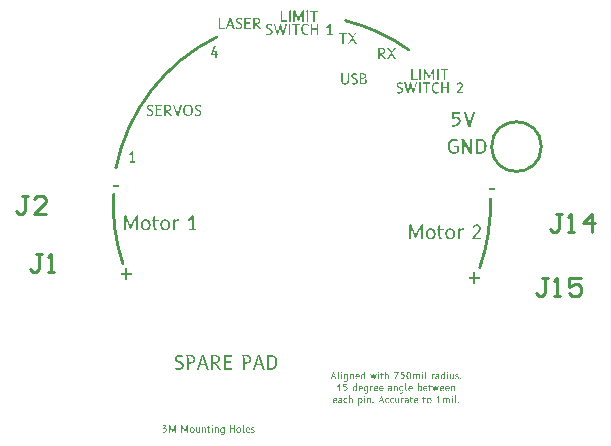
<source format=gbr>
%TF.GenerationSoftware,Altium Limited,Altium Designer,18.1.9 (240)*%
G04 Layer_Color=65535*
%FSLAX26Y26*%
%MOIN*%
%TF.FileFunction,Legend,Top*%
%TF.Part,Single*%
G01*
G75*
%TA.AperFunction,NonConductor*%
%ADD18C,0.010000*%
G36*
X175827Y561972D02*
X177792Y557158D01*
X178662Y561087D01*
X185727Y572862D01*
X190632D01*
X179952Y555087D01*
X191398Y536053D01*
X185998D01*
X178317Y548788D01*
X176428Y553227D01*
X175243Y549298D01*
X167262Y536053D01*
X162403D01*
X174192Y555658D01*
X163812Y572862D01*
X169002Y573357D01*
X175827Y561972D01*
D02*
G37*
G36*
X159012Y568933D02*
X148947D01*
Y536053D01*
X143803D01*
Y568933D01*
X133602D01*
Y572862D01*
X159012D01*
Y568933D01*
D02*
G37*
G36*
X-199713Y623470D02*
X-199562D01*
X-199382Y623455D01*
X-199188Y623440D01*
X-198963Y623425D01*
X-198722Y623395D01*
X-198468Y623365D01*
X-198183Y623335D01*
X-197898Y623290D01*
X-197583Y623245D01*
X-197252Y623185D01*
X-196907Y623125D01*
X-196188Y622960D01*
X-195423Y622765D01*
X-194627Y622525D01*
X-193803Y622240D01*
X-192963Y621910D01*
X-192542Y621715D01*
X-192107Y621520D01*
X-191688Y621295D01*
X-191268Y621070D01*
X-190847Y620815D01*
X-190428Y620545D01*
X-192812Y617515D01*
X-192827Y617530D01*
X-192887Y617560D01*
X-192977Y617605D01*
X-193097Y617680D01*
X-193248Y617755D01*
X-193428Y617860D01*
X-193623Y617950D01*
X-193833Y618070D01*
X-194072Y618190D01*
X-194327Y618310D01*
X-194868Y618550D01*
X-195438Y618775D01*
X-196023Y618970D01*
X-196037D01*
X-196097Y618985D01*
X-196173Y619015D01*
X-196292Y619045D01*
X-196428Y619075D01*
X-196607Y619120D01*
X-196803Y619165D01*
X-197028Y619210D01*
X-197268Y619240D01*
X-197523Y619285D01*
X-197808Y619330D01*
X-198107Y619360D01*
X-198423Y619390D01*
X-198752Y619420D01*
X-199442Y619435D01*
X-199667D01*
X-199787Y619420D01*
X-200088D01*
X-200268Y619405D01*
X-200657Y619375D01*
X-201093Y619315D01*
X-201558Y619255D01*
X-202037Y619165D01*
X-202053D01*
X-202097Y619150D01*
X-202157Y619135D01*
X-202248Y619120D01*
X-202352Y619090D01*
X-202488Y619045D01*
X-202637Y619000D01*
X-202787Y618955D01*
X-203132Y618835D01*
X-203507Y618685D01*
X-203898Y618505D01*
X-204273Y618295D01*
X-204287D01*
X-204317Y618265D01*
X-204363Y618235D01*
X-204438Y618190D01*
X-204602Y618055D01*
X-204827Y617875D01*
X-205067Y617650D01*
X-205338Y617380D01*
X-205593Y617065D01*
X-205833Y616720D01*
Y616705D01*
X-205863Y616675D01*
X-205893Y616630D01*
X-205923Y616555D01*
X-205968Y616450D01*
X-206028Y616345D01*
X-206072Y616210D01*
X-206132Y616060D01*
X-206192Y615895D01*
X-206238Y615715D01*
X-206298Y615520D01*
X-206343Y615310D01*
X-206403Y614860D01*
X-206433Y614350D01*
Y614335D01*
Y614290D01*
Y614215D01*
X-206417Y614125D01*
X-206403Y614005D01*
X-206387Y613870D01*
X-206373Y613705D01*
X-206343Y613540D01*
X-206252Y613165D01*
X-206118Y612775D01*
X-206042Y612565D01*
X-205938Y612355D01*
X-205833Y612160D01*
X-205697Y611965D01*
X-205683Y611950D01*
X-205667Y611920D01*
X-205623Y611860D01*
X-205562Y611800D01*
X-205488Y611710D01*
X-205398Y611605D01*
X-205188Y611365D01*
X-204903Y611080D01*
X-204572Y610780D01*
X-204197Y610465D01*
X-203778Y610165D01*
X-203762Y610150D01*
X-203718Y610135D01*
X-203657Y610090D01*
X-203567Y610030D01*
X-203447Y609955D01*
X-203312Y609880D01*
X-203162Y609790D01*
X-202982Y609685D01*
X-202787Y609580D01*
X-202577Y609460D01*
X-202352Y609340D01*
X-202113Y609205D01*
X-201602Y608950D01*
X-201048Y608695D01*
X-201032D01*
X-200972Y608665D01*
X-200898Y608635D01*
X-200778Y608575D01*
X-200643Y608515D01*
X-200477Y608440D01*
X-200298Y608365D01*
X-200088Y608260D01*
X-199863Y608155D01*
X-199607Y608050D01*
X-199083Y607810D01*
X-198512Y607540D01*
X-197928Y607270D01*
X-197912Y607255D01*
X-197852Y607240D01*
X-197762Y607195D01*
X-197657Y607135D01*
X-197507Y607075D01*
X-197343Y606985D01*
X-197148Y606895D01*
X-196938Y606790D01*
X-196697Y606670D01*
X-196458Y606535D01*
X-195933Y606265D01*
X-195363Y605950D01*
X-194792Y605620D01*
X-194778Y605605D01*
X-194718Y605575D01*
X-194643Y605530D01*
X-194537Y605470D01*
X-194403Y605380D01*
X-194238Y605275D01*
X-194058Y605155D01*
X-193877Y605020D01*
X-193442Y604720D01*
X-192993Y604360D01*
X-192512Y603955D01*
X-192062Y603520D01*
X-192048Y603505D01*
X-192002Y603460D01*
X-191942Y603400D01*
X-191868Y603310D01*
X-191762Y603190D01*
X-191643Y603055D01*
X-191507Y602890D01*
X-191373Y602710D01*
X-191222Y602515D01*
X-191058Y602290D01*
X-190907Y602065D01*
X-190743Y601810D01*
X-190428Y601270D01*
X-190127Y600685D01*
X-190113Y600670D01*
X-190097Y600610D01*
X-190053Y600520D01*
X-190007Y600400D01*
X-189963Y600235D01*
X-189887Y600055D01*
X-189827Y599845D01*
X-189752Y599605D01*
X-189692Y599335D01*
X-189618Y599035D01*
X-189558Y598720D01*
X-189512Y598375D01*
X-189452Y598030D01*
X-189423Y597655D01*
X-189407Y597250D01*
X-189393Y596845D01*
Y596830D01*
Y596770D01*
Y596665D01*
Y596545D01*
X-189407Y596380D01*
X-189423Y596185D01*
X-189438Y595975D01*
X-189452Y595750D01*
X-189482Y595495D01*
X-189512Y595225D01*
X-189602Y594670D01*
X-189722Y594085D01*
X-189887Y593500D01*
Y593485D01*
X-189903Y593425D01*
X-189933Y593350D01*
X-189977Y593245D01*
X-190023Y593110D01*
X-190083Y592945D01*
X-190157Y592780D01*
X-190248Y592585D01*
X-190442Y592150D01*
X-190667Y591685D01*
X-190938Y591205D01*
X-191252Y590740D01*
X-191268Y590725D01*
X-191298Y590680D01*
X-191343Y590620D01*
X-191403Y590530D01*
X-191493Y590425D01*
X-191597Y590305D01*
X-191702Y590155D01*
X-191838Y590005D01*
X-192137Y589675D01*
X-192498Y589315D01*
X-192887Y588940D01*
X-193322Y588580D01*
X-193338Y588565D01*
X-193382Y588535D01*
X-193442Y588490D01*
X-193532Y588430D01*
X-193637Y588355D01*
X-193773Y588265D01*
X-193923Y588160D01*
X-194102Y588040D01*
X-194282Y587935D01*
X-194493Y587800D01*
X-194942Y587545D01*
X-195423Y587290D01*
X-195947Y587050D01*
X-195963D01*
X-196007Y587020D01*
X-196083Y586990D01*
X-196188Y586945D01*
X-196322Y586900D01*
X-196488Y586840D01*
X-196653Y586780D01*
X-196863Y586720D01*
X-197072Y586645D01*
X-197312Y586570D01*
X-197822Y586420D01*
X-198377Y586270D01*
X-198963Y586150D01*
X-198977D01*
X-199037Y586135D01*
X-199113Y586120D01*
X-199232Y586105D01*
X-199382Y586075D01*
X-199548Y586060D01*
X-199743Y586030D01*
X-199952Y586000D01*
X-200192Y585970D01*
X-200447Y585940D01*
X-200988Y585895D01*
X-201572Y585865D01*
X-202188Y585850D01*
X-202338D01*
X-202442Y585865D01*
X-202577D01*
X-202743Y585880D01*
X-202938Y585895D01*
X-203148Y585910D01*
X-203387Y585925D01*
X-203643Y585955D01*
X-203928Y585985D01*
X-204213Y586015D01*
X-204528Y586060D01*
X-204873Y586105D01*
X-205218Y586165D01*
X-205577Y586225D01*
X-206327Y586375D01*
X-207137Y586555D01*
X-207963Y586765D01*
X-208803Y587035D01*
X-209657Y587335D01*
X-210498Y587680D01*
X-211338Y588085D01*
X-212148Y588550D01*
X-209912Y592240D01*
X-209882Y592225D01*
X-209822Y592180D01*
X-209718Y592120D01*
X-209567Y592030D01*
X-209387Y591925D01*
X-209178Y591805D01*
X-208923Y591670D01*
X-208637Y591520D01*
X-208623D01*
X-208607Y591505D01*
X-208562Y591475D01*
X-208502Y591445D01*
X-208412Y591415D01*
X-208322Y591370D01*
X-208113Y591265D01*
X-207843Y591145D01*
X-207542Y591025D01*
X-207213Y590875D01*
X-206852Y590740D01*
X-206838D01*
X-206808Y590725D01*
X-206748Y590710D01*
X-206688Y590680D01*
X-206583Y590650D01*
X-206477Y590605D01*
X-206357Y590575D01*
X-206222Y590530D01*
X-205907Y590425D01*
X-205548Y590320D01*
X-205173Y590215D01*
X-204768Y590125D01*
X-204752D01*
X-204722Y590110D01*
X-204662D01*
X-204572Y590095D01*
X-204482Y590065D01*
X-204363Y590050D01*
X-204227Y590035D01*
X-204077Y590005D01*
X-203732Y589960D01*
X-203357Y589930D01*
X-202952Y589900D01*
X-202532Y589885D01*
X-202278D01*
X-202127Y589900D01*
X-201977D01*
X-201782Y589915D01*
X-201588Y589930D01*
X-201363Y589945D01*
X-201137Y589975D01*
X-200627Y590050D01*
X-200088Y590140D01*
X-199548Y590260D01*
X-199532D01*
X-199488Y590275D01*
X-199412Y590305D01*
X-199308Y590335D01*
X-199173Y590365D01*
X-199023Y590425D01*
X-198857Y590485D01*
X-198678Y590545D01*
X-198273Y590710D01*
X-197838Y590905D01*
X-197387Y591145D01*
X-196952Y591430D01*
X-196938Y591445D01*
X-196907Y591475D01*
X-196847Y591520D01*
X-196757Y591580D01*
X-196667Y591655D01*
X-196548Y591745D01*
X-196428Y591865D01*
X-196292Y591985D01*
X-195993Y592285D01*
X-195692Y592630D01*
X-195377Y593020D01*
X-195107Y593455D01*
X-195093Y593470D01*
X-195077Y593515D01*
X-195048Y593575D01*
X-195002Y593680D01*
X-194942Y593785D01*
X-194882Y593935D01*
X-194822Y594100D01*
X-194748Y594280D01*
X-194688Y594490D01*
X-194627Y594715D01*
X-194567Y594955D01*
X-194507Y595210D01*
X-194463Y595480D01*
X-194433Y595765D01*
X-194403Y596065D01*
Y596380D01*
Y596395D01*
Y596455D01*
Y596530D01*
X-194417Y596650D01*
Y596785D01*
X-194447Y596950D01*
X-194463Y597130D01*
X-194493Y597325D01*
X-194583Y597760D01*
X-194718Y598240D01*
X-194792Y598480D01*
X-194898Y598705D01*
X-195002Y598945D01*
X-195137Y599170D01*
X-195153Y599185D01*
X-195167Y599230D01*
X-195213Y599290D01*
X-195273Y599365D01*
X-195347Y599470D01*
X-195438Y599590D01*
X-195542Y599725D01*
X-195648Y599875D01*
X-195933Y600205D01*
X-196262Y600565D01*
X-196637Y600940D01*
X-197072Y601300D01*
X-197088Y601315D01*
X-197132Y601345D01*
X-197192Y601390D01*
X-197282Y601465D01*
X-197387Y601540D01*
X-197523Y601645D01*
X-197688Y601750D01*
X-197852Y601870D01*
X-198048Y602005D01*
X-198257Y602140D01*
X-198482Y602275D01*
X-198722Y602425D01*
X-199248Y602725D01*
X-199803Y603010D01*
X-199817Y603025D01*
X-199877Y603040D01*
X-199952Y603085D01*
X-200072Y603145D01*
X-200208Y603205D01*
X-200373Y603295D01*
X-200553Y603385D01*
X-200762Y603490D01*
X-200988Y603595D01*
X-201243Y603715D01*
X-201768Y603970D01*
X-202338Y604240D01*
X-202923Y604525D01*
X-202938Y604540D01*
X-202998Y604555D01*
X-203072Y604600D01*
X-203192Y604660D01*
X-203343Y604735D01*
X-203507Y604810D01*
X-203702Y604900D01*
X-203912Y605020D01*
X-204137Y605125D01*
X-204393Y605260D01*
X-204917Y605530D01*
X-205472Y605815D01*
X-206058Y606130D01*
X-206072Y606145D01*
X-206132Y606175D01*
X-206208Y606220D01*
X-206312Y606280D01*
X-206447Y606355D01*
X-206597Y606445D01*
X-206778Y606565D01*
X-206972Y606685D01*
X-207393Y606955D01*
X-207857Y607285D01*
X-208322Y607645D01*
X-208787Y608020D01*
X-208803Y608035D01*
X-208833Y608065D01*
X-208907Y608125D01*
X-208982Y608200D01*
X-209088Y608305D01*
X-209208Y608425D01*
X-209327Y608560D01*
X-209477Y608710D01*
X-209627Y608890D01*
X-209778Y609070D01*
X-210093Y609475D01*
X-210407Y609940D01*
X-210708Y610435D01*
X-210722Y610450D01*
X-210738Y610495D01*
X-210768Y610570D01*
X-210827Y610675D01*
X-210873Y610810D01*
X-210933Y610960D01*
X-211007Y611140D01*
X-211067Y611350D01*
X-211143Y611575D01*
X-211202Y611815D01*
X-211278Y612085D01*
X-211322Y612370D01*
X-211368Y612670D01*
X-211412Y612985D01*
X-211428Y613300D01*
X-211442Y613645D01*
Y613675D01*
Y613750D01*
Y613885D01*
X-211428Y614050D01*
X-211412Y614260D01*
X-211398Y614500D01*
X-211368Y614770D01*
X-211322Y615070D01*
X-211262Y615385D01*
X-211202Y615715D01*
X-211127Y616060D01*
X-211037Y616420D01*
X-210917Y616780D01*
X-210782Y617140D01*
X-210632Y617500D01*
X-210468Y617845D01*
X-210452Y617860D01*
X-210423Y617920D01*
X-210363Y618025D01*
X-210287Y618145D01*
X-210183Y618310D01*
X-210062Y618490D01*
X-209928Y618700D01*
X-209778Y618910D01*
X-209597Y619150D01*
X-209403Y619405D01*
X-209192Y619660D01*
X-208952Y619915D01*
X-208713Y620170D01*
X-208442Y620425D01*
X-208173Y620680D01*
X-207873Y620920D01*
X-207857Y620935D01*
X-207798Y620980D01*
X-207708Y621040D01*
X-207588Y621130D01*
X-207438Y621235D01*
X-207257Y621355D01*
X-207048Y621490D01*
X-206808Y621625D01*
X-206553Y621790D01*
X-206282Y621940D01*
X-205982Y622105D01*
X-205653Y622255D01*
X-205322Y622405D01*
X-204963Y622555D01*
X-204227Y622825D01*
X-204197Y622840D01*
X-204137Y622855D01*
X-204018Y622885D01*
X-203882Y622930D01*
X-203688Y622975D01*
X-203477Y623035D01*
X-203222Y623095D01*
X-202938Y623155D01*
X-202637Y623215D01*
X-202322Y623275D01*
X-201977Y623335D01*
X-201618Y623380D01*
X-200852Y623455D01*
X-200463Y623485D01*
X-199833D01*
X-199713Y623470D01*
D02*
G37*
G36*
X-144243Y623350D02*
X-143972D01*
X-143657Y623335D01*
X-143298Y623305D01*
X-142907Y623290D01*
X-142488Y623245D01*
X-142037Y623200D01*
X-141572Y623155D01*
X-141077Y623080D01*
X-140102Y622930D01*
X-139607Y622825D01*
X-139127Y622705D01*
X-139097D01*
X-139007Y622675D01*
X-138873Y622645D01*
X-138692Y622585D01*
X-138482Y622510D01*
X-138213Y622435D01*
X-137928Y622330D01*
X-137613Y622225D01*
X-137282Y622090D01*
X-136938Y621955D01*
X-136202Y621625D01*
X-135452Y621235D01*
X-135093Y621010D01*
X-134748Y620785D01*
X-134732Y620770D01*
X-134673Y620725D01*
X-134567Y620650D01*
X-134447Y620560D01*
X-134298Y620425D01*
X-134118Y620275D01*
X-133923Y620110D01*
X-133713Y619915D01*
X-133488Y619690D01*
X-133262Y619450D01*
X-133023Y619180D01*
X-132798Y618910D01*
X-132558Y618610D01*
X-132333Y618295D01*
X-132123Y617950D01*
X-131928Y617605D01*
X-131912Y617590D01*
X-131882Y617515D01*
X-131838Y617410D01*
X-131762Y617275D01*
X-131688Y617095D01*
X-131613Y616870D01*
X-131523Y616630D01*
X-131417Y616345D01*
X-131327Y616030D01*
X-131238Y615700D01*
X-131162Y615340D01*
X-131072Y614950D01*
X-131012Y614545D01*
X-130968Y614125D01*
X-130938Y613690D01*
X-130923Y613225D01*
Y613195D01*
Y613105D01*
Y612970D01*
X-130938Y612790D01*
X-130952Y612565D01*
X-130968Y612310D01*
X-130982Y612010D01*
X-131028Y611695D01*
X-131058Y611350D01*
X-131118Y610975D01*
X-131252Y610225D01*
X-131343Y609835D01*
X-131447Y609445D01*
X-131583Y609055D01*
X-131718Y608680D01*
X-131732Y608665D01*
X-131748Y608590D01*
X-131792Y608485D01*
X-131868Y608350D01*
X-131942Y608185D01*
X-132048Y607990D01*
X-132167Y607765D01*
X-132303Y607525D01*
X-132452Y607270D01*
X-132618Y607000D01*
X-132798Y606715D01*
X-133007Y606430D01*
X-133218Y606145D01*
X-133458Y605860D01*
X-133697Y605590D01*
X-133968Y605320D01*
X-133982Y605305D01*
X-134028Y605260D01*
X-134118Y605185D01*
X-134222Y605095D01*
X-134373Y604975D01*
X-134537Y604840D01*
X-134732Y604690D01*
X-134942Y604525D01*
X-135183Y604345D01*
X-135452Y604165D01*
X-135738Y603985D01*
X-136037Y603790D01*
X-136352Y603595D01*
X-136697Y603415D01*
X-137042Y603235D01*
X-137417Y603070D01*
X-137447Y603055D01*
X-137507Y603025D01*
X-137613Y602980D01*
X-137762Y602935D01*
X-137958Y602860D01*
X-138167Y602770D01*
X-138423Y602680D01*
X-138708Y602590D01*
X-139023Y602485D01*
X-139368Y602380D01*
X-139727Y602260D01*
X-140102Y602155D01*
X-140507Y602050D01*
X-140928Y601960D01*
X-141798Y601780D01*
X-138317Y600805D01*
X-127442Y586255D01*
X-132917D01*
X-143792Y600850D01*
X-143808Y600865D01*
X-143838Y600910D01*
X-143898Y600970D01*
X-143972Y601030D01*
X-144062Y601105D01*
X-144167Y601165D01*
X-144287Y601225D01*
X-144407Y601255D01*
X-144423D01*
X-144468Y601270D01*
X-144528D01*
X-144602Y601285D01*
X-144768Y601300D01*
X-144947Y601315D01*
X-147887D01*
Y586255D01*
X-153048D01*
Y617920D01*
X-153903Y622825D01*
X-153857D01*
X-153812Y622840D01*
X-153752D01*
X-153678Y622855D01*
X-153588D01*
X-153347Y622885D01*
X-153062Y622915D01*
X-152732Y622945D01*
X-152357Y622975D01*
X-151952Y623020D01*
X-151907D01*
X-151833Y623035D01*
X-151757D01*
X-151653Y623050D01*
X-151532D01*
X-151382Y623065D01*
X-151232Y623080D01*
X-150873Y623110D01*
X-150468Y623140D01*
X-150032Y623155D01*
X-149567Y623185D01*
X-149507D01*
X-149447Y623200D01*
X-149238D01*
X-149102Y623215D01*
X-148952D01*
X-148787Y623230D01*
X-148412Y623245D01*
X-147993Y623275D01*
X-147542Y623290D01*
X-147077Y623305D01*
X-146958D01*
X-146868Y623320D01*
X-146627D01*
X-146477Y623335D01*
X-146312D01*
X-145952Y623350D01*
X-145577D01*
X-145173Y623365D01*
X-144468D01*
X-144243Y623350D01*
D02*
G37*
G36*
X-162377Y619135D02*
X-177843D01*
X-177347Y614470D01*
Y607975D01*
X-164088D01*
Y604420D01*
X-177347D01*
Y594595D01*
X-177588Y590170D01*
X-161507D01*
X-162002Y586255D01*
X-182868D01*
X-182507Y591160D01*
Y617920D01*
X-183243Y623065D01*
X-162377D01*
Y619135D01*
D02*
G37*
G36*
X-215748Y586255D02*
X-220667D01*
X-224298Y597295D01*
X-236447D01*
X-240032Y586255D01*
X-244548D01*
X-234167Y618160D01*
X-233312Y623065D01*
X-227972Y623560D01*
X-215748Y586255D01*
D02*
G37*
G36*
X-263252Y594595D02*
X-263493Y590170D01*
X-247548D01*
X-248028Y586255D01*
X-268892D01*
X-268413Y591160D01*
Y617920D01*
X-269147Y623065D01*
X-263252Y623560D01*
Y594595D01*
D02*
G37*
G36*
X306127Y511973D02*
X308092Y507158D01*
X308962Y511087D01*
X316027Y522862D01*
X320933D01*
X310252Y505087D01*
X321697Y486053D01*
X316298D01*
X308618Y498788D01*
X306728Y503228D01*
X305543Y499298D01*
X297562Y486053D01*
X292702D01*
X304493Y505658D01*
X294113Y522862D01*
X299303Y523357D01*
X306127Y511973D01*
D02*
G37*
G36*
X272962Y523148D02*
X273233D01*
X273548Y523133D01*
X273908Y523102D01*
X274298Y523087D01*
X274717Y523043D01*
X275168Y522997D01*
X275632Y522952D01*
X276127Y522878D01*
X277103Y522727D01*
X277598Y522622D01*
X278077Y522503D01*
X278108D01*
X278197Y522472D01*
X278332Y522442D01*
X278512Y522383D01*
X278723Y522308D01*
X278993Y522232D01*
X279277Y522128D01*
X279592Y522023D01*
X279923Y521888D01*
X280267Y521753D01*
X281002Y521423D01*
X281752Y521033D01*
X282113Y520808D01*
X282457Y520582D01*
X282473Y520567D01*
X282533Y520523D01*
X282637Y520447D01*
X282757Y520357D01*
X282908Y520222D01*
X283087Y520072D01*
X283283Y519908D01*
X283493Y519712D01*
X283717Y519487D01*
X283942Y519247D01*
X284183Y518977D01*
X284408Y518707D01*
X284647Y518408D01*
X284873Y518092D01*
X285082Y517747D01*
X285277Y517403D01*
X285293Y517388D01*
X285322Y517312D01*
X285368Y517207D01*
X285442Y517072D01*
X285517Y516893D01*
X285592Y516668D01*
X285683Y516428D01*
X285788Y516143D01*
X285877Y515827D01*
X285967Y515497D01*
X286043Y515138D01*
X286132Y514747D01*
X286192Y514342D01*
X286238Y513923D01*
X286267Y513487D01*
X286283Y513023D01*
Y512992D01*
Y512903D01*
Y512768D01*
X286267Y512587D01*
X286252Y512362D01*
X286238Y512107D01*
X286223Y511808D01*
X286178Y511493D01*
X286147Y511147D01*
X286087Y510772D01*
X285952Y510022D01*
X285863Y509632D01*
X285757Y509243D01*
X285623Y508853D01*
X285488Y508478D01*
X285473Y508462D01*
X285457Y508387D01*
X285413Y508283D01*
X285337Y508147D01*
X285262Y507983D01*
X285158Y507788D01*
X285038Y507562D01*
X284902Y507322D01*
X284752Y507067D01*
X284587Y506798D01*
X284408Y506512D01*
X284197Y506228D01*
X283988Y505942D01*
X283748Y505658D01*
X283507Y505387D01*
X283238Y505118D01*
X283223Y505103D01*
X283178Y505058D01*
X283087Y504983D01*
X282983Y504892D01*
X282832Y504772D01*
X282668Y504637D01*
X282473Y504488D01*
X282262Y504322D01*
X282022Y504142D01*
X281752Y503962D01*
X281467Y503783D01*
X281168Y503587D01*
X280853Y503392D01*
X280507Y503212D01*
X280163Y503033D01*
X279788Y502868D01*
X279757Y502853D01*
X279697Y502822D01*
X279592Y502777D01*
X279442Y502733D01*
X279248Y502658D01*
X279038Y502567D01*
X278783Y502478D01*
X278498Y502387D01*
X278183Y502283D01*
X277837Y502178D01*
X277478Y502058D01*
X277103Y501952D01*
X276697Y501848D01*
X276277Y501757D01*
X275408Y501577D01*
X278887Y500603D01*
X289762Y486053D01*
X284288D01*
X273413Y500647D01*
X273397Y500663D01*
X273368Y500707D01*
X273308Y500767D01*
X273233Y500827D01*
X273142Y500902D01*
X273038Y500962D01*
X272918Y501022D01*
X272798Y501053D01*
X272783D01*
X272738Y501067D01*
X272678D01*
X272603Y501082D01*
X272438Y501098D01*
X272257Y501113D01*
X269317D01*
Y486053D01*
X264158D01*
Y517717D01*
X263303Y522622D01*
X263348D01*
X263392Y522638D01*
X263452D01*
X263527Y522653D01*
X263618D01*
X263858Y522683D01*
X264142Y522712D01*
X264473Y522742D01*
X264848Y522773D01*
X265252Y522817D01*
X265298D01*
X265373Y522832D01*
X265447D01*
X265553Y522847D01*
X265673D01*
X265822Y522862D01*
X265973Y522878D01*
X266332Y522908D01*
X266738Y522938D01*
X267173Y522952D01*
X267637Y522982D01*
X267697D01*
X267757Y522997D01*
X267967D01*
X268103Y523013D01*
X268252D01*
X268418Y523028D01*
X268793Y523043D01*
X269212Y523072D01*
X269663Y523087D01*
X270127Y523102D01*
X270248D01*
X270337Y523117D01*
X270577D01*
X270728Y523133D01*
X270892D01*
X271252Y523148D01*
X271627D01*
X272033Y523163D01*
X272738D01*
X272962Y523148D01*
D02*
G37*
G36*
X495690Y-560517D02*
X492380D01*
Y-557247D01*
X495690D01*
Y-560517D01*
D02*
G37*
G36*
X413040D02*
X409730D01*
Y-557247D01*
X413040D01*
Y-560517D01*
D02*
G37*
G36*
X265760D02*
X262450D01*
Y-557247D01*
X265760D01*
Y-560517D01*
D02*
G37*
G36*
X143010D02*
X139700D01*
Y-557247D01*
X143010D01*
Y-560517D01*
D02*
G37*
G36*
X162710Y-563787D02*
Y-582537D01*
Y-582557D01*
Y-582607D01*
Y-582697D01*
X162700Y-582807D01*
X162690Y-582947D01*
X162680Y-583117D01*
X162660Y-583307D01*
X162640Y-583517D01*
X162610Y-583737D01*
X162580Y-583977D01*
X162530Y-584227D01*
X162480Y-584477D01*
X162420Y-584747D01*
X162340Y-585017D01*
X162260Y-585277D01*
X162160Y-585547D01*
X162150Y-585567D01*
X162130Y-585607D01*
X162100Y-585687D01*
X162060Y-585787D01*
X162000Y-585907D01*
X161930Y-586047D01*
X161850Y-586207D01*
X161760Y-586377D01*
X161650Y-586567D01*
X161530Y-586767D01*
X161400Y-586967D01*
X161260Y-587167D01*
X161110Y-587377D01*
X160940Y-587587D01*
X160770Y-587787D01*
X160580Y-587987D01*
X160570Y-587997D01*
X160530Y-588037D01*
X160480Y-588087D01*
X160400Y-588157D01*
X160300Y-588247D01*
X160180Y-588347D01*
X160040Y-588457D01*
X159880Y-588587D01*
X159710Y-588717D01*
X159510Y-588847D01*
X159310Y-588987D01*
X159090Y-589117D01*
X158850Y-589257D01*
X158600Y-589387D01*
X158340Y-589517D01*
X158070Y-589637D01*
X158050Y-589647D01*
X158000Y-589667D01*
X157920Y-589697D01*
X157810Y-589727D01*
X157670Y-589777D01*
X157500Y-589827D01*
X157310Y-589887D01*
X157100Y-589937D01*
X156860Y-589997D01*
X156600Y-590057D01*
X156330Y-590107D01*
X156030Y-590147D01*
X155720Y-590187D01*
X155400Y-590217D01*
X155070Y-590237D01*
X154720Y-590247D01*
X154590D01*
X154500Y-590237D01*
X154390D01*
X154260Y-590227D01*
X154110Y-590217D01*
X153950Y-590207D01*
X153780Y-590187D01*
X153600Y-590167D01*
X153220Y-590107D01*
X152830Y-590027D01*
X152450Y-589917D01*
X152440D01*
X152410Y-589897D01*
X152360Y-589887D01*
X152290Y-589857D01*
X152200Y-589827D01*
X152110Y-589787D01*
X152000Y-589747D01*
X151880Y-589707D01*
X151620Y-589597D01*
X151350Y-589477D01*
X151070Y-589337D01*
X150800Y-589197D01*
X150790Y-589187D01*
X150770Y-589177D01*
X150720Y-589147D01*
X150670Y-589117D01*
X150600Y-589067D01*
X150520Y-589017D01*
X150330Y-588887D01*
X150120Y-588737D01*
X149890Y-588547D01*
X149660Y-588347D01*
X149440Y-588127D01*
X151040Y-586327D01*
X151050D01*
X151060Y-586347D01*
X151090Y-586357D01*
X151120Y-586387D01*
X151220Y-586457D01*
X151350Y-586547D01*
X151510Y-586647D01*
X151690Y-586757D01*
X151890Y-586877D01*
X152110Y-586987D01*
X152120D01*
X152130Y-586997D01*
X152160Y-587007D01*
X152200Y-587027D01*
X152300Y-587077D01*
X152440Y-587127D01*
X152620Y-587197D01*
X152810Y-587277D01*
X153040Y-587347D01*
X153280Y-587427D01*
X153290D01*
X153310Y-587437D01*
X153350Y-587447D01*
X153400Y-587457D01*
X153460Y-587477D01*
X153530Y-587487D01*
X153620Y-587507D01*
X153710Y-587527D01*
X153930Y-587567D01*
X154180Y-587597D01*
X154450Y-587617D01*
X154740Y-587627D01*
X154840D01*
X154910Y-587617D01*
X155000D01*
X155110Y-587607D01*
X155220Y-587587D01*
X155360Y-587577D01*
X155500Y-587547D01*
X155650Y-587527D01*
X155960Y-587447D01*
X156300Y-587347D01*
X156630Y-587207D01*
X156640Y-587197D01*
X156670Y-587187D01*
X156720Y-587167D01*
X156780Y-587127D01*
X156860Y-587087D01*
X156950Y-587037D01*
X157050Y-586977D01*
X157160Y-586907D01*
X157400Y-586747D01*
X157660Y-586547D01*
X157920Y-586327D01*
X158180Y-586067D01*
X158190Y-586057D01*
X158210Y-586037D01*
X158240Y-585997D01*
X158290Y-585937D01*
X158350Y-585867D01*
X158410Y-585787D01*
X158480Y-585697D01*
X158560Y-585587D01*
X158640Y-585467D01*
X158730Y-585337D01*
X158900Y-585047D01*
X159070Y-584727D01*
X159220Y-584377D01*
Y-584367D01*
X159240Y-584337D01*
X159260Y-584277D01*
X159280Y-584207D01*
X159310Y-584117D01*
X159340Y-584007D01*
X159370Y-583887D01*
X159410Y-583747D01*
X159450Y-583597D01*
X159480Y-583437D01*
X159510Y-583267D01*
X159540Y-583087D01*
X159580Y-582697D01*
X159600Y-582287D01*
Y-579587D01*
X158180Y-581387D01*
X158170D01*
X158150Y-581407D01*
X158120Y-581417D01*
X158070Y-581447D01*
X158010Y-581477D01*
X157940Y-581517D01*
X157860Y-581557D01*
X157760Y-581597D01*
X157750D01*
X157710Y-581617D01*
X157650Y-581637D01*
X157580Y-581667D01*
X157480Y-581697D01*
X157360Y-581727D01*
X157230Y-581767D01*
X157090Y-581807D01*
X157070D01*
X157020Y-581827D01*
X156940Y-581847D01*
X156830Y-581867D01*
X156700Y-581897D01*
X156540Y-581927D01*
X156370Y-581957D01*
X156180Y-581987D01*
X156160D01*
X156130Y-581997D01*
X156090D01*
X155980Y-582007D01*
X155840Y-582017D01*
X155670Y-582037D01*
X155470Y-582047D01*
X155250Y-582057D01*
X154950D01*
X154870Y-582047D01*
X154770D01*
X154640Y-582037D01*
X154480Y-582017D01*
X154310Y-581997D01*
X154110Y-581967D01*
X153910Y-581927D01*
X153690Y-581877D01*
X153460Y-581827D01*
X153220Y-581757D01*
X152980Y-581667D01*
X152730Y-581577D01*
X152480Y-581467D01*
X152240Y-581337D01*
X152230Y-581327D01*
X152180Y-581307D01*
X152120Y-581267D01*
X152030Y-581207D01*
X151910Y-581127D01*
X151790Y-581047D01*
X151640Y-580937D01*
X151480Y-580817D01*
X151310Y-580687D01*
X151130Y-580537D01*
X150950Y-580377D01*
X150760Y-580197D01*
X150570Y-580017D01*
X150380Y-579807D01*
X150190Y-579597D01*
X150010Y-579367D01*
X150000Y-579357D01*
X149970Y-579307D01*
X149920Y-579237D01*
X149850Y-579147D01*
X149770Y-579027D01*
X149680Y-578877D01*
X149580Y-578717D01*
X149470Y-578527D01*
X149350Y-578317D01*
X149230Y-578097D01*
X149110Y-577857D01*
X148980Y-577597D01*
X148860Y-577327D01*
X148740Y-577047D01*
X148630Y-576747D01*
X148520Y-576437D01*
X148510Y-576417D01*
X148500Y-576357D01*
X148470Y-576267D01*
X148440Y-576147D01*
X148400Y-575987D01*
X148350Y-575807D01*
X148300Y-575597D01*
X148250Y-575357D01*
X148200Y-575107D01*
X148150Y-574827D01*
X148110Y-574537D01*
X148060Y-574227D01*
X148030Y-573907D01*
X148000Y-573567D01*
X147990Y-573227D01*
X147980Y-572877D01*
Y-572867D01*
Y-572857D01*
Y-572827D01*
Y-572787D01*
Y-572687D01*
X147990Y-572547D01*
X148000Y-572377D01*
X148010Y-572177D01*
X148020Y-571957D01*
X148040Y-571707D01*
X148070Y-571437D01*
X148100Y-571147D01*
X148140Y-570847D01*
X148190Y-570537D01*
X148240Y-570227D01*
X148310Y-569897D01*
X148380Y-569577D01*
X148470Y-569257D01*
X148480Y-569237D01*
X148490Y-569177D01*
X148520Y-569087D01*
X148560Y-568967D01*
X148610Y-568827D01*
X148680Y-568647D01*
X148750Y-568457D01*
X148840Y-568247D01*
X148940Y-568017D01*
X149040Y-567787D01*
X149170Y-567537D01*
X149300Y-567287D01*
X149440Y-567027D01*
X149600Y-566777D01*
X149760Y-566517D01*
X149940Y-566277D01*
X149950Y-566267D01*
X149990Y-566217D01*
X150040Y-566157D01*
X150120Y-566067D01*
X150210Y-565957D01*
X150330Y-565837D01*
X150460Y-565697D01*
X150620Y-565547D01*
X150790Y-565387D01*
X150970Y-565217D01*
X151170Y-565057D01*
X151390Y-564887D01*
X151620Y-564717D01*
X151860Y-564557D01*
X152110Y-564397D01*
X152380Y-564257D01*
X152400Y-564247D01*
X152450Y-564227D01*
X152530Y-564187D01*
X152640Y-564137D01*
X152780Y-564087D01*
X152940Y-564027D01*
X153140Y-563957D01*
X153350Y-563887D01*
X153590Y-563817D01*
X153850Y-563747D01*
X154130Y-563687D01*
X154430Y-563637D01*
X154740Y-563587D01*
X155070Y-563547D01*
X155410Y-563527D01*
X155770Y-563517D01*
X155990D01*
X156150Y-563527D01*
X156330D01*
X156530Y-563537D01*
X156740Y-563547D01*
X156960Y-563567D01*
X157020D01*
X157060Y-563577D01*
X157170Y-563587D01*
X157310Y-563607D01*
X157480Y-563637D01*
X157660Y-563677D01*
X157860Y-563727D01*
X158050Y-563787D01*
X159600Y-566117D01*
Y-563467D01*
X162710Y-563787D01*
D02*
G37*
G36*
X445680Y-567147D02*
X447310Y-564277D01*
X447320Y-564267D01*
X447350Y-564257D01*
X447400Y-564227D01*
X447460Y-564197D01*
X447540Y-564157D01*
X447630Y-564117D01*
X447730Y-564067D01*
X447840Y-564017D01*
X447850Y-564007D01*
X447900Y-563997D01*
X447960Y-563967D01*
X448050Y-563937D01*
X448160Y-563897D01*
X448280Y-563857D01*
X448420Y-563807D01*
X448570Y-563767D01*
X448590Y-563757D01*
X448640Y-563747D01*
X448720Y-563727D01*
X448830Y-563707D01*
X448970Y-563677D01*
X449110Y-563647D01*
X449280Y-563617D01*
X449450Y-563587D01*
X449470D01*
X449530Y-563577D01*
X449620Y-563567D01*
X449750Y-563547D01*
X449890Y-563537D01*
X450050Y-563527D01*
X450230Y-563517D01*
X450590D01*
X450670Y-563527D01*
X450840Y-563537D01*
X451030Y-563547D01*
X451240Y-563567D01*
X451440Y-563607D01*
X451640Y-563647D01*
X451650D01*
X451660Y-563657D01*
X451720Y-563667D01*
X451810Y-563697D01*
X451920Y-563727D01*
X452040Y-563767D01*
X452170Y-563807D01*
X452290Y-563847D01*
X452390Y-563887D01*
X452220Y-566607D01*
X452210D01*
X452180Y-566597D01*
X452120Y-566577D01*
X452040Y-566547D01*
X451940Y-566527D01*
X451810Y-566487D01*
X451660Y-566447D01*
X451490Y-566407D01*
X451480D01*
X451470Y-566397D01*
X451440D01*
X451400Y-566387D01*
X451300Y-566367D01*
X451160Y-566337D01*
X450980Y-566317D01*
X450770Y-566297D01*
X450540Y-566287D01*
X450280Y-566277D01*
X450170D01*
X450110Y-566287D01*
X450040D01*
X449870Y-566307D01*
X449670Y-566337D01*
X449450Y-566387D01*
X449220Y-566447D01*
X448980Y-566537D01*
X448970D01*
X448950Y-566547D01*
X448920Y-566567D01*
X448870Y-566587D01*
X448810Y-566607D01*
X448750Y-566647D01*
X448590Y-566727D01*
X448400Y-566827D01*
X448190Y-566947D01*
X447970Y-567087D01*
X447750Y-567247D01*
X447740D01*
X447720Y-567267D01*
X447690Y-567287D01*
X447650Y-567327D01*
X447540Y-567417D01*
X447390Y-567537D01*
X447220Y-567687D01*
X447040Y-567867D01*
X446840Y-568067D01*
X446640Y-568277D01*
X446630Y-568287D01*
X446620Y-568307D01*
X446590Y-568337D01*
X446550Y-568377D01*
X446510Y-568437D01*
X446450Y-568497D01*
X446330Y-568657D01*
X446180Y-568837D01*
X446020Y-569047D01*
X445850Y-569277D01*
X445680Y-569517D01*
Y-581787D01*
X442570D01*
Y-563787D01*
X445680Y-563467D01*
Y-567147D01*
D02*
G37*
G36*
X526630Y-563527D02*
X526810Y-563537D01*
X527020Y-563557D01*
X527240Y-563587D01*
X527460Y-563617D01*
X527490D01*
X527520Y-563627D01*
X527560Y-563637D01*
X527620Y-563647D01*
X527680Y-563657D01*
X527840Y-563677D01*
X528010Y-563717D01*
X528210Y-563757D01*
X528420Y-563807D01*
X528630Y-563867D01*
X528640D01*
X528660Y-563877D01*
X528680D01*
X528720Y-563897D01*
X528830Y-563927D01*
X528970Y-563967D01*
X529120Y-564027D01*
X529290Y-564087D01*
X529470Y-564157D01*
X529640Y-564237D01*
X529650D01*
X529660Y-564247D01*
X529720Y-564277D01*
X529800Y-564317D01*
X529910Y-564367D01*
X530040Y-564427D01*
X530170Y-564507D01*
X530300Y-564577D01*
X530430Y-564657D01*
X529480Y-566757D01*
X529470Y-566747D01*
X529430Y-566727D01*
X529370Y-566697D01*
X529280Y-566667D01*
X529180Y-566617D01*
X529060Y-566567D01*
X528930Y-566517D01*
X528780Y-566457D01*
X528760Y-566447D01*
X528710Y-566427D01*
X528630Y-566407D01*
X528520Y-566367D01*
X528390Y-566327D01*
X528250Y-566287D01*
X528090Y-566237D01*
X527930Y-566197D01*
X527910Y-566187D01*
X527850Y-566177D01*
X527770Y-566157D01*
X527650Y-566127D01*
X527520Y-566097D01*
X527370Y-566067D01*
X527210Y-566037D01*
X527040Y-566017D01*
X527020D01*
X526960Y-566007D01*
X526880Y-565997D01*
X526760Y-565977D01*
X526630Y-565967D01*
X526490Y-565957D01*
X526180Y-565947D01*
X526010D01*
X525900Y-565957D01*
X525750Y-565967D01*
X525590Y-565977D01*
X525410Y-565987D01*
X525220Y-566007D01*
X524820Y-566077D01*
X524410Y-566167D01*
X524210Y-566227D01*
X524030Y-566297D01*
X523870Y-566377D01*
X523720Y-566467D01*
X523710Y-566477D01*
X523690Y-566487D01*
X523650Y-566517D01*
X523610Y-566567D01*
X523550Y-566617D01*
X523490Y-566687D01*
X523430Y-566757D01*
X523360Y-566847D01*
X523290Y-566957D01*
X523230Y-567067D01*
X523170Y-567197D01*
X523110Y-567337D01*
X523070Y-567487D01*
X523030Y-567647D01*
X523010Y-567827D01*
X523000Y-568017D01*
Y-568027D01*
Y-568047D01*
Y-568087D01*
X523010Y-568127D01*
Y-568187D01*
X523030Y-568257D01*
X523060Y-568417D01*
X523120Y-568587D01*
X523200Y-568777D01*
X523320Y-568967D01*
X523390Y-569057D01*
X523470Y-569147D01*
X523480D01*
X523490Y-569167D01*
X523520Y-569187D01*
X523560Y-569227D01*
X523600Y-569267D01*
X523660Y-569307D01*
X523800Y-569417D01*
X523980Y-569547D01*
X524190Y-569677D01*
X524430Y-569817D01*
X524700Y-569957D01*
X524710D01*
X524730Y-569977D01*
X524780Y-569997D01*
X524830Y-570017D01*
X524900Y-570047D01*
X524990Y-570087D01*
X525090Y-570127D01*
X525200Y-570177D01*
X525310Y-570227D01*
X525440Y-570277D01*
X525730Y-570397D01*
X526040Y-570517D01*
X526380Y-570637D01*
X526390D01*
X526420Y-570647D01*
X526470Y-570667D01*
X526540Y-570697D01*
X526620Y-570727D01*
X526720Y-570757D01*
X526830Y-570807D01*
X526960Y-570847D01*
X527090Y-570907D01*
X527230Y-570967D01*
X527540Y-571097D01*
X527860Y-571237D01*
X528190Y-571397D01*
X528200D01*
X528220Y-571407D01*
X528250Y-571427D01*
X528300Y-571447D01*
X528360Y-571477D01*
X528430Y-571517D01*
X528590Y-571607D01*
X528790Y-571717D01*
X529000Y-571837D01*
X529240Y-571977D01*
X529480Y-572137D01*
X529490D01*
X529510Y-572157D01*
X529540Y-572177D01*
X529590Y-572217D01*
X529650Y-572257D01*
X529720Y-572307D01*
X529880Y-572427D01*
X530060Y-572567D01*
X530260Y-572737D01*
X530460Y-572927D01*
X530660Y-573137D01*
X530670Y-573147D01*
X530680Y-573167D01*
X530710Y-573197D01*
X530750Y-573237D01*
X530790Y-573287D01*
X530840Y-573357D01*
X530960Y-573507D01*
X531100Y-573707D01*
X531240Y-573917D01*
X531380Y-574167D01*
X531510Y-574427D01*
Y-574437D01*
X531520Y-574457D01*
X531540Y-574497D01*
X531560Y-574557D01*
X531590Y-574617D01*
X531610Y-574697D01*
X531640Y-574797D01*
X531680Y-574897D01*
X531710Y-575017D01*
X531740Y-575137D01*
X531790Y-575417D01*
X531830Y-575717D01*
X531840Y-576047D01*
Y-576067D01*
Y-576117D01*
Y-576207D01*
X531830Y-576327D01*
X531820Y-576467D01*
X531810Y-576627D01*
X531790Y-576817D01*
X531770Y-577017D01*
X531740Y-577227D01*
X531700Y-577457D01*
X531600Y-577927D01*
X531540Y-578157D01*
X531470Y-578397D01*
X531380Y-578627D01*
X531280Y-578847D01*
X531270Y-578857D01*
X531250Y-578897D01*
X531220Y-578957D01*
X531180Y-579037D01*
X531120Y-579137D01*
X531060Y-579247D01*
X530980Y-579367D01*
X530890Y-579507D01*
X530780Y-579647D01*
X530670Y-579797D01*
X530550Y-579957D01*
X530410Y-580117D01*
X530270Y-580267D01*
X530110Y-580417D01*
X529950Y-580567D01*
X529770Y-580707D01*
X529760Y-580717D01*
X529730Y-580737D01*
X529670Y-580777D01*
X529600Y-580827D01*
X529510Y-580877D01*
X529400Y-580947D01*
X529270Y-581027D01*
X529130Y-581097D01*
X528970Y-581187D01*
X528800Y-581267D01*
X528610Y-581357D01*
X528420Y-581437D01*
X528210Y-581527D01*
X527990Y-581597D01*
X527520Y-581737D01*
X527510D01*
X527460Y-581747D01*
X527390Y-581767D01*
X527300Y-581787D01*
X527180Y-581807D01*
X527040Y-581837D01*
X526880Y-581867D01*
X526700Y-581897D01*
X526500Y-581927D01*
X526290Y-581957D01*
X526070Y-581987D01*
X525830Y-582007D01*
X525580Y-582027D01*
X525320Y-582047D01*
X524790Y-582057D01*
X524640D01*
X524580Y-582047D01*
X524420D01*
X524230Y-582027D01*
X524020Y-582007D01*
X523780Y-581987D01*
X523520Y-581947D01*
X523490D01*
X523450Y-581937D01*
X523400Y-581927D01*
X523340Y-581917D01*
X523260Y-581907D01*
X523180Y-581887D01*
X523080Y-581877D01*
X522870Y-581837D01*
X522630Y-581787D01*
X522370Y-581727D01*
X522110Y-581667D01*
X522100D01*
X522080Y-581657D01*
X522040Y-581647D01*
X521990Y-581637D01*
X521930Y-581617D01*
X521860Y-581597D01*
X521680Y-581537D01*
X521480Y-581477D01*
X521250Y-581397D01*
X521010Y-581307D01*
X520770Y-581217D01*
X520760D01*
X520740Y-581207D01*
X520710Y-581187D01*
X520670Y-581167D01*
X520550Y-581117D01*
X520400Y-581047D01*
X520230Y-580967D01*
X520060Y-580877D01*
X519880Y-580777D01*
X519710Y-580667D01*
X520790Y-578507D01*
X520810Y-578517D01*
X520860Y-578537D01*
X520950Y-578577D01*
X521060Y-578627D01*
X521200Y-578677D01*
X521360Y-578747D01*
X521530Y-578807D01*
X521730Y-578877D01*
X521740D01*
X521750Y-578887D01*
X521780Y-578897D01*
X521820Y-578907D01*
X521930Y-578937D01*
X522070Y-578977D01*
X522240Y-579027D01*
X522430Y-579077D01*
X522630Y-579127D01*
X522840Y-579177D01*
X522850D01*
X522870Y-579187D01*
X522900D01*
X522940Y-579197D01*
X523050Y-579217D01*
X523200Y-579247D01*
X523370Y-579287D01*
X523560Y-579317D01*
X523760Y-579347D01*
X523970Y-579377D01*
X524000D01*
X524030Y-579387D01*
X524070D01*
X524170Y-579397D01*
X524310Y-579407D01*
X524470Y-579427D01*
X524640Y-579437D01*
X524810Y-579447D01*
X525180D01*
X525250Y-579437D01*
X525340D01*
X525440Y-579427D01*
X525660Y-579407D01*
X525910Y-579387D01*
X526170Y-579347D01*
X526430Y-579297D01*
X526440D01*
X526460Y-579287D01*
X526500Y-579277D01*
X526550Y-579267D01*
X526610Y-579247D01*
X526680Y-579227D01*
X526850Y-579177D01*
X527040Y-579107D01*
X527240Y-579017D01*
X527460Y-578917D01*
X527660Y-578797D01*
X527670D01*
X527680Y-578777D01*
X527710Y-578757D01*
X527750Y-578737D01*
X527840Y-578657D01*
X527970Y-578557D01*
X528100Y-578427D01*
X528240Y-578277D01*
X528380Y-578107D01*
X528510Y-577907D01*
Y-577897D01*
X528520Y-577877D01*
X528540Y-577847D01*
X528560Y-577807D01*
X528580Y-577757D01*
X528610Y-577687D01*
X528640Y-577617D01*
X528670Y-577527D01*
X528730Y-577337D01*
X528780Y-577107D01*
X528820Y-576847D01*
X528830Y-576557D01*
Y-576547D01*
Y-576527D01*
Y-576497D01*
Y-576457D01*
X528820Y-576337D01*
X528800Y-576197D01*
X528770Y-576027D01*
X528720Y-575857D01*
X528660Y-575667D01*
X528570Y-575497D01*
Y-575487D01*
X528560Y-575477D01*
X528520Y-575417D01*
X528470Y-575337D01*
X528390Y-575227D01*
X528290Y-575097D01*
X528170Y-574957D01*
X528040Y-574817D01*
X527880Y-574687D01*
X527860Y-574667D01*
X527800Y-574627D01*
X527710Y-574557D01*
X527590Y-574467D01*
X527450Y-574367D01*
X527280Y-574257D01*
X527090Y-574147D01*
X526880Y-574037D01*
X526870D01*
X526850Y-574027D01*
X526820Y-574007D01*
X526780Y-573987D01*
X526730Y-573957D01*
X526670Y-573927D01*
X526520Y-573857D01*
X526330Y-573767D01*
X526130Y-573667D01*
X525910Y-573567D01*
X525670Y-573467D01*
X525660D01*
X525640Y-573457D01*
X525610Y-573437D01*
X525560Y-573417D01*
X525500Y-573397D01*
X525430Y-573367D01*
X525270Y-573297D01*
X525070Y-573217D01*
X524850Y-573117D01*
X524610Y-573017D01*
X524360Y-572917D01*
X524350D01*
X524330Y-572907D01*
X524290Y-572887D01*
X524250Y-572867D01*
X524190Y-572837D01*
X524120Y-572807D01*
X523950Y-572727D01*
X523750Y-572637D01*
X523540Y-572527D01*
X523310Y-572407D01*
X523080Y-572287D01*
X523070D01*
X523050Y-572267D01*
X523020Y-572257D01*
X522980Y-572227D01*
X522870Y-572157D01*
X522730Y-572077D01*
X522560Y-571967D01*
X522380Y-571847D01*
X522180Y-571707D01*
X521980Y-571567D01*
X521970D01*
X521960Y-571547D01*
X521930Y-571527D01*
X521890Y-571497D01*
X521790Y-571417D01*
X521660Y-571307D01*
X521520Y-571177D01*
X521360Y-571027D01*
X521200Y-570857D01*
X521040Y-570677D01*
Y-570667D01*
X521020Y-570657D01*
X521000Y-570627D01*
X520970Y-570587D01*
X520900Y-570487D01*
X520800Y-570357D01*
X520700Y-570197D01*
X520590Y-570007D01*
X520480Y-569797D01*
X520380Y-569577D01*
Y-569567D01*
X520370Y-569547D01*
X520360Y-569517D01*
X520340Y-569467D01*
X520320Y-569407D01*
X520300Y-569337D01*
X520280Y-569257D01*
X520260Y-569167D01*
X520220Y-568967D01*
X520180Y-568727D01*
X520150Y-568457D01*
X520140Y-568177D01*
Y-568167D01*
Y-568117D01*
Y-568057D01*
X520150Y-567967D01*
Y-567857D01*
X520160Y-567737D01*
X520180Y-567597D01*
X520200Y-567447D01*
X520220Y-567287D01*
X520250Y-567107D01*
X520330Y-566757D01*
X520440Y-566397D01*
X520500Y-566217D01*
X520580Y-566047D01*
X520590Y-566037D01*
X520600Y-566007D01*
X520630Y-565957D01*
X520660Y-565897D01*
X520710Y-565817D01*
X520760Y-565737D01*
X520830Y-565637D01*
X520900Y-565527D01*
X521080Y-565297D01*
X521290Y-565057D01*
X521540Y-564817D01*
X521820Y-564597D01*
X521830Y-564587D01*
X521860Y-564577D01*
X521900Y-564547D01*
X521960Y-564507D01*
X522040Y-564457D01*
X522140Y-564407D01*
X522240Y-564347D01*
X522370Y-564287D01*
X522500Y-564217D01*
X522650Y-564147D01*
X522810Y-564087D01*
X522980Y-564017D01*
X523160Y-563947D01*
X523350Y-563887D01*
X523750Y-563777D01*
X523760D01*
X523800Y-563767D01*
X523860Y-563757D01*
X523950Y-563737D01*
X524050Y-563717D01*
X524180Y-563697D01*
X524320Y-563667D01*
X524490Y-563647D01*
X524660Y-563627D01*
X524850Y-563597D01*
X525060Y-563577D01*
X525280Y-563557D01*
X525510Y-563537D01*
X525740Y-563527D01*
X526240Y-563517D01*
X526470D01*
X526630Y-563527D01*
D02*
G37*
G36*
X461120D02*
X461290Y-563537D01*
X461470Y-563547D01*
X461680Y-563557D01*
X461910Y-563577D01*
X462150Y-563607D01*
X462400Y-563637D01*
X462920Y-563727D01*
X463180Y-563787D01*
X463440Y-563857D01*
X463680Y-563937D01*
X463920Y-564027D01*
X463930Y-564037D01*
X463970Y-564047D01*
X464040Y-564077D01*
X464120Y-564117D01*
X464230Y-564167D01*
X464350Y-564237D01*
X464480Y-564307D01*
X464620Y-564387D01*
X464770Y-564487D01*
X464930Y-564597D01*
X465090Y-564707D01*
X465250Y-564837D01*
X465410Y-564977D01*
X465570Y-565117D01*
X465710Y-565277D01*
X465850Y-565447D01*
X465860Y-565457D01*
X465880Y-565487D01*
X465920Y-565537D01*
X465970Y-565607D01*
X466020Y-565697D01*
X466090Y-565807D01*
X466160Y-565927D01*
X466240Y-566067D01*
X466320Y-566217D01*
X466400Y-566387D01*
X466480Y-566567D01*
X466560Y-566757D01*
X466640Y-566967D01*
X466710Y-567177D01*
X466770Y-567407D01*
X466830Y-567647D01*
Y-567657D01*
X466840Y-567707D01*
X466860Y-567777D01*
X466870Y-567867D01*
X466900Y-567987D01*
X466920Y-568137D01*
X466940Y-568297D01*
X466970Y-568487D01*
X467000Y-568687D01*
X467020Y-568907D01*
X467050Y-569137D01*
X467070Y-569387D01*
X467080Y-569647D01*
X467100Y-569927D01*
X467110Y-570497D01*
Y-578847D01*
X467440Y-581787D01*
X464000D01*
Y-579137D01*
X462470Y-580977D01*
X462460Y-580987D01*
X462420Y-581017D01*
X462360Y-581057D01*
X462290Y-581107D01*
X462190Y-581167D01*
X462080Y-581237D01*
X461960Y-581307D01*
X461830Y-581387D01*
X461810Y-581397D01*
X461770Y-581417D01*
X461700Y-581457D01*
X461600Y-581497D01*
X461490Y-581557D01*
X461370Y-581607D01*
X461100Y-581727D01*
X461080Y-581737D01*
X461040Y-581747D01*
X460960Y-581777D01*
X460870Y-581817D01*
X460760Y-581847D01*
X460630Y-581887D01*
X460360Y-581967D01*
X460340D01*
X460300Y-581977D01*
X460230Y-581997D01*
X460140Y-582007D01*
X460030Y-582027D01*
X459920Y-582047D01*
X459680Y-582057D01*
X459560D01*
X459470Y-582047D01*
X459360D01*
X459230Y-582037D01*
X459090Y-582027D01*
X458930Y-582007D01*
X458760Y-581987D01*
X458570Y-581967D01*
X458170Y-581897D01*
X457760Y-581807D01*
X457330Y-581677D01*
X457320D01*
X457280Y-581657D01*
X457220Y-581637D01*
X457140Y-581607D01*
X457040Y-581567D01*
X456930Y-581517D01*
X456800Y-581457D01*
X456670Y-581397D01*
X456360Y-581237D01*
X456030Y-581047D01*
X455700Y-580817D01*
X455370Y-580557D01*
X455360Y-580547D01*
X455330Y-580527D01*
X455290Y-580477D01*
X455230Y-580427D01*
X455160Y-580347D01*
X455080Y-580257D01*
X454990Y-580157D01*
X454890Y-580047D01*
X454780Y-579917D01*
X454670Y-579777D01*
X454560Y-579627D01*
X454450Y-579457D01*
X454340Y-579287D01*
X454230Y-579097D01*
X454030Y-578707D01*
X454020Y-578697D01*
X454010Y-578657D01*
X453980Y-578597D01*
X453950Y-578517D01*
X453910Y-578407D01*
X453870Y-578287D01*
X453830Y-578137D01*
X453780Y-577977D01*
X453730Y-577797D01*
X453690Y-577607D01*
X453650Y-577397D01*
X453610Y-577167D01*
X453580Y-576937D01*
X453550Y-576687D01*
X453540Y-576437D01*
X453530Y-576167D01*
Y-576147D01*
Y-576097D01*
Y-576017D01*
X453540Y-575907D01*
X453550Y-575777D01*
X453560Y-575627D01*
X453580Y-575447D01*
X453610Y-575257D01*
X453640Y-575057D01*
X453680Y-574847D01*
X453730Y-574627D01*
X453790Y-574407D01*
X453860Y-574177D01*
X453940Y-573957D01*
X454030Y-573727D01*
X454140Y-573517D01*
X454150Y-573507D01*
X454170Y-573467D01*
X454200Y-573407D01*
X454250Y-573327D01*
X454310Y-573237D01*
X454390Y-573127D01*
X454470Y-572997D01*
X454570Y-572867D01*
X454680Y-572717D01*
X454800Y-572567D01*
X454930Y-572417D01*
X455060Y-572257D01*
X455370Y-571947D01*
X455710Y-571657D01*
X455720Y-571647D01*
X455750Y-571627D01*
X455810Y-571587D01*
X455880Y-571537D01*
X455970Y-571467D01*
X456080Y-571397D01*
X456200Y-571317D01*
X456340Y-571237D01*
X456490Y-571147D01*
X456650Y-571057D01*
X456830Y-570967D01*
X457020Y-570867D01*
X457420Y-570697D01*
X457850Y-570547D01*
X457860D01*
X457900Y-570527D01*
X457970Y-570517D01*
X458050Y-570487D01*
X458160Y-570457D01*
X458280Y-570427D01*
X458420Y-570397D01*
X458580Y-570357D01*
X458750Y-570327D01*
X458930Y-570297D01*
X459320Y-570237D01*
X459740Y-570197D01*
X460160Y-570177D01*
X460490D01*
X460600Y-570187D01*
X460710D01*
X460970Y-570197D01*
X461240Y-570217D01*
X461530Y-570247D01*
X461800Y-570277D01*
X461830D01*
X461870Y-570287D01*
X461920Y-570297D01*
X461980D01*
X462050Y-570317D01*
X462220Y-570337D01*
X462410Y-570367D01*
X462610Y-570407D01*
X462820Y-570447D01*
X463010Y-570497D01*
X463020D01*
X463040Y-570507D01*
X463070D01*
X463110Y-570527D01*
X463210Y-570557D01*
X463350Y-570597D01*
X463500Y-570647D01*
X463670Y-570697D01*
X463840Y-570757D01*
X464000Y-570827D01*
Y-570257D01*
Y-570247D01*
Y-570217D01*
Y-570167D01*
Y-570097D01*
Y-570007D01*
X463990Y-569907D01*
Y-569797D01*
Y-569677D01*
X463970Y-569407D01*
X463950Y-569117D01*
X463930Y-568817D01*
X463890Y-568517D01*
Y-568507D01*
X463880Y-568487D01*
Y-568447D01*
X463870Y-568387D01*
X463850Y-568317D01*
X463840Y-568247D01*
X463790Y-568067D01*
X463730Y-567857D01*
X463650Y-567647D01*
X463540Y-567427D01*
X463420Y-567217D01*
Y-567207D01*
X463400Y-567197D01*
X463380Y-567167D01*
X463360Y-567127D01*
X463270Y-567037D01*
X463160Y-566917D01*
X463020Y-566787D01*
X462850Y-566647D01*
X462640Y-566517D01*
X462410Y-566407D01*
X462400D01*
X462380Y-566397D01*
X462340Y-566377D01*
X462290Y-566367D01*
X462220Y-566337D01*
X462140Y-566317D01*
X462050Y-566297D01*
X461940Y-566267D01*
X461820Y-566237D01*
X461690Y-566217D01*
X461550Y-566187D01*
X461390Y-566167D01*
X461220Y-566157D01*
X461040Y-566137D01*
X460850Y-566127D01*
X460420D01*
X460330Y-566137D01*
X460220D01*
X460110Y-566147D01*
X459850Y-566157D01*
X459560Y-566177D01*
X459260Y-566217D01*
X458950Y-566257D01*
X458940D01*
X458910Y-566267D01*
X458870D01*
X458810Y-566277D01*
X458740Y-566287D01*
X458660Y-566307D01*
X458560Y-566317D01*
X458460Y-566337D01*
X458230Y-566377D01*
X457990Y-566417D01*
X457740Y-566477D01*
X457490Y-566527D01*
X457480D01*
X457460Y-566537D01*
X457420Y-566547D01*
X457360Y-566557D01*
X457300Y-566577D01*
X457220Y-566597D01*
X457130Y-566617D01*
X457040Y-566637D01*
X456820Y-566697D01*
X456590Y-566757D01*
X456340Y-566827D01*
X456100Y-566897D01*
X454920Y-564707D01*
X454930D01*
X454950Y-564687D01*
X454990Y-564677D01*
X455050Y-564647D01*
X455120Y-564627D01*
X455200Y-564587D01*
X455290Y-564547D01*
X455400Y-564507D01*
X455510Y-564467D01*
X455640Y-564417D01*
X455920Y-564317D01*
X456230Y-564217D01*
X456560Y-564117D01*
X456570D01*
X456600Y-564107D01*
X456640Y-564097D01*
X456700Y-564077D01*
X456770Y-564057D01*
X456860Y-564037D01*
X456970Y-564007D01*
X457090Y-563977D01*
X457220Y-563947D01*
X457360Y-563917D01*
X457510Y-563877D01*
X457670Y-563847D01*
X458030Y-563777D01*
X458420Y-563707D01*
X458430D01*
X458470Y-563697D01*
X458530Y-563687D01*
X458610Y-563677D01*
X458710Y-563667D01*
X458830Y-563647D01*
X458970Y-563627D01*
X459120Y-563607D01*
X459290Y-563597D01*
X459480Y-563577D01*
X459680Y-563557D01*
X459880Y-563547D01*
X460100Y-563537D01*
X460330Y-563527D01*
X460810Y-563517D01*
X460990D01*
X461120Y-563527D01*
D02*
G37*
G36*
X515390Y-581787D02*
X512280D01*
Y-579127D01*
X511280Y-580877D01*
X511270Y-580887D01*
X511230Y-580907D01*
X511170Y-580947D01*
X511090Y-580997D01*
X510980Y-581057D01*
X510870Y-581127D01*
X510730Y-581207D01*
X510590Y-581287D01*
X510570Y-581297D01*
X510520Y-581327D01*
X510440Y-581367D01*
X510330Y-581417D01*
X510190Y-581467D01*
X510040Y-581537D01*
X509870Y-581597D01*
X509680Y-581667D01*
X509670D01*
X509660Y-581677D01*
X509630Y-581687D01*
X509590Y-581697D01*
X509490Y-581727D01*
X509350Y-581757D01*
X509180Y-581807D01*
X508990Y-581847D01*
X508780Y-581897D01*
X508560Y-581937D01*
X508530D01*
X508500Y-581947D01*
X508460Y-581957D01*
X508400Y-581967D01*
X508340Y-581977D01*
X508180Y-581997D01*
X507990Y-582017D01*
X507770Y-582037D01*
X507540Y-582047D01*
X507290Y-582057D01*
X507160D01*
X507070Y-582047D01*
X506960D01*
X506830Y-582027D01*
X506680Y-582017D01*
X506520Y-581997D01*
X506350Y-581977D01*
X506170Y-581937D01*
X505790Y-581857D01*
X505410Y-581737D01*
X505220Y-581667D01*
X505040Y-581587D01*
X505030Y-581577D01*
X505000Y-581567D01*
X504950Y-581537D01*
X504880Y-581497D01*
X504800Y-581447D01*
X504710Y-581397D01*
X504610Y-581327D01*
X504490Y-581247D01*
X504250Y-581057D01*
X503990Y-580827D01*
X503730Y-580567D01*
X503490Y-580267D01*
X503480Y-580257D01*
X503460Y-580227D01*
X503430Y-580177D01*
X503390Y-580117D01*
X503340Y-580037D01*
X503280Y-579937D01*
X503220Y-579827D01*
X503150Y-579697D01*
X503080Y-579557D01*
X503010Y-579397D01*
X502930Y-579237D01*
X502860Y-579057D01*
X502780Y-578867D01*
X502720Y-578667D01*
X502590Y-578247D01*
Y-578237D01*
X502580Y-578197D01*
X502560Y-578127D01*
X502550Y-578047D01*
X502520Y-577937D01*
X502500Y-577807D01*
X502470Y-577657D01*
X502450Y-577487D01*
X502420Y-577307D01*
X502390Y-577117D01*
X502370Y-576907D01*
X502350Y-576677D01*
X502330Y-576447D01*
X502310Y-576207D01*
X502300Y-575707D01*
Y-563787D01*
X505410Y-563467D01*
Y-575707D01*
Y-575727D01*
Y-575787D01*
Y-575877D01*
X505420Y-575997D01*
X505430Y-576147D01*
X505450Y-576317D01*
X505470Y-576507D01*
X505500Y-576707D01*
X505540Y-576927D01*
X505580Y-577147D01*
X505640Y-577377D01*
X505710Y-577607D01*
X505790Y-577837D01*
X505890Y-578057D01*
X506000Y-578267D01*
X506120Y-578457D01*
X506130Y-578467D01*
X506150Y-578497D01*
X506200Y-578547D01*
X506260Y-578607D01*
X506330Y-578687D01*
X506430Y-578767D01*
X506540Y-578857D01*
X506670Y-578947D01*
X506810Y-579047D01*
X506980Y-579137D01*
X507160Y-579217D01*
X507360Y-579287D01*
X507580Y-579357D01*
X507820Y-579407D01*
X508070Y-579437D01*
X508350Y-579447D01*
X508450D01*
X508560Y-579437D01*
X508700Y-579427D01*
X508860Y-579407D01*
X509050Y-579367D01*
X509250Y-579327D01*
X509450Y-579267D01*
X509460D01*
X509470Y-579257D01*
X509500Y-579247D01*
X509540Y-579237D01*
X509650Y-579197D01*
X509780Y-579147D01*
X509940Y-579077D01*
X510120Y-578997D01*
X510300Y-578917D01*
X510490Y-578817D01*
X510500D01*
X510510Y-578807D01*
X510540Y-578787D01*
X510580Y-578767D01*
X510680Y-578707D01*
X510800Y-578637D01*
X510950Y-578547D01*
X511110Y-578437D01*
X511280Y-578327D01*
X511450Y-578207D01*
X511460D01*
X511470Y-578187D01*
X511530Y-578147D01*
X511610Y-578087D01*
X511720Y-578007D01*
X511850Y-577907D01*
X511990Y-577797D01*
X512280Y-577567D01*
Y-563787D01*
X515390Y-563467D01*
Y-581787D01*
D02*
G37*
G36*
X495590D02*
X492480D01*
Y-564527D01*
X495590Y-564197D01*
Y-581787D01*
D02*
G37*
G36*
X485930Y-555607D02*
Y-578847D01*
X486260Y-581787D01*
X482820D01*
Y-579137D01*
X481270Y-580987D01*
X481260Y-580997D01*
X481220Y-581017D01*
X481160Y-581057D01*
X481080Y-581107D01*
X480980Y-581177D01*
X480870Y-581237D01*
X480750Y-581317D01*
X480620Y-581387D01*
X480600Y-581397D01*
X480560Y-581417D01*
X480490Y-581457D01*
X480400Y-581497D01*
X480280Y-581557D01*
X480150Y-581607D01*
X480010Y-581667D01*
X479850Y-581727D01*
X479830Y-581737D01*
X479780Y-581747D01*
X479690Y-581777D01*
X479580Y-581807D01*
X479440Y-581847D01*
X479280Y-581887D01*
X479100Y-581917D01*
X478910Y-581957D01*
X478890D01*
X478860Y-581967D01*
X478820Y-581977D01*
X478720Y-581987D01*
X478580Y-582007D01*
X478410Y-582027D01*
X478210Y-582037D01*
X477990Y-582057D01*
X477630D01*
X477530Y-582047D01*
X477410Y-582037D01*
X477280Y-582027D01*
X477120Y-582007D01*
X476950Y-581977D01*
X476760Y-581937D01*
X476560Y-581897D01*
X476350Y-581847D01*
X476140Y-581787D01*
X475920Y-581707D01*
X475700Y-581617D01*
X475480Y-581517D01*
X475260Y-581407D01*
X475250Y-581397D01*
X475210Y-581377D01*
X475150Y-581337D01*
X475070Y-581287D01*
X474970Y-581217D01*
X474850Y-581137D01*
X474720Y-581037D01*
X474570Y-580927D01*
X474420Y-580807D01*
X474260Y-580667D01*
X474090Y-580517D01*
X473920Y-580347D01*
X473750Y-580177D01*
X473570Y-579987D01*
X473400Y-579777D01*
X473240Y-579567D01*
X473230Y-579557D01*
X473200Y-579517D01*
X473160Y-579447D01*
X473100Y-579357D01*
X473030Y-579247D01*
X472940Y-579107D01*
X472850Y-578947D01*
X472750Y-578777D01*
X472640Y-578577D01*
X472530Y-578367D01*
X472420Y-578127D01*
X472300Y-577887D01*
X472190Y-577617D01*
X472080Y-577347D01*
X471980Y-577057D01*
X471880Y-576757D01*
X471870Y-576737D01*
X471860Y-576687D01*
X471830Y-576597D01*
X471800Y-576467D01*
X471760Y-576317D01*
X471720Y-576137D01*
X471680Y-575927D01*
X471630Y-575697D01*
X471580Y-575447D01*
X471540Y-575167D01*
X471500Y-574877D01*
X471460Y-574567D01*
X471430Y-574237D01*
X471400Y-573897D01*
X471390Y-573547D01*
X471380Y-573187D01*
Y-573177D01*
Y-573167D01*
Y-573137D01*
Y-573097D01*
Y-572997D01*
X471390Y-572857D01*
X471400Y-572677D01*
X471410Y-572477D01*
X471430Y-572247D01*
X471460Y-571987D01*
X471490Y-571717D01*
X471530Y-571427D01*
X471590Y-571117D01*
X471650Y-570807D01*
X471720Y-570477D01*
X471800Y-570157D01*
X471900Y-569827D01*
X472010Y-569507D01*
Y-569497D01*
X472020Y-569487D01*
X472040Y-569427D01*
X472080Y-569337D01*
X472130Y-569217D01*
X472190Y-569067D01*
X472270Y-568897D01*
X472360Y-568707D01*
X472470Y-568497D01*
X472590Y-568267D01*
X472720Y-568027D01*
X472870Y-567777D01*
X473030Y-567527D01*
X473200Y-567277D01*
X473390Y-567017D01*
X473590Y-566767D01*
X473800Y-566527D01*
X473810Y-566517D01*
X473850Y-566467D01*
X473920Y-566407D01*
X474010Y-566317D01*
X474120Y-566207D01*
X474260Y-566087D01*
X474410Y-565947D01*
X474590Y-565797D01*
X474790Y-565637D01*
X475000Y-565477D01*
X475230Y-565307D01*
X475480Y-565137D01*
X475740Y-564977D01*
X476020Y-564817D01*
X476310Y-564657D01*
X476610Y-564517D01*
X476630Y-564507D01*
X476680Y-564487D01*
X476780Y-564447D01*
X476900Y-564407D01*
X477050Y-564347D01*
X477240Y-564287D01*
X477450Y-564217D01*
X477680Y-564147D01*
X477940Y-564087D01*
X478230Y-564017D01*
X478530Y-563957D01*
X478850Y-563897D01*
X479190Y-563857D01*
X479540Y-563817D01*
X479900Y-563797D01*
X480280Y-563787D01*
X482820D01*
Y-555277D01*
X485930Y-555607D01*
D02*
G37*
G36*
X412940Y-581787D02*
X409830D01*
Y-564527D01*
X412940Y-564197D01*
Y-581787D01*
D02*
G37*
G36*
X383480Y-566457D02*
X384480Y-564707D01*
X384490Y-564697D01*
X384530Y-564677D01*
X384600Y-564637D01*
X384680Y-564577D01*
X384790Y-564517D01*
X384910Y-564447D01*
X385050Y-564377D01*
X385210Y-564297D01*
X385220D01*
X385230Y-564287D01*
X385290Y-564257D01*
X385380Y-564217D01*
X385500Y-564167D01*
X385650Y-564107D01*
X385820Y-564047D01*
X386010Y-563977D01*
X386210Y-563917D01*
X386220D01*
X386240Y-563907D01*
X386270Y-563897D01*
X386310Y-563887D01*
X386360Y-563867D01*
X386420Y-563857D01*
X386570Y-563817D01*
X386750Y-563767D01*
X386950Y-563717D01*
X387170Y-563667D01*
X387400Y-563627D01*
X387410D01*
X387430Y-563617D01*
X387460D01*
X387510Y-563607D01*
X387570Y-563597D01*
X387640Y-563587D01*
X387800Y-563567D01*
X388000Y-563547D01*
X388220Y-563537D01*
X388460Y-563517D01*
X388790D01*
X388890Y-563527D01*
X389020D01*
X389170Y-563547D01*
X389350Y-563567D01*
X389550Y-563587D01*
X389770Y-563627D01*
X390000Y-563677D01*
X390250Y-563737D01*
X390490Y-563807D01*
X390740Y-563897D01*
X390990Y-563997D01*
X391230Y-564117D01*
X391470Y-564247D01*
X391690Y-564407D01*
X391700Y-564417D01*
X391740Y-564447D01*
X391800Y-564497D01*
X391880Y-564567D01*
X391970Y-564657D01*
X392070Y-564757D01*
X392190Y-564887D01*
X392310Y-565027D01*
X392430Y-565187D01*
X392560Y-565357D01*
X392680Y-565537D01*
X392800Y-565747D01*
X392920Y-565957D01*
X393020Y-566187D01*
X393110Y-566437D01*
X393180Y-566687D01*
X394430Y-564777D01*
X394440Y-564767D01*
X394460Y-564757D01*
X394490Y-564727D01*
X394540Y-564697D01*
X394590Y-564657D01*
X394670Y-564607D01*
X394750Y-564557D01*
X394850Y-564497D01*
X394950Y-564437D01*
X395070Y-564367D01*
X395210Y-564297D01*
X395350Y-564217D01*
X395510Y-564147D01*
X395670Y-564067D01*
X395850Y-563997D01*
X396040Y-563917D01*
X396050D01*
X396090Y-563897D01*
X396150Y-563877D01*
X396230Y-563857D01*
X396330Y-563827D01*
X396440Y-563787D01*
X396580Y-563757D01*
X396740Y-563717D01*
X396910Y-563677D01*
X397090Y-563647D01*
X397290Y-563607D01*
X397500Y-563577D01*
X397720Y-563557D01*
X397960Y-563537D01*
X398450Y-563517D01*
X398570D01*
X398660Y-563527D01*
X398770D01*
X398890Y-563537D01*
X399030Y-563547D01*
X399190Y-563567D01*
X399350Y-563587D01*
X399520Y-563617D01*
X399880Y-563697D01*
X400240Y-563797D01*
X400580Y-563937D01*
X400590D01*
X400620Y-563957D01*
X400670Y-563977D01*
X400730Y-564017D01*
X400800Y-564057D01*
X400890Y-564107D01*
X400990Y-564167D01*
X401090Y-564237D01*
X401320Y-564407D01*
X401560Y-564617D01*
X401800Y-564857D01*
X402020Y-565137D01*
X402030Y-565147D01*
X402050Y-565177D01*
X402070Y-565217D01*
X402110Y-565277D01*
X402160Y-565347D01*
X402210Y-565447D01*
X402270Y-565547D01*
X402340Y-565667D01*
X402400Y-565797D01*
X402470Y-565947D01*
X402540Y-566097D01*
X402610Y-566267D01*
X402680Y-566447D01*
X402740Y-566637D01*
X402850Y-567037D01*
Y-567047D01*
X402860Y-567087D01*
X402880Y-567147D01*
X402890Y-567227D01*
X402910Y-567337D01*
X402940Y-567457D01*
X402960Y-567607D01*
X402990Y-567767D01*
X403010Y-567937D01*
X403030Y-568127D01*
X403060Y-568337D01*
X403080Y-568547D01*
X403100Y-568777D01*
X403110Y-569017D01*
X403120Y-569517D01*
Y-581787D01*
X400010D01*
Y-569677D01*
Y-569667D01*
Y-569637D01*
Y-569587D01*
Y-569527D01*
Y-569457D01*
X400000Y-569367D01*
Y-569267D01*
X399990Y-569157D01*
X399980Y-568917D01*
X399960Y-568657D01*
X399920Y-568397D01*
X399880Y-568137D01*
Y-568127D01*
X399870Y-568107D01*
Y-568077D01*
X399860Y-568027D01*
X399840Y-567967D01*
X399830Y-567907D01*
X399780Y-567747D01*
X399730Y-567577D01*
X399650Y-567387D01*
X399560Y-567207D01*
X399460Y-567027D01*
Y-567017D01*
X399450Y-567007D01*
X399410Y-566957D01*
X399340Y-566877D01*
X399250Y-566777D01*
X399130Y-566667D01*
X398990Y-566557D01*
X398830Y-566447D01*
X398650Y-566357D01*
X398640D01*
X398630Y-566347D01*
X398600Y-566337D01*
X398560Y-566317D01*
X398510Y-566307D01*
X398450Y-566287D01*
X398300Y-566237D01*
X398120Y-566197D01*
X397900Y-566167D01*
X397660Y-566137D01*
X397390Y-566127D01*
X397310D01*
X397210Y-566137D01*
X397090Y-566147D01*
X396940Y-566167D01*
X396770Y-566197D01*
X396580Y-566237D01*
X396390Y-566297D01*
X396380D01*
X396370Y-566307D01*
X396340Y-566317D01*
X396300Y-566327D01*
X396200Y-566357D01*
X396070Y-566407D01*
X395910Y-566467D01*
X395740Y-566547D01*
X395550Y-566627D01*
X395350Y-566727D01*
X395340D01*
X395330Y-566737D01*
X395300Y-566757D01*
X395260Y-566777D01*
X395160Y-566827D01*
X395030Y-566907D01*
X394870Y-566997D01*
X394700Y-567107D01*
X394520Y-567217D01*
X394330Y-567347D01*
X394320D01*
X394310Y-567367D01*
X394250Y-567407D01*
X394150Y-567477D01*
X394030Y-567567D01*
X393890Y-567677D01*
X393730Y-567797D01*
X393390Y-568057D01*
Y-568067D01*
Y-568077D01*
X393400Y-568137D01*
X393410Y-568227D01*
X393420Y-568337D01*
X393430Y-568467D01*
X393440Y-568597D01*
Y-568727D01*
X393450Y-568857D01*
Y-568867D01*
Y-568917D01*
Y-568987D01*
X393460Y-569077D01*
Y-569197D01*
Y-569337D01*
Y-569497D01*
Y-569677D01*
Y-581787D01*
X390350D01*
Y-569677D01*
Y-569667D01*
Y-569657D01*
Y-569597D01*
Y-569507D01*
X390340Y-569387D01*
X390330Y-569237D01*
X390320Y-569077D01*
X390300Y-568887D01*
X390280Y-568687D01*
X390250Y-568477D01*
X390210Y-568257D01*
X390160Y-568037D01*
X390100Y-567817D01*
X390030Y-567597D01*
X389960Y-567397D01*
X389860Y-567207D01*
X389760Y-567027D01*
X389750Y-567017D01*
X389730Y-566987D01*
X389700Y-566947D01*
X389640Y-566887D01*
X389580Y-566817D01*
X389490Y-566737D01*
X389390Y-566657D01*
X389280Y-566577D01*
X389140Y-566497D01*
X388990Y-566407D01*
X388810Y-566337D01*
X388620Y-566267D01*
X388410Y-566207D01*
X388180Y-566167D01*
X387920Y-566137D01*
X387650Y-566127D01*
X387570D01*
X387470Y-566137D01*
X387340Y-566147D01*
X387180Y-566167D01*
X387000Y-566187D01*
X386810Y-566227D01*
X386600Y-566277D01*
X386590D01*
X386580Y-566287D01*
X386550Y-566297D01*
X386510Y-566307D01*
X386400Y-566337D01*
X386260Y-566387D01*
X386090Y-566447D01*
X385900Y-566517D01*
X385710Y-566597D01*
X385500Y-566687D01*
X385490D01*
X385480Y-566697D01*
X385450Y-566717D01*
X385410Y-566737D01*
X385300Y-566787D01*
X385160Y-566857D01*
X384990Y-566947D01*
X384810Y-567047D01*
X384620Y-567167D01*
X384420Y-567287D01*
X384410D01*
X384400Y-567297D01*
X384370Y-567317D01*
X384330Y-567347D01*
X384230Y-567407D01*
X384110Y-567497D01*
X383960Y-567597D01*
X383800Y-567717D01*
X383480Y-567977D01*
Y-581787D01*
X380370D01*
Y-563787D01*
X383480Y-563467D01*
Y-566457D01*
D02*
G37*
G36*
X350150Y-559867D02*
X341230D01*
Y-565717D01*
X341240D01*
X341250Y-565707D01*
X341280Y-565687D01*
X341330Y-565667D01*
X341380Y-565637D01*
X341450Y-565607D01*
X341530Y-565557D01*
X341630Y-565507D01*
X341640Y-565497D01*
X341680Y-565477D01*
X341740Y-565447D01*
X341830Y-565417D01*
X341930Y-565367D01*
X342050Y-565317D01*
X342190Y-565267D01*
X342340Y-565217D01*
X342350D01*
X342360Y-565207D01*
X342420Y-565187D01*
X342510Y-565167D01*
X342620Y-565127D01*
X342770Y-565087D01*
X342940Y-565047D01*
X343120Y-565007D01*
X343320Y-564967D01*
X343330D01*
X343350Y-564957D01*
X343380D01*
X343420Y-564947D01*
X343470Y-564937D01*
X343530Y-564927D01*
X343680Y-564907D01*
X343860Y-564887D01*
X344070Y-564877D01*
X344300Y-564857D01*
X344710D01*
X344830Y-564867D01*
X344980Y-564877D01*
X345150Y-564887D01*
X345340Y-564897D01*
X345560Y-564927D01*
X345790Y-564947D01*
X346030Y-564987D01*
X346540Y-565077D01*
X346800Y-565137D01*
X347060Y-565207D01*
X347320Y-565297D01*
X347570Y-565387D01*
X347590Y-565397D01*
X347630Y-565407D01*
X347700Y-565437D01*
X347790Y-565487D01*
X347910Y-565537D01*
X348040Y-565607D01*
X348190Y-565677D01*
X348360Y-565767D01*
X348530Y-565867D01*
X348710Y-565977D01*
X348900Y-566097D01*
X349090Y-566227D01*
X349280Y-566367D01*
X349470Y-566517D01*
X349830Y-566847D01*
X349840Y-566857D01*
X349870Y-566887D01*
X349920Y-566937D01*
X349980Y-567007D01*
X350060Y-567097D01*
X350150Y-567207D01*
X350250Y-567327D01*
X350360Y-567467D01*
X350470Y-567617D01*
X350580Y-567777D01*
X350700Y-567957D01*
X350820Y-568147D01*
X350930Y-568357D01*
X351040Y-568567D01*
X351150Y-568787D01*
X351240Y-569017D01*
X351250Y-569027D01*
X351260Y-569077D01*
X351280Y-569137D01*
X351320Y-569237D01*
X351350Y-569347D01*
X351390Y-569487D01*
X351440Y-569637D01*
X351480Y-569807D01*
X351530Y-569997D01*
X351570Y-570207D01*
X351610Y-570427D01*
X351650Y-570657D01*
X351680Y-570897D01*
X351700Y-571137D01*
X351710Y-571397D01*
X351720Y-571657D01*
Y-571677D01*
Y-571727D01*
Y-571817D01*
X351710Y-571937D01*
X351700Y-572087D01*
X351690Y-572257D01*
X351670Y-572447D01*
X351650Y-572657D01*
X351620Y-572887D01*
X351580Y-573137D01*
X351530Y-573387D01*
X351470Y-573647D01*
X351400Y-573917D01*
X351330Y-574187D01*
X351230Y-574447D01*
X351130Y-574717D01*
X351120Y-574737D01*
X351100Y-574777D01*
X351070Y-574857D01*
X351020Y-574957D01*
X350960Y-575077D01*
X350890Y-575217D01*
X350800Y-575377D01*
X350710Y-575557D01*
X350600Y-575747D01*
X350480Y-575947D01*
X350350Y-576157D01*
X350200Y-576367D01*
X350050Y-576587D01*
X349880Y-576807D01*
X349710Y-577027D01*
X349520Y-577237D01*
X349510Y-577247D01*
X349470Y-577287D01*
X349420Y-577347D01*
X349340Y-577427D01*
X349240Y-577527D01*
X349130Y-577637D01*
X348990Y-577767D01*
X348840Y-577907D01*
X348670Y-578057D01*
X348490Y-578207D01*
X348290Y-578377D01*
X348080Y-578537D01*
X347860Y-578707D01*
X347630Y-578877D01*
X347380Y-579047D01*
X347130Y-579207D01*
X347110Y-579217D01*
X347070Y-579247D01*
X346990Y-579287D01*
X346890Y-579347D01*
X346770Y-579417D01*
X346620Y-579507D01*
X346450Y-579597D01*
X346260Y-579707D01*
X346050Y-579817D01*
X345820Y-579927D01*
X345580Y-580047D01*
X345330Y-580167D01*
X345060Y-580287D01*
X344790Y-580407D01*
X344220Y-580637D01*
X344200Y-580647D01*
X344150Y-580667D01*
X344070Y-580697D01*
X343950Y-580727D01*
X343810Y-580777D01*
X343640Y-580837D01*
X343450Y-580897D01*
X343240Y-580967D01*
X343010Y-581037D01*
X342760Y-581107D01*
X342500Y-581177D01*
X342220Y-581247D01*
X341930Y-581317D01*
X341640Y-581387D01*
X341030Y-581507D01*
X341010D01*
X340960Y-581517D01*
X340870Y-581537D01*
X340750Y-581547D01*
X340600Y-581567D01*
X340430Y-581597D01*
X340240Y-581617D01*
X340020Y-581647D01*
X339780Y-581677D01*
X339530Y-581697D01*
X339270Y-581717D01*
X338990Y-581747D01*
X338420Y-581777D01*
X337830Y-581787D01*
Y-579177D01*
X337890D01*
X337950Y-579167D01*
X338040D01*
X338150Y-579157D01*
X338290Y-579147D01*
X338440Y-579137D01*
X338600Y-579127D01*
X338780Y-579107D01*
X338980Y-579087D01*
X339180Y-579057D01*
X339400Y-579027D01*
X339850Y-578957D01*
X340320Y-578867D01*
X340330D01*
X340380Y-578857D01*
X340440Y-578837D01*
X340540Y-578817D01*
X340650Y-578787D01*
X340780Y-578757D01*
X340930Y-578717D01*
X341100Y-578677D01*
X341280Y-578627D01*
X341470Y-578577D01*
X341880Y-578447D01*
X342310Y-578307D01*
X342750Y-578147D01*
X342760Y-578137D01*
X342800Y-578127D01*
X342870Y-578097D01*
X342950Y-578067D01*
X343050Y-578027D01*
X343170Y-577967D01*
X343310Y-577907D01*
X343460Y-577847D01*
X343630Y-577767D01*
X343800Y-577687D01*
X344170Y-577497D01*
X344550Y-577297D01*
X344940Y-577067D01*
X344950Y-577057D01*
X344990Y-577037D01*
X345040Y-577007D01*
X345110Y-576957D01*
X345200Y-576897D01*
X345300Y-576827D01*
X345420Y-576737D01*
X345550Y-576647D01*
X345820Y-576437D01*
X346120Y-576197D01*
X346430Y-575927D01*
X346720Y-575647D01*
X346730Y-575637D01*
X346750Y-575607D01*
X346790Y-575567D01*
X346850Y-575507D01*
X346910Y-575437D01*
X346980Y-575347D01*
X347070Y-575257D01*
X347160Y-575147D01*
X347250Y-575017D01*
X347350Y-574887D01*
X347550Y-574607D01*
X347740Y-574287D01*
X347920Y-573957D01*
X347930Y-573947D01*
X347940Y-573917D01*
X347960Y-573867D01*
X347990Y-573797D01*
X348020Y-573707D01*
X348060Y-573607D01*
X348100Y-573497D01*
X348150Y-573367D01*
X348190Y-573227D01*
X348230Y-573077D01*
X348300Y-572747D01*
X348350Y-572387D01*
X348370Y-572197D01*
Y-572007D01*
Y-571997D01*
Y-571967D01*
Y-571927D01*
Y-571867D01*
X348360Y-571787D01*
Y-571697D01*
X348350Y-571597D01*
X348340Y-571487D01*
X348300Y-571247D01*
X348260Y-570967D01*
X348190Y-570677D01*
X348100Y-570387D01*
Y-570377D01*
X348090Y-570347D01*
X348070Y-570307D01*
X348050Y-570257D01*
X348020Y-570187D01*
X347990Y-570107D01*
X347900Y-569917D01*
X347780Y-569697D01*
X347640Y-569467D01*
X347480Y-569217D01*
X347290Y-568987D01*
X347280Y-568977D01*
X347270Y-568957D01*
X347240Y-568927D01*
X347200Y-568887D01*
X347140Y-568837D01*
X347080Y-568777D01*
X347010Y-568707D01*
X346930Y-568637D01*
X346730Y-568477D01*
X346510Y-568307D01*
X346250Y-568147D01*
X345960Y-567997D01*
X345950D01*
X345920Y-567977D01*
X345880Y-567957D01*
X345820Y-567937D01*
X345740Y-567907D01*
X345650Y-567877D01*
X345550Y-567847D01*
X345430Y-567807D01*
X345300Y-567767D01*
X345150Y-567737D01*
X345000Y-567707D01*
X344840Y-567677D01*
X344480Y-567637D01*
X344100Y-567617D01*
X343890D01*
X343800Y-567627D01*
X343600D01*
X343360Y-567647D01*
X343110Y-567667D01*
X342850Y-567687D01*
X342590Y-567727D01*
X342560D01*
X342520Y-567737D01*
X342480Y-567747D01*
X342420Y-567757D01*
X342350Y-567767D01*
X342190Y-567797D01*
X342000Y-567837D01*
X341800Y-567887D01*
X341590Y-567937D01*
X341390Y-567997D01*
X341380D01*
X341370Y-568007D01*
X341340D01*
X341300Y-568027D01*
X341200Y-568057D01*
X341080Y-568097D01*
X340940Y-568147D01*
X340780Y-568207D01*
X340630Y-568277D01*
X340480Y-568347D01*
X340460Y-568357D01*
X340420Y-568377D01*
X340350Y-568417D01*
X340260Y-568457D01*
X340160Y-568517D01*
X340060Y-568577D01*
X339960Y-568637D01*
X339860Y-568697D01*
X337830D01*
Y-557247D01*
X350150D01*
Y-559867D01*
D02*
G37*
G36*
X331290Y-559367D02*
Y-559377D01*
Y-559397D01*
Y-559437D01*
X331280Y-559497D01*
X331270Y-559567D01*
X331260Y-559647D01*
X331250Y-559747D01*
X331220Y-559857D01*
X331190Y-559987D01*
X331160Y-560127D01*
X331110Y-560277D01*
X331060Y-560437D01*
X331000Y-560607D01*
X330930Y-560787D01*
X330850Y-560987D01*
X330750Y-561187D01*
X330740Y-561197D01*
X330730Y-561237D01*
X330700Y-561297D01*
X330650Y-561377D01*
X330600Y-561487D01*
X330540Y-561607D01*
X330470Y-561747D01*
X330380Y-561907D01*
X330290Y-562087D01*
X330190Y-562277D01*
X330080Y-562477D01*
X329960Y-562697D01*
X329830Y-562927D01*
X329690Y-563167D01*
X329400Y-563667D01*
X329390Y-563687D01*
X329360Y-563727D01*
X329320Y-563807D01*
X329260Y-563907D01*
X329180Y-564037D01*
X329090Y-564187D01*
X328990Y-564357D01*
X328870Y-564547D01*
X328750Y-564757D01*
X328610Y-564987D01*
X328460Y-565237D01*
X328310Y-565487D01*
X328140Y-565757D01*
X327980Y-566037D01*
X327620Y-566617D01*
X327610Y-566637D01*
X327580Y-566687D01*
X327530Y-566777D01*
X327460Y-566887D01*
X327370Y-567037D01*
X327270Y-567207D01*
X327160Y-567397D01*
X327030Y-567617D01*
X326890Y-567847D01*
X326750Y-568107D01*
X326590Y-568367D01*
X326430Y-568647D01*
X326270Y-568937D01*
X326110Y-569237D01*
X325770Y-569857D01*
X325760Y-569877D01*
X325730Y-569927D01*
X325680Y-570017D01*
X325620Y-570147D01*
X325550Y-570297D01*
X325460Y-570467D01*
X325360Y-570667D01*
X325250Y-570897D01*
X325130Y-571137D01*
X325010Y-571397D01*
X324880Y-571677D01*
X324750Y-571957D01*
X324490Y-572567D01*
X324230Y-573187D01*
X324220Y-573207D01*
X324200Y-573257D01*
X324170Y-573347D01*
X324130Y-573467D01*
X324070Y-573617D01*
X324020Y-573797D01*
X323950Y-573997D01*
X323880Y-574217D01*
X323810Y-574457D01*
X323740Y-574707D01*
X323670Y-574977D01*
X323610Y-575247D01*
X323490Y-575827D01*
X323440Y-576117D01*
X323400Y-576407D01*
Y-576417D01*
Y-576437D01*
X323390Y-576477D01*
Y-576527D01*
X323380Y-576587D01*
X323370Y-576657D01*
X323360Y-576737D01*
X323350Y-576827D01*
X323330Y-577037D01*
X323310Y-577277D01*
X323290Y-577527D01*
X323270Y-577797D01*
Y-577807D01*
Y-577827D01*
Y-577867D01*
X323260Y-577917D01*
Y-577987D01*
Y-578057D01*
X323250Y-578147D01*
Y-578237D01*
X323240Y-578457D01*
X323230Y-578687D01*
X323220Y-578947D01*
X323210Y-579207D01*
Y-579217D01*
Y-579237D01*
Y-579277D01*
Y-579327D01*
Y-579387D01*
X323200Y-579467D01*
Y-579637D01*
Y-579847D01*
X323190Y-580077D01*
Y-580327D01*
Y-580577D01*
Y-580587D01*
Y-580607D01*
Y-580637D01*
Y-580687D01*
Y-580747D01*
Y-580817D01*
Y-580977D01*
Y-581167D01*
Y-581367D01*
Y-581577D01*
Y-581787D01*
X319830D01*
Y-581777D01*
Y-581767D01*
Y-581737D01*
Y-581697D01*
Y-581647D01*
Y-581587D01*
Y-581517D01*
Y-581437D01*
Y-581247D01*
Y-581027D01*
X319840Y-580767D01*
Y-580477D01*
Y-580467D01*
Y-580437D01*
Y-580397D01*
Y-580337D01*
Y-580257D01*
X319850Y-580167D01*
Y-580067D01*
Y-579947D01*
Y-579827D01*
Y-579687D01*
X319860Y-579397D01*
X319870Y-579077D01*
X319880Y-578737D01*
Y-578727D01*
Y-578697D01*
Y-578647D01*
X319890Y-578577D01*
Y-578497D01*
Y-578397D01*
X319900Y-578287D01*
Y-578167D01*
X319910Y-578027D01*
X319920Y-577887D01*
X319940Y-577577D01*
X319960Y-577257D01*
X319980Y-576917D01*
Y-576907D01*
Y-576877D01*
X319990Y-576827D01*
Y-576767D01*
X320000Y-576687D01*
X320010Y-576597D01*
X320020Y-576497D01*
X320040Y-576387D01*
X320070Y-576147D01*
X320100Y-575887D01*
X320140Y-575627D01*
X320190Y-575377D01*
Y-575367D01*
Y-575357D01*
X320210Y-575297D01*
X320230Y-575207D01*
X320260Y-575077D01*
X320300Y-574917D01*
X320350Y-574737D01*
X320400Y-574527D01*
X320470Y-574287D01*
X320540Y-574037D01*
X320620Y-573767D01*
X320710Y-573487D01*
X320810Y-573187D01*
X321020Y-572567D01*
X321270Y-571937D01*
X321280Y-571917D01*
X321300Y-571857D01*
X321340Y-571767D01*
X321390Y-571647D01*
X321460Y-571497D01*
X321540Y-571317D01*
X321620Y-571117D01*
X321720Y-570887D01*
X321830Y-570647D01*
X321950Y-570397D01*
X322080Y-570127D01*
X322210Y-569847D01*
X322500Y-569267D01*
X322800Y-568677D01*
X322810Y-568657D01*
X322840Y-568607D01*
X322880Y-568527D01*
X322940Y-568407D01*
X323020Y-568277D01*
X323110Y-568107D01*
X323210Y-567927D01*
X323320Y-567727D01*
X323450Y-567507D01*
X323580Y-567267D01*
X323720Y-567027D01*
X323860Y-566777D01*
X324170Y-566257D01*
X324490Y-565727D01*
X324500Y-565707D01*
X324530Y-565667D01*
X324580Y-565587D01*
X324640Y-565487D01*
X324710Y-565367D01*
X324800Y-565227D01*
X324900Y-565067D01*
X325010Y-564887D01*
X325130Y-564697D01*
X325260Y-564497D01*
X325520Y-564067D01*
X325790Y-563627D01*
X326060Y-563197D01*
X326070Y-563187D01*
X326090Y-563147D01*
X326130Y-563087D01*
X326180Y-563007D01*
X326240Y-562907D01*
X326310Y-562787D01*
X326390Y-562657D01*
X326470Y-562517D01*
X326660Y-562207D01*
X326850Y-561877D01*
X327040Y-561537D01*
X327220Y-561207D01*
X327230Y-561197D01*
X327240Y-561167D01*
X327260Y-561127D01*
X327290Y-561067D01*
X327320Y-560997D01*
X327360Y-560907D01*
X327450Y-560717D01*
X327530Y-560507D01*
X327600Y-560287D01*
X327650Y-560067D01*
X327670Y-559967D01*
Y-559867D01*
X316560D01*
Y-557247D01*
X331290D01*
Y-559367D01*
D02*
G37*
G36*
X288570Y-566247D02*
X290020Y-564367D01*
X290030D01*
X290050Y-564347D01*
X290090Y-564327D01*
X290130Y-564307D01*
X290200Y-564277D01*
X290270Y-564237D01*
X290350Y-564197D01*
X290450Y-564157D01*
X290560Y-564107D01*
X290670Y-564057D01*
X290930Y-563957D01*
X291220Y-563857D01*
X291540Y-563767D01*
X291550D01*
X291580Y-563757D01*
X291630Y-563747D01*
X291700Y-563727D01*
X291780Y-563707D01*
X291880Y-563687D01*
X291990Y-563667D01*
X292120Y-563637D01*
X292260Y-563617D01*
X292410Y-563597D01*
X292570Y-563577D01*
X292730Y-563557D01*
X293100Y-563527D01*
X293480Y-563517D01*
X293590D01*
X293650Y-563527D01*
X293720D01*
X293790Y-563537D01*
X293880Y-563547D01*
X294090Y-563567D01*
X294320Y-563607D01*
X294590Y-563657D01*
X294870Y-563717D01*
X295170Y-563807D01*
X295470Y-563917D01*
X295790Y-564047D01*
X296100Y-564207D01*
X296410Y-564397D01*
X296700Y-564617D01*
X296980Y-564867D01*
X297240Y-565157D01*
X297260Y-565177D01*
X297300Y-565237D01*
X297360Y-565327D01*
X297450Y-565457D01*
X297540Y-565627D01*
X297650Y-565837D01*
X297770Y-566077D01*
X297900Y-566357D01*
X298020Y-566667D01*
X298140Y-567017D01*
X298250Y-567407D01*
X298350Y-567827D01*
X298430Y-568277D01*
X298490Y-568767D01*
X298540Y-569287D01*
X298550Y-569847D01*
Y-581787D01*
X295440D01*
Y-570187D01*
Y-570177D01*
Y-570137D01*
Y-570077D01*
Y-570007D01*
X295430Y-569907D01*
Y-569797D01*
X295420Y-569677D01*
Y-569547D01*
X295390Y-569257D01*
X295360Y-568947D01*
X295310Y-568627D01*
X295250Y-568327D01*
Y-568317D01*
X295240Y-568297D01*
X295230Y-568257D01*
X295220Y-568197D01*
X295200Y-568137D01*
X295170Y-568057D01*
X295110Y-567877D01*
X295040Y-567677D01*
X294950Y-567467D01*
X294840Y-567257D01*
X294720Y-567067D01*
Y-567057D01*
X294700Y-567047D01*
X294660Y-566987D01*
X294590Y-566897D01*
X294490Y-566797D01*
X294360Y-566677D01*
X294220Y-566557D01*
X294050Y-566447D01*
X293870Y-566357D01*
X293860D01*
X293850Y-566347D01*
X293820Y-566337D01*
X293780Y-566317D01*
X293680Y-566287D01*
X293540Y-566237D01*
X293370Y-566197D01*
X293170Y-566167D01*
X292950Y-566137D01*
X292720Y-566127D01*
X292560D01*
X292490Y-566137D01*
X292330Y-566147D01*
X292140Y-566167D01*
X291930Y-566197D01*
X291710Y-566237D01*
X291480Y-566287D01*
X291470D01*
X291450Y-566297D01*
X291420Y-566307D01*
X291380Y-566317D01*
X291320Y-566327D01*
X291260Y-566347D01*
X291110Y-566397D01*
X290930Y-566457D01*
X290740Y-566527D01*
X290530Y-566607D01*
X290330Y-566707D01*
X290320D01*
X290310Y-566717D01*
X290280Y-566737D01*
X290240Y-566757D01*
X290140Y-566807D01*
X290000Y-566887D01*
X289850Y-566977D01*
X289680Y-567087D01*
X289510Y-567217D01*
X289340Y-567347D01*
X289320Y-567367D01*
X289270Y-567407D01*
X289180Y-567487D01*
X289080Y-567587D01*
X288950Y-567707D01*
X288830Y-567847D01*
X288700Y-567997D01*
X288570Y-568157D01*
Y-581787D01*
X285460D01*
Y-558877D01*
X285130Y-555607D01*
X288570Y-555277D01*
Y-566247D01*
D02*
G37*
G36*
X265660Y-581787D02*
X262550D01*
Y-564527D01*
X265660Y-564197D01*
Y-581787D01*
D02*
G37*
G36*
X241650Y-573937D02*
X242350Y-578517D01*
X243010Y-573937D01*
X245800Y-563787D01*
X248230D01*
X251040Y-573937D01*
X251730Y-578517D01*
X252380Y-573937D01*
X255180Y-563787D01*
X257830Y-563517D01*
X252780Y-581787D01*
X250290D01*
X247490Y-571647D01*
X246870Y-567067D01*
X246200Y-571647D01*
X243400Y-581787D01*
X240910D01*
X235950Y-563787D01*
X238770Y-563467D01*
X241650Y-573937D01*
D02*
G37*
G36*
X219990Y-555607D02*
Y-578847D01*
X220320Y-581787D01*
X216880D01*
Y-579137D01*
X215330Y-580987D01*
X215320Y-580997D01*
X215280Y-581017D01*
X215220Y-581057D01*
X215140Y-581107D01*
X215040Y-581177D01*
X214930Y-581237D01*
X214810Y-581317D01*
X214680Y-581387D01*
X214660Y-581397D01*
X214620Y-581417D01*
X214550Y-581457D01*
X214460Y-581497D01*
X214340Y-581557D01*
X214210Y-581607D01*
X214070Y-581667D01*
X213910Y-581727D01*
X213890Y-581737D01*
X213840Y-581747D01*
X213750Y-581777D01*
X213640Y-581807D01*
X213500Y-581847D01*
X213340Y-581887D01*
X213160Y-581917D01*
X212970Y-581957D01*
X212950D01*
X212920Y-581967D01*
X212880Y-581977D01*
X212780Y-581987D01*
X212640Y-582007D01*
X212470Y-582027D01*
X212270Y-582037D01*
X212050Y-582057D01*
X211690D01*
X211590Y-582047D01*
X211470Y-582037D01*
X211340Y-582027D01*
X211180Y-582007D01*
X211010Y-581977D01*
X210820Y-581937D01*
X210620Y-581897D01*
X210410Y-581847D01*
X210200Y-581787D01*
X209980Y-581707D01*
X209760Y-581617D01*
X209540Y-581517D01*
X209320Y-581407D01*
X209310Y-581397D01*
X209270Y-581377D01*
X209210Y-581337D01*
X209130Y-581287D01*
X209030Y-581217D01*
X208910Y-581137D01*
X208780Y-581037D01*
X208630Y-580927D01*
X208480Y-580807D01*
X208320Y-580667D01*
X208150Y-580517D01*
X207980Y-580347D01*
X207810Y-580177D01*
X207630Y-579987D01*
X207460Y-579777D01*
X207300Y-579567D01*
X207290Y-579557D01*
X207260Y-579517D01*
X207220Y-579447D01*
X207160Y-579357D01*
X207090Y-579247D01*
X207000Y-579107D01*
X206910Y-578947D01*
X206810Y-578777D01*
X206700Y-578577D01*
X206590Y-578367D01*
X206480Y-578127D01*
X206360Y-577887D01*
X206250Y-577617D01*
X206140Y-577347D01*
X206040Y-577057D01*
X205940Y-576757D01*
X205930Y-576737D01*
X205920Y-576687D01*
X205890Y-576597D01*
X205860Y-576467D01*
X205820Y-576317D01*
X205780Y-576137D01*
X205740Y-575927D01*
X205690Y-575697D01*
X205640Y-575447D01*
X205600Y-575167D01*
X205560Y-574877D01*
X205520Y-574567D01*
X205490Y-574237D01*
X205460Y-573897D01*
X205450Y-573547D01*
X205440Y-573187D01*
Y-573177D01*
Y-573167D01*
Y-573137D01*
Y-573097D01*
Y-572997D01*
X205450Y-572857D01*
X205460Y-572677D01*
X205470Y-572477D01*
X205490Y-572247D01*
X205520Y-571987D01*
X205550Y-571717D01*
X205590Y-571427D01*
X205650Y-571117D01*
X205710Y-570807D01*
X205780Y-570477D01*
X205860Y-570157D01*
X205960Y-569827D01*
X206070Y-569507D01*
Y-569497D01*
X206080Y-569487D01*
X206100Y-569427D01*
X206140Y-569337D01*
X206190Y-569217D01*
X206250Y-569067D01*
X206330Y-568897D01*
X206420Y-568707D01*
X206530Y-568497D01*
X206650Y-568267D01*
X206780Y-568027D01*
X206930Y-567777D01*
X207090Y-567527D01*
X207260Y-567277D01*
X207450Y-567017D01*
X207650Y-566767D01*
X207860Y-566527D01*
X207870Y-566517D01*
X207910Y-566467D01*
X207980Y-566407D01*
X208070Y-566317D01*
X208180Y-566207D01*
X208320Y-566087D01*
X208470Y-565947D01*
X208650Y-565797D01*
X208850Y-565637D01*
X209060Y-565477D01*
X209290Y-565307D01*
X209540Y-565137D01*
X209800Y-564977D01*
X210080Y-564817D01*
X210370Y-564657D01*
X210670Y-564517D01*
X210690Y-564507D01*
X210740Y-564487D01*
X210840Y-564447D01*
X210960Y-564407D01*
X211110Y-564347D01*
X211300Y-564287D01*
X211510Y-564217D01*
X211740Y-564147D01*
X212000Y-564087D01*
X212290Y-564017D01*
X212590Y-563957D01*
X212910Y-563897D01*
X213250Y-563857D01*
X213600Y-563817D01*
X213960Y-563797D01*
X214340Y-563787D01*
X216880D01*
Y-555277D01*
X219990Y-555607D01*
D02*
G37*
G36*
X172370Y-566457D02*
X173370Y-564707D01*
X173380Y-564697D01*
X173420Y-564677D01*
X173490Y-564637D01*
X173570Y-564577D01*
X173680Y-564517D01*
X173810Y-564447D01*
X173960Y-564377D01*
X174120Y-564297D01*
X174130D01*
X174140Y-564287D01*
X174200Y-564257D01*
X174300Y-564217D01*
X174420Y-564167D01*
X174570Y-564107D01*
X174740Y-564047D01*
X174940Y-563977D01*
X175140Y-563917D01*
X175150D01*
X175170Y-563907D01*
X175200Y-563897D01*
X175240Y-563887D01*
X175290Y-563867D01*
X175350Y-563857D01*
X175510Y-563817D01*
X175690Y-563767D01*
X175900Y-563717D01*
X176120Y-563667D01*
X176360Y-563627D01*
X176370D01*
X176390Y-563617D01*
X176430D01*
X176470Y-563607D01*
X176530Y-563597D01*
X176600Y-563587D01*
X176770Y-563567D01*
X176980Y-563547D01*
X177200Y-563537D01*
X177440Y-563517D01*
X177820D01*
X177910Y-563527D01*
X178020D01*
X178150Y-563537D01*
X178290Y-563547D01*
X178450Y-563567D01*
X178610Y-563587D01*
X178790Y-563617D01*
X179150Y-563697D01*
X179520Y-563797D01*
X179870Y-563937D01*
X179880D01*
X179910Y-563957D01*
X179960Y-563977D01*
X180020Y-564017D01*
X180090Y-564057D01*
X180180Y-564107D01*
X180280Y-564167D01*
X180390Y-564237D01*
X180620Y-564407D01*
X180860Y-564617D01*
X181100Y-564857D01*
X181320Y-565137D01*
X181330Y-565147D01*
X181340Y-565177D01*
X181370Y-565217D01*
X181410Y-565277D01*
X181460Y-565347D01*
X181510Y-565447D01*
X181570Y-565547D01*
X181630Y-565667D01*
X181690Y-565797D01*
X181760Y-565947D01*
X181830Y-566097D01*
X181890Y-566267D01*
X181950Y-566447D01*
X182010Y-566637D01*
X182110Y-567037D01*
Y-567047D01*
X182120Y-567087D01*
X182130Y-567147D01*
X182150Y-567227D01*
X182170Y-567337D01*
X182190Y-567457D01*
X182210Y-567607D01*
X182230Y-567767D01*
X182250Y-567937D01*
X182270Y-568127D01*
X182290Y-568337D01*
X182310Y-568547D01*
X182330Y-568777D01*
X182340Y-569017D01*
X182350Y-569517D01*
Y-581787D01*
X179240D01*
Y-569517D01*
Y-569507D01*
Y-569477D01*
Y-569427D01*
Y-569367D01*
Y-569297D01*
X179230Y-569207D01*
Y-569107D01*
Y-568997D01*
X179210Y-568757D01*
X179190Y-568507D01*
X179160Y-568247D01*
X179120Y-567997D01*
Y-567987D01*
X179110Y-567967D01*
Y-567937D01*
X179100Y-567887D01*
X179070Y-567777D01*
X179020Y-567627D01*
X178960Y-567457D01*
X178890Y-567287D01*
X178800Y-567107D01*
X178690Y-566947D01*
X178680Y-566927D01*
X178640Y-566877D01*
X178570Y-566807D01*
X178480Y-566707D01*
X178360Y-566607D01*
X178220Y-566507D01*
X178060Y-566407D01*
X177880Y-566327D01*
X177870D01*
X177860Y-566317D01*
X177830Y-566307D01*
X177790Y-566297D01*
X177740Y-566277D01*
X177680Y-566267D01*
X177540Y-566227D01*
X177350Y-566187D01*
X177140Y-566157D01*
X176890Y-566137D01*
X176620Y-566127D01*
X176530D01*
X176420Y-566137D01*
X176270Y-566147D01*
X176100Y-566167D01*
X175910Y-566207D01*
X175710Y-566247D01*
X175490Y-566307D01*
X175480D01*
X175460Y-566317D01*
X175430Y-566327D01*
X175390Y-566337D01*
X175280Y-566377D01*
X175140Y-566427D01*
X174970Y-566487D01*
X174780Y-566567D01*
X174580Y-566647D01*
X174370Y-566747D01*
X174360D01*
X174350Y-566757D01*
X174320Y-566777D01*
X174280Y-566797D01*
X174170Y-566847D01*
X174030Y-566927D01*
X173870Y-567007D01*
X173690Y-567117D01*
X173500Y-567227D01*
X173300Y-567347D01*
X173290D01*
X173280Y-567357D01*
X173250Y-567377D01*
X173210Y-567397D01*
X173120Y-567467D01*
X172990Y-567547D01*
X172850Y-567637D01*
X172690Y-567747D01*
X172370Y-567977D01*
Y-581787D01*
X169260D01*
Y-563787D01*
X172370Y-563467D01*
Y-566457D01*
D02*
G37*
G36*
X142910Y-581787D02*
X139800D01*
Y-564527D01*
X142910Y-564197D01*
Y-581787D01*
D02*
G37*
G36*
X124010D02*
X120730D01*
X118310Y-574427D01*
X110210D01*
X107820Y-581787D01*
X104810D01*
X111730Y-560517D01*
X112300Y-557247D01*
X115860Y-556917D01*
X124010Y-581787D01*
D02*
G37*
G36*
X537690Y-576647D02*
X537830Y-576667D01*
X537990Y-576687D01*
X538160Y-576727D01*
X538340Y-576787D01*
X538530Y-576857D01*
X538540D01*
X538550Y-576867D01*
X538610Y-576897D01*
X538700Y-576947D01*
X538820Y-577007D01*
X538960Y-577087D01*
X539100Y-577187D01*
X539250Y-577307D01*
X539390Y-577437D01*
X539410Y-577457D01*
X539450Y-577497D01*
X539520Y-577577D01*
X539600Y-577677D01*
X539690Y-577807D01*
X539790Y-577947D01*
X539890Y-578107D01*
X539970Y-578287D01*
Y-578297D01*
X539980Y-578307D01*
X539990Y-578337D01*
X540000Y-578367D01*
X540040Y-578467D01*
X540080Y-578597D01*
X540120Y-578757D01*
X540160Y-578937D01*
X540180Y-579127D01*
X540190Y-579337D01*
Y-579347D01*
Y-579357D01*
Y-579387D01*
Y-579427D01*
X540180Y-579537D01*
X540160Y-579677D01*
X540140Y-579837D01*
X540100Y-580017D01*
X540040Y-580207D01*
X539970Y-580397D01*
Y-580407D01*
X539960Y-580417D01*
X539930Y-580477D01*
X539880Y-580567D01*
X539820Y-580687D01*
X539740Y-580817D01*
X539640Y-580967D01*
X539530Y-581117D01*
X539400Y-581257D01*
X539380Y-581277D01*
X539340Y-581317D01*
X539260Y-581387D01*
X539160Y-581467D01*
X539040Y-581557D01*
X538890Y-581657D01*
X538730Y-581747D01*
X538560Y-581837D01*
X538550D01*
X538540Y-581847D01*
X538510Y-581857D01*
X538480Y-581867D01*
X538380Y-581907D01*
X538250Y-581947D01*
X538100Y-581987D01*
X537920Y-582027D01*
X537730Y-582047D01*
X537520Y-582057D01*
X537430D01*
X537320Y-582047D01*
X537180Y-582027D01*
X537020Y-582007D01*
X536840Y-581967D01*
X536650Y-581907D01*
X536460Y-581837D01*
X536450D01*
X536440Y-581827D01*
X536380Y-581797D01*
X536280Y-581747D01*
X536160Y-581687D01*
X536030Y-581607D01*
X535880Y-581507D01*
X535730Y-581387D01*
X535590Y-581257D01*
X535570Y-581237D01*
X535530Y-581187D01*
X535460Y-581117D01*
X535380Y-581007D01*
X535290Y-580887D01*
X535190Y-580737D01*
X535100Y-580577D01*
X535010Y-580397D01*
Y-580387D01*
X535000Y-580377D01*
X534990Y-580347D01*
X534980Y-580307D01*
X534940Y-580207D01*
X534910Y-580077D01*
X534870Y-579917D01*
X534830Y-579737D01*
X534810Y-579547D01*
X534800Y-579337D01*
Y-579327D01*
Y-579307D01*
Y-579277D01*
Y-579237D01*
X534810Y-579137D01*
X534830Y-578997D01*
X534850Y-578837D01*
X534890Y-578657D01*
X534940Y-578477D01*
X535010Y-578287D01*
Y-578277D01*
X535020Y-578267D01*
X535050Y-578207D01*
X535100Y-578117D01*
X535170Y-577997D01*
X535250Y-577867D01*
X535350Y-577717D01*
X535460Y-577577D01*
X535590Y-577437D01*
X535610Y-577417D01*
X535660Y-577377D01*
X535730Y-577307D01*
X535840Y-577227D01*
X535960Y-577137D01*
X536110Y-577037D01*
X536270Y-576937D01*
X536440Y-576857D01*
X536450D01*
X536460Y-576847D01*
X536490Y-576837D01*
X536530Y-576827D01*
X536620Y-576787D01*
X536760Y-576747D01*
X536910Y-576707D01*
X537090Y-576667D01*
X537280Y-576647D01*
X537490Y-576637D01*
X537580D01*
X537690Y-576647D01*
D02*
G37*
G36*
X422760Y-575637D02*
Y-575647D01*
Y-575687D01*
Y-575737D01*
Y-575817D01*
Y-575907D01*
X422770Y-576017D01*
Y-576137D01*
X422780Y-576267D01*
X422790Y-576557D01*
X422810Y-576857D01*
X422840Y-577157D01*
X422880Y-577447D01*
Y-577457D01*
X422890Y-577477D01*
Y-577517D01*
X422900Y-577567D01*
X422920Y-577627D01*
X422930Y-577697D01*
X422970Y-577867D01*
X423020Y-578057D01*
X423080Y-578257D01*
X423160Y-578447D01*
X423240Y-578627D01*
X423250Y-578647D01*
X423280Y-578697D01*
X423330Y-578777D01*
X423400Y-578877D01*
X423490Y-578977D01*
X423590Y-579087D01*
X423700Y-579187D01*
X423830Y-579267D01*
X423850Y-579277D01*
X423890Y-579297D01*
X423970Y-579327D01*
X424060Y-579357D01*
X424180Y-579387D01*
X424320Y-579417D01*
X424470Y-579437D01*
X424640Y-579447D01*
X424770D01*
X424860Y-579437D01*
X424960D01*
X425070Y-579427D01*
X425290Y-579407D01*
X425300D01*
X425340Y-579397D01*
X425400Y-579387D01*
X425470Y-579377D01*
X425630Y-579347D01*
X425800Y-579307D01*
X425810D01*
X425840Y-579297D01*
X425890Y-579277D01*
X425950Y-579257D01*
X426090Y-579217D01*
X426240Y-579157D01*
X427370Y-581137D01*
X427360Y-581147D01*
X427350Y-581157D01*
X427310Y-581187D01*
X427270Y-581217D01*
X427210Y-581267D01*
X427140Y-581317D01*
X427050Y-581367D01*
X426950Y-581427D01*
X426940Y-581437D01*
X426900Y-581457D01*
X426840Y-581487D01*
X426760Y-581517D01*
X426660Y-581567D01*
X426550Y-581617D01*
X426410Y-581667D01*
X426270Y-581727D01*
X426250Y-581737D01*
X426200Y-581747D01*
X426120Y-581777D01*
X426010Y-581807D01*
X425880Y-581847D01*
X425730Y-581887D01*
X425560Y-581917D01*
X425380Y-581957D01*
X425360D01*
X425330Y-581967D01*
X425290Y-581977D01*
X425190Y-581987D01*
X425060Y-582007D01*
X424900Y-582027D01*
X424720Y-582037D01*
X424520Y-582057D01*
X424170D01*
X424070Y-582047D01*
X423940Y-582037D01*
X423800Y-582027D01*
X423640Y-582017D01*
X423460Y-581987D01*
X423270Y-581967D01*
X423080Y-581927D01*
X422680Y-581837D01*
X422480Y-581777D01*
X422290Y-581697D01*
X422100Y-581617D01*
X421920Y-581527D01*
X421910Y-581517D01*
X421880Y-581497D01*
X421830Y-581467D01*
X421770Y-581427D01*
X421690Y-581377D01*
X421610Y-581307D01*
X421510Y-581227D01*
X421400Y-581137D01*
X421290Y-581037D01*
X421170Y-580927D01*
X421060Y-580807D01*
X420940Y-580677D01*
X420820Y-580537D01*
X420710Y-580387D01*
X420500Y-580057D01*
X420490Y-580047D01*
X420480Y-580017D01*
X420450Y-579967D01*
X420420Y-579897D01*
X420380Y-579807D01*
X420330Y-579697D01*
X420280Y-579577D01*
X420220Y-579437D01*
X420170Y-579287D01*
X420110Y-579117D01*
X420050Y-578947D01*
X420000Y-578757D01*
X419950Y-578557D01*
X419900Y-578347D01*
X419820Y-577897D01*
Y-577887D01*
X419810Y-577837D01*
X419800Y-577777D01*
X419790Y-577677D01*
X419780Y-577567D01*
X419770Y-577427D01*
X419750Y-577277D01*
X419740Y-577097D01*
X419720Y-576907D01*
X419700Y-576707D01*
X419690Y-576487D01*
X419680Y-576257D01*
X419670Y-576017D01*
X419660Y-575767D01*
X419650Y-575247D01*
Y-558877D01*
X419320Y-555607D01*
X422760Y-555277D01*
Y-575637D01*
D02*
G37*
G36*
X365880Y-556977D02*
X366000Y-556987D01*
X366140Y-556997D01*
X366310Y-557007D01*
X366490Y-557037D01*
X366680Y-557057D01*
X366880Y-557097D01*
X367310Y-557187D01*
X367530Y-557247D01*
X367760Y-557317D01*
X367980Y-557407D01*
X368200Y-557497D01*
X368210Y-557507D01*
X368250Y-557517D01*
X368310Y-557547D01*
X368400Y-557597D01*
X368500Y-557647D01*
X368620Y-557717D01*
X368750Y-557787D01*
X368900Y-557877D01*
X369050Y-557977D01*
X369220Y-558087D01*
X369390Y-558207D01*
X369570Y-558327D01*
X369930Y-558617D01*
X370280Y-558947D01*
X370290Y-558957D01*
X370320Y-558987D01*
X370370Y-559037D01*
X370440Y-559107D01*
X370520Y-559197D01*
X370610Y-559307D01*
X370720Y-559427D01*
X370830Y-559557D01*
X370950Y-559707D01*
X371080Y-559877D01*
X371220Y-560057D01*
X371360Y-560237D01*
X371490Y-560437D01*
X371630Y-560647D01*
X371900Y-561097D01*
X371910Y-561107D01*
X371930Y-561147D01*
X371970Y-561217D01*
X372020Y-561307D01*
X372080Y-561427D01*
X372150Y-561557D01*
X372220Y-561707D01*
X372310Y-561877D01*
X372400Y-562067D01*
X372490Y-562277D01*
X372590Y-562487D01*
X372690Y-562717D01*
X372780Y-562957D01*
X372880Y-563207D01*
X373060Y-563717D01*
X373070Y-563737D01*
X373080Y-563777D01*
X373110Y-563857D01*
X373140Y-563957D01*
X373180Y-564087D01*
X373220Y-564237D01*
X373270Y-564407D01*
X373320Y-564607D01*
X373380Y-564817D01*
X373440Y-565037D01*
X373500Y-565277D01*
X373550Y-565527D01*
X373660Y-566057D01*
X373760Y-566607D01*
Y-566627D01*
X373770Y-566677D01*
X373780Y-566757D01*
X373800Y-566857D01*
X373810Y-566997D01*
X373830Y-567157D01*
X373850Y-567327D01*
X373880Y-567527D01*
X373900Y-567747D01*
X373920Y-567967D01*
X373940Y-568217D01*
X373950Y-568467D01*
X373980Y-568987D01*
X373990Y-569517D01*
Y-569537D01*
Y-569587D01*
Y-569667D01*
Y-569767D01*
X373980Y-569907D01*
Y-570057D01*
X373970Y-570237D01*
Y-570437D01*
X373950Y-570657D01*
X373940Y-570887D01*
X373930Y-571137D01*
X373910Y-571397D01*
X373860Y-571937D01*
X373790Y-572497D01*
Y-572517D01*
X373780Y-572567D01*
X373770Y-572647D01*
X373750Y-572757D01*
X373730Y-572887D01*
X373710Y-573047D01*
X373680Y-573227D01*
X373640Y-573427D01*
X373600Y-573637D01*
X373560Y-573867D01*
X373500Y-574107D01*
X373450Y-574357D01*
X373320Y-574877D01*
X373170Y-575397D01*
Y-575417D01*
X373150Y-575457D01*
X373130Y-575537D01*
X373090Y-575637D01*
X373050Y-575757D01*
X373000Y-575897D01*
X372940Y-576067D01*
X372880Y-576247D01*
X372800Y-576437D01*
X372720Y-576647D01*
X372530Y-577087D01*
X372320Y-577547D01*
X372080Y-578007D01*
X372070Y-578017D01*
X372050Y-578057D01*
X372010Y-578127D01*
X371960Y-578207D01*
X371900Y-578317D01*
X371820Y-578437D01*
X371730Y-578577D01*
X371630Y-578727D01*
X371520Y-578887D01*
X371400Y-579057D01*
X371130Y-579417D01*
X370830Y-579777D01*
X370490Y-580127D01*
X370480Y-580137D01*
X370450Y-580167D01*
X370400Y-580217D01*
X370330Y-580277D01*
X370240Y-580347D01*
X370140Y-580437D01*
X370010Y-580537D01*
X369880Y-580637D01*
X369730Y-580757D01*
X369570Y-580867D01*
X369390Y-580987D01*
X369200Y-581107D01*
X369010Y-581227D01*
X368800Y-581337D01*
X368360Y-581547D01*
X368350Y-581557D01*
X368310Y-581567D01*
X368240Y-581597D01*
X368150Y-581627D01*
X368030Y-581667D01*
X367900Y-581707D01*
X367740Y-581757D01*
X367570Y-581797D01*
X367370Y-581847D01*
X367160Y-581897D01*
X366940Y-581937D01*
X366700Y-581977D01*
X366450Y-582007D01*
X366190Y-582037D01*
X365920Y-582047D01*
X365640Y-582057D01*
X365500D01*
X365410Y-582047D01*
X365280Y-582037D01*
X365140Y-582027D01*
X364980Y-582017D01*
X364800Y-581987D01*
X364610Y-581967D01*
X364410Y-581927D01*
X363980Y-581837D01*
X363760Y-581777D01*
X363530Y-581707D01*
X363310Y-581627D01*
X363090Y-581537D01*
X363080Y-581527D01*
X363040Y-581517D01*
X362980Y-581477D01*
X362890Y-581437D01*
X362790Y-581387D01*
X362670Y-581317D01*
X362540Y-581247D01*
X362390Y-581157D01*
X362240Y-581057D01*
X362070Y-580957D01*
X361900Y-580837D01*
X361720Y-580707D01*
X361360Y-580417D01*
X361000Y-580097D01*
X360990Y-580087D01*
X360960Y-580057D01*
X360910Y-580007D01*
X360850Y-579937D01*
X360770Y-579847D01*
X360670Y-579737D01*
X360570Y-579617D01*
X360450Y-579487D01*
X360330Y-579327D01*
X360200Y-579167D01*
X360070Y-578987D01*
X359930Y-578797D01*
X359790Y-578597D01*
X359650Y-578397D01*
X359380Y-577947D01*
X359370Y-577937D01*
X359350Y-577887D01*
X359310Y-577827D01*
X359270Y-577737D01*
X359210Y-577617D01*
X359140Y-577487D01*
X359060Y-577327D01*
X358980Y-577157D01*
X358890Y-576967D01*
X358790Y-576767D01*
X358700Y-576547D01*
X358600Y-576317D01*
X358500Y-576077D01*
X358410Y-575827D01*
X358220Y-575317D01*
Y-575297D01*
X358200Y-575257D01*
X358180Y-575177D01*
X358140Y-575077D01*
X358110Y-574947D01*
X358060Y-574797D01*
X358010Y-574627D01*
X357960Y-574427D01*
X357910Y-574227D01*
X357850Y-573997D01*
X357790Y-573757D01*
X357740Y-573507D01*
X357630Y-572987D01*
X357530Y-572437D01*
Y-572417D01*
X357520Y-572367D01*
X357510Y-572287D01*
X357490Y-572187D01*
X357480Y-572047D01*
X357460Y-571897D01*
X357440Y-571717D01*
X357420Y-571517D01*
X357390Y-571307D01*
X357370Y-571077D01*
X357350Y-570837D01*
X357340Y-570577D01*
X357310Y-570057D01*
X357300Y-569517D01*
Y-569497D01*
Y-569447D01*
Y-569367D01*
Y-569267D01*
X357310Y-569127D01*
Y-568977D01*
X357320Y-568797D01*
Y-568597D01*
X357330Y-568377D01*
X357350Y-568147D01*
X357360Y-567897D01*
X357380Y-567647D01*
X357430Y-567107D01*
X357490Y-566547D01*
Y-566527D01*
X357500Y-566477D01*
X357510Y-566397D01*
X357530Y-566287D01*
X357550Y-566157D01*
X357580Y-565997D01*
X357610Y-565817D01*
X357640Y-565617D01*
X357680Y-565407D01*
X357730Y-565177D01*
X357780Y-564937D01*
X357840Y-564687D01*
X357960Y-564167D01*
X358110Y-563647D01*
X358120Y-563627D01*
X358130Y-563587D01*
X358150Y-563507D01*
X358190Y-563407D01*
X358230Y-563287D01*
X358280Y-563147D01*
X358340Y-562977D01*
X358410Y-562797D01*
X358480Y-562607D01*
X358570Y-562397D01*
X358750Y-561957D01*
X358960Y-561497D01*
X359200Y-561037D01*
X359210Y-561027D01*
X359230Y-560987D01*
X359270Y-560917D01*
X359320Y-560827D01*
X359380Y-560727D01*
X359460Y-560607D01*
X359550Y-560467D01*
X359650Y-560317D01*
X359760Y-560157D01*
X359880Y-559987D01*
X360150Y-559627D01*
X360460Y-559267D01*
X360790Y-558917D01*
X360800Y-558907D01*
X360830Y-558877D01*
X360880Y-558827D01*
X360950Y-558767D01*
X361040Y-558697D01*
X361150Y-558607D01*
X361270Y-558507D01*
X361410Y-558397D01*
X361560Y-558287D01*
X361720Y-558177D01*
X361890Y-558057D01*
X362080Y-557937D01*
X362280Y-557817D01*
X362480Y-557707D01*
X362920Y-557497D01*
X362930Y-557487D01*
X362970Y-557477D01*
X363040Y-557447D01*
X363130Y-557417D01*
X363250Y-557377D01*
X363380Y-557327D01*
X363540Y-557277D01*
X363710Y-557227D01*
X363900Y-557187D01*
X364110Y-557137D01*
X364340Y-557087D01*
X364570Y-557047D01*
X364820Y-557017D01*
X365090Y-556987D01*
X365360Y-556977D01*
X365640Y-556967D01*
X365780D01*
X365880Y-556977D01*
D02*
G37*
G36*
X275400Y-563787D02*
X280960D01*
X280630Y-566407D01*
X275480D01*
Y-575637D01*
Y-575647D01*
Y-575687D01*
Y-575737D01*
Y-575817D01*
Y-575907D01*
X275490Y-576017D01*
Y-576137D01*
X275500Y-576267D01*
X275510Y-576557D01*
X275530Y-576857D01*
X275560Y-577157D01*
X275600Y-577447D01*
Y-577457D01*
X275610Y-577477D01*
Y-577517D01*
X275620Y-577567D01*
X275640Y-577627D01*
X275650Y-577697D01*
X275690Y-577867D01*
X275740Y-578057D01*
X275800Y-578257D01*
X275880Y-578447D01*
X275960Y-578627D01*
X275970Y-578647D01*
X276000Y-578697D01*
X276050Y-578777D01*
X276120Y-578877D01*
X276210Y-578977D01*
X276310Y-579087D01*
X276420Y-579187D01*
X276550Y-579267D01*
X276570Y-579277D01*
X276610Y-579297D01*
X276690Y-579327D01*
X276780Y-579357D01*
X276900Y-579387D01*
X277040Y-579417D01*
X277190Y-579437D01*
X277360Y-579447D01*
X277490D01*
X277580Y-579437D01*
X277680D01*
X277790Y-579427D01*
X278010Y-579407D01*
X278020D01*
X278060Y-579397D01*
X278120Y-579387D01*
X278190Y-579377D01*
X278350Y-579347D01*
X278520Y-579307D01*
X278530D01*
X278560Y-579297D01*
X278610Y-579277D01*
X278670Y-579257D01*
X278810Y-579217D01*
X278960Y-579157D01*
X280090Y-581137D01*
X280080Y-581147D01*
X280070Y-581157D01*
X280030Y-581187D01*
X279990Y-581217D01*
X279930Y-581267D01*
X279860Y-581317D01*
X279770Y-581367D01*
X279670Y-581427D01*
X279660Y-581437D01*
X279620Y-581457D01*
X279560Y-581487D01*
X279480Y-581517D01*
X279380Y-581567D01*
X279270Y-581617D01*
X279130Y-581667D01*
X278990Y-581727D01*
X278970Y-581737D01*
X278920Y-581747D01*
X278840Y-581777D01*
X278730Y-581807D01*
X278600Y-581847D01*
X278450Y-581887D01*
X278280Y-581917D01*
X278100Y-581957D01*
X278080D01*
X278050Y-581967D01*
X278010Y-581977D01*
X277910Y-581987D01*
X277780Y-582007D01*
X277620Y-582027D01*
X277440Y-582037D01*
X277240Y-582057D01*
X276890D01*
X276790Y-582047D01*
X276660Y-582037D01*
X276520Y-582027D01*
X276360Y-582017D01*
X276180Y-581987D01*
X275990Y-581967D01*
X275800Y-581927D01*
X275400Y-581837D01*
X275200Y-581777D01*
X275010Y-581697D01*
X274820Y-581617D01*
X274640Y-581527D01*
X274630Y-581517D01*
X274600Y-581497D01*
X274550Y-581467D01*
X274490Y-581427D01*
X274410Y-581377D01*
X274330Y-581307D01*
X274230Y-581227D01*
X274120Y-581137D01*
X274010Y-581037D01*
X273890Y-580927D01*
X273780Y-580807D01*
X273660Y-580677D01*
X273540Y-580537D01*
X273430Y-580387D01*
X273220Y-580057D01*
X273210Y-580047D01*
X273200Y-580017D01*
X273170Y-579967D01*
X273140Y-579897D01*
X273100Y-579807D01*
X273050Y-579697D01*
X273000Y-579577D01*
X272940Y-579437D01*
X272890Y-579287D01*
X272830Y-579117D01*
X272770Y-578947D01*
X272720Y-578757D01*
X272670Y-578557D01*
X272620Y-578347D01*
X272540Y-577897D01*
Y-577887D01*
X272530Y-577837D01*
X272520Y-577777D01*
X272510Y-577677D01*
X272500Y-577567D01*
X272490Y-577427D01*
X272470Y-577277D01*
X272460Y-577097D01*
X272440Y-576907D01*
X272420Y-576707D01*
X272410Y-576487D01*
X272400Y-576257D01*
X272390Y-576017D01*
X272380Y-575767D01*
X272370Y-575247D01*
Y-566407D01*
X269910D01*
Y-563787D01*
X272370D01*
Y-560367D01*
X275400Y-558557D01*
Y-563787D01*
D02*
G37*
G36*
X195250Y-563527D02*
X195400Y-563537D01*
X195580Y-563547D01*
X195780Y-563567D01*
X196000Y-563587D01*
X196230Y-563617D01*
X196480Y-563657D01*
X196730Y-563697D01*
X196990Y-563757D01*
X197250Y-563827D01*
X197510Y-563897D01*
X197760Y-563987D01*
X198010Y-564087D01*
X198030Y-564097D01*
X198070Y-564117D01*
X198140Y-564147D01*
X198230Y-564187D01*
X198340Y-564247D01*
X198470Y-564317D01*
X198610Y-564407D01*
X198770Y-564497D01*
X198930Y-564607D01*
X199110Y-564727D01*
X199290Y-564857D01*
X199470Y-565007D01*
X199650Y-565157D01*
X199820Y-565327D01*
X200000Y-565497D01*
X200160Y-565687D01*
X200170Y-565697D01*
X200200Y-565737D01*
X200240Y-565787D01*
X200300Y-565867D01*
X200370Y-565967D01*
X200450Y-566087D01*
X200540Y-566227D01*
X200640Y-566377D01*
X200740Y-566557D01*
X200840Y-566747D01*
X200950Y-566947D01*
X201050Y-567167D01*
X201150Y-567397D01*
X201250Y-567637D01*
X201340Y-567887D01*
X201420Y-568157D01*
Y-568177D01*
X201440Y-568217D01*
X201460Y-568297D01*
X201480Y-568407D01*
X201520Y-568547D01*
X201550Y-568707D01*
X201590Y-568887D01*
X201630Y-569097D01*
X201660Y-569327D01*
X201700Y-569567D01*
X201740Y-569827D01*
X201770Y-570107D01*
X201790Y-570407D01*
X201810Y-570707D01*
X201830Y-571027D01*
Y-571347D01*
Y-571357D01*
Y-571367D01*
Y-571397D01*
Y-571437D01*
Y-571537D01*
Y-571677D01*
X201820Y-571847D01*
X201810Y-572037D01*
X201800Y-572247D01*
X201790Y-572467D01*
Y-572477D01*
Y-572497D01*
Y-572527D01*
X201780Y-572567D01*
Y-572627D01*
Y-572687D01*
X201770Y-572837D01*
X201760Y-573007D01*
X201740Y-573197D01*
X201700Y-573607D01*
X190370D01*
Y-573617D01*
Y-573657D01*
Y-573727D01*
X190380Y-573817D01*
Y-573927D01*
X190390Y-574057D01*
X190400Y-574197D01*
X190410Y-574357D01*
X190430Y-574527D01*
X190450Y-574707D01*
X190510Y-575097D01*
X190590Y-575497D01*
X190700Y-575907D01*
Y-575917D01*
X190720Y-575957D01*
X190740Y-576007D01*
X190760Y-576087D01*
X190800Y-576177D01*
X190840Y-576287D01*
X190890Y-576407D01*
X190950Y-576537D01*
X191080Y-576827D01*
X191240Y-577137D01*
X191430Y-577447D01*
X191640Y-577757D01*
X191650Y-577767D01*
X191670Y-577787D01*
X191700Y-577837D01*
X191750Y-577887D01*
X191810Y-577957D01*
X191880Y-578027D01*
X191960Y-578117D01*
X192050Y-578207D01*
X192160Y-578307D01*
X192270Y-578407D01*
X192520Y-578617D01*
X192800Y-578817D01*
X193110Y-578997D01*
X193120D01*
X193150Y-579017D01*
X193200Y-579037D01*
X193260Y-579067D01*
X193340Y-579097D01*
X193440Y-579137D01*
X193550Y-579177D01*
X193670Y-579217D01*
X193810Y-579267D01*
X193960Y-579307D01*
X194120Y-579347D01*
X194280Y-579377D01*
X194640Y-579427D01*
X194830Y-579437D01*
X195030Y-579447D01*
X195300D01*
X195400Y-579437D01*
X195520D01*
X195650Y-579427D01*
X195940Y-579407D01*
X196250Y-579387D01*
X196560Y-579347D01*
X196860Y-579297D01*
X196870D01*
X196890Y-579287D01*
X196940Y-579277D01*
X196990Y-579267D01*
X197060Y-579257D01*
X197140Y-579237D01*
X197320Y-579187D01*
X197530Y-579137D01*
X197750Y-579067D01*
X197980Y-578997D01*
X198190Y-578917D01*
X198200D01*
X198220Y-578907D01*
X198240Y-578897D01*
X198280Y-578877D01*
X198390Y-578837D01*
X198510Y-578777D01*
X198660Y-578707D01*
X198810Y-578637D01*
X198960Y-578557D01*
X199100Y-578467D01*
X199120Y-578457D01*
X199160Y-578427D01*
X199220Y-578387D01*
X199300Y-578337D01*
X199480Y-578217D01*
X199570Y-578157D01*
X199650Y-578107D01*
X201430Y-579677D01*
X201420Y-579687D01*
X201410Y-579697D01*
X201380Y-579727D01*
X201340Y-579767D01*
X201240Y-579867D01*
X201100Y-579997D01*
X200940Y-580147D01*
X200750Y-580307D01*
X200540Y-580477D01*
X200320Y-580647D01*
X200310D01*
X200290Y-580667D01*
X200260Y-580687D01*
X200220Y-580717D01*
X200160Y-580757D01*
X200090Y-580807D01*
X200010Y-580857D01*
X199930Y-580907D01*
X199730Y-581027D01*
X199500Y-581157D01*
X199250Y-581287D01*
X198980Y-581407D01*
X198970D01*
X198950Y-581417D01*
X198910Y-581437D01*
X198850Y-581457D01*
X198780Y-581487D01*
X198700Y-581517D01*
X198600Y-581547D01*
X198500Y-581587D01*
X198380Y-581627D01*
X198260Y-581667D01*
X197980Y-581747D01*
X197680Y-581817D01*
X197350Y-581887D01*
X197340D01*
X197310Y-581897D01*
X197260Y-581907D01*
X197190Y-581917D01*
X197110Y-581927D01*
X197010Y-581937D01*
X196900Y-581957D01*
X196770Y-581967D01*
X196630Y-581987D01*
X196470Y-582007D01*
X196310Y-582017D01*
X196140Y-582027D01*
X195760Y-582047D01*
X195360Y-582057D01*
X195210D01*
X195150Y-582047D01*
X195000D01*
X194810Y-582037D01*
X194590Y-582017D01*
X194350Y-581997D01*
X194080Y-581957D01*
X193800Y-581917D01*
X193500Y-581867D01*
X193190Y-581807D01*
X192880Y-581737D01*
X192560Y-581647D01*
X192250Y-581547D01*
X191950Y-581427D01*
X191650Y-581297D01*
X191630Y-581287D01*
X191580Y-581257D01*
X191500Y-581217D01*
X191390Y-581157D01*
X191260Y-581077D01*
X191110Y-580987D01*
X190940Y-580877D01*
X190760Y-580747D01*
X190560Y-580607D01*
X190360Y-580457D01*
X190150Y-580287D01*
X189940Y-580107D01*
X189730Y-579907D01*
X189520Y-579697D01*
X189320Y-579477D01*
X189130Y-579237D01*
X189120Y-579217D01*
X189090Y-579177D01*
X189040Y-579107D01*
X188970Y-579007D01*
X188890Y-578887D01*
X188800Y-578737D01*
X188700Y-578577D01*
X188590Y-578387D01*
X188470Y-578177D01*
X188360Y-577947D01*
X188240Y-577707D01*
X188120Y-577447D01*
X188010Y-577167D01*
X187900Y-576887D01*
X187800Y-576587D01*
X187710Y-576277D01*
Y-576257D01*
X187690Y-576197D01*
X187670Y-576107D01*
X187640Y-575987D01*
X187610Y-575837D01*
X187570Y-575657D01*
X187530Y-575447D01*
X187490Y-575217D01*
X187440Y-574967D01*
X187400Y-574687D01*
X187360Y-574407D01*
X187330Y-574097D01*
X187300Y-573787D01*
X187280Y-573457D01*
X187270Y-573127D01*
X187260Y-572787D01*
Y-572777D01*
Y-572737D01*
Y-572677D01*
Y-572587D01*
X187270Y-572487D01*
Y-572357D01*
X187280Y-572217D01*
X187290Y-572067D01*
X187300Y-571897D01*
X187310Y-571717D01*
X187350Y-571327D01*
X187400Y-570917D01*
X187470Y-570497D01*
Y-570487D01*
X187480Y-570447D01*
X187490Y-570387D01*
X187510Y-570307D01*
X187530Y-570197D01*
X187560Y-570077D01*
X187590Y-569947D01*
X187630Y-569797D01*
X187680Y-569637D01*
X187720Y-569467D01*
X187830Y-569097D01*
X187960Y-568717D01*
X188110Y-568327D01*
X188120Y-568317D01*
X188130Y-568277D01*
X188150Y-568227D01*
X188190Y-568147D01*
X188230Y-568057D01*
X188280Y-567957D01*
X188340Y-567837D01*
X188400Y-567697D01*
X188480Y-567557D01*
X188560Y-567407D01*
X188740Y-567087D01*
X188940Y-566747D01*
X189170Y-566417D01*
X189180Y-566407D01*
X189200Y-566377D01*
X189230Y-566327D01*
X189280Y-566267D01*
X189340Y-566187D01*
X189420Y-566097D01*
X189500Y-565997D01*
X189600Y-565887D01*
X189820Y-565657D01*
X190070Y-565397D01*
X190350Y-565137D01*
X190660Y-564887D01*
X190670Y-564877D01*
X190700Y-564857D01*
X190750Y-564827D01*
X190810Y-564777D01*
X190890Y-564727D01*
X190990Y-564667D01*
X191100Y-564597D01*
X191220Y-564517D01*
X191360Y-564447D01*
X191510Y-564357D01*
X191670Y-564277D01*
X191840Y-564197D01*
X192200Y-564037D01*
X192590Y-563887D01*
X192600D01*
X192640Y-563867D01*
X192700Y-563857D01*
X192780Y-563827D01*
X192880Y-563797D01*
X193000Y-563767D01*
X193130Y-563737D01*
X193290Y-563697D01*
X193450Y-563667D01*
X193640Y-563637D01*
X193830Y-563607D01*
X194040Y-563577D01*
X194250Y-563547D01*
X194480Y-563537D01*
X194950Y-563517D01*
X195120D01*
X195250Y-563527D01*
D02*
G37*
G36*
X131450Y-575637D02*
Y-575647D01*
Y-575687D01*
Y-575737D01*
Y-575817D01*
Y-575907D01*
X131460Y-576017D01*
Y-576137D01*
X131470Y-576267D01*
X131480Y-576557D01*
X131500Y-576857D01*
X131530Y-577157D01*
X131570Y-577447D01*
Y-577457D01*
X131580Y-577477D01*
Y-577517D01*
X131590Y-577567D01*
X131610Y-577627D01*
X131620Y-577697D01*
X131660Y-577867D01*
X131710Y-578057D01*
X131770Y-578257D01*
X131850Y-578447D01*
X131930Y-578627D01*
X131940Y-578647D01*
X131970Y-578697D01*
X132020Y-578777D01*
X132090Y-578877D01*
X132180Y-578977D01*
X132280Y-579087D01*
X132390Y-579187D01*
X132520Y-579267D01*
X132540Y-579277D01*
X132580Y-579297D01*
X132660Y-579327D01*
X132750Y-579357D01*
X132870Y-579387D01*
X133010Y-579417D01*
X133160Y-579437D01*
X133330Y-579447D01*
X133460D01*
X133550Y-579437D01*
X133650D01*
X133760Y-579427D01*
X133980Y-579407D01*
X133990D01*
X134030Y-579397D01*
X134090Y-579387D01*
X134160Y-579377D01*
X134320Y-579347D01*
X134490Y-579307D01*
X134500D01*
X134530Y-579297D01*
X134580Y-579277D01*
X134640Y-579257D01*
X134780Y-579217D01*
X134930Y-579157D01*
X136060Y-581137D01*
X136050Y-581147D01*
X136040Y-581157D01*
X136000Y-581187D01*
X135960Y-581217D01*
X135900Y-581267D01*
X135830Y-581317D01*
X135740Y-581367D01*
X135640Y-581427D01*
X135630Y-581437D01*
X135590Y-581457D01*
X135530Y-581487D01*
X135450Y-581517D01*
X135350Y-581567D01*
X135240Y-581617D01*
X135100Y-581667D01*
X134960Y-581727D01*
X134940Y-581737D01*
X134890Y-581747D01*
X134810Y-581777D01*
X134700Y-581807D01*
X134570Y-581847D01*
X134420Y-581887D01*
X134250Y-581917D01*
X134070Y-581957D01*
X134050D01*
X134020Y-581967D01*
X133980Y-581977D01*
X133880Y-581987D01*
X133750Y-582007D01*
X133590Y-582027D01*
X133410Y-582037D01*
X133210Y-582057D01*
X132860D01*
X132760Y-582047D01*
X132630Y-582037D01*
X132490Y-582027D01*
X132330Y-582017D01*
X132150Y-581987D01*
X131960Y-581967D01*
X131770Y-581927D01*
X131370Y-581837D01*
X131170Y-581777D01*
X130980Y-581697D01*
X130790Y-581617D01*
X130610Y-581527D01*
X130600Y-581517D01*
X130570Y-581497D01*
X130520Y-581467D01*
X130460Y-581427D01*
X130380Y-581377D01*
X130300Y-581307D01*
X130200Y-581227D01*
X130090Y-581137D01*
X129980Y-581037D01*
X129860Y-580927D01*
X129750Y-580807D01*
X129630Y-580677D01*
X129510Y-580537D01*
X129400Y-580387D01*
X129190Y-580057D01*
X129180Y-580047D01*
X129170Y-580017D01*
X129140Y-579967D01*
X129110Y-579897D01*
X129070Y-579807D01*
X129020Y-579697D01*
X128970Y-579577D01*
X128910Y-579437D01*
X128860Y-579287D01*
X128800Y-579117D01*
X128740Y-578947D01*
X128690Y-578757D01*
X128640Y-578557D01*
X128590Y-578347D01*
X128510Y-577897D01*
Y-577887D01*
X128500Y-577837D01*
X128490Y-577777D01*
X128480Y-577677D01*
X128470Y-577567D01*
X128460Y-577427D01*
X128440Y-577277D01*
X128430Y-577097D01*
X128410Y-576907D01*
X128390Y-576707D01*
X128380Y-576487D01*
X128370Y-576257D01*
X128360Y-576017D01*
X128350Y-575767D01*
X128340Y-575247D01*
Y-558877D01*
X128010Y-555607D01*
X131450Y-555277D01*
Y-575637D01*
D02*
G37*
G36*
X347475Y-603665D02*
Y-622415D01*
Y-622435D01*
Y-622485D01*
Y-622575D01*
X347465Y-622685D01*
X347455Y-622825D01*
X347445Y-622995D01*
X347425Y-623185D01*
X347405Y-623395D01*
X347375Y-623615D01*
X347345Y-623855D01*
X347295Y-624105D01*
X347245Y-624355D01*
X347185Y-624625D01*
X347105Y-624895D01*
X347025Y-625155D01*
X346925Y-625425D01*
X346915Y-625445D01*
X346895Y-625485D01*
X346865Y-625565D01*
X346825Y-625665D01*
X346765Y-625785D01*
X346695Y-625925D01*
X346615Y-626085D01*
X346525Y-626255D01*
X346415Y-626445D01*
X346295Y-626645D01*
X346165Y-626845D01*
X346025Y-627045D01*
X345875Y-627255D01*
X345705Y-627465D01*
X345535Y-627665D01*
X345345Y-627865D01*
X345335Y-627875D01*
X345295Y-627915D01*
X345245Y-627965D01*
X345165Y-628035D01*
X345065Y-628125D01*
X344945Y-628225D01*
X344805Y-628335D01*
X344645Y-628465D01*
X344475Y-628595D01*
X344275Y-628725D01*
X344075Y-628865D01*
X343855Y-628995D01*
X343615Y-629135D01*
X343365Y-629265D01*
X343105Y-629395D01*
X342835Y-629515D01*
X342815Y-629525D01*
X342765Y-629545D01*
X342685Y-629575D01*
X342575Y-629605D01*
X342435Y-629655D01*
X342265Y-629705D01*
X342075Y-629765D01*
X341865Y-629815D01*
X341625Y-629875D01*
X341365Y-629935D01*
X341095Y-629985D01*
X340795Y-630025D01*
X340485Y-630065D01*
X340165Y-630095D01*
X339835Y-630115D01*
X339485Y-630125D01*
X339355D01*
X339265Y-630115D01*
X339155D01*
X339025Y-630105D01*
X338875Y-630095D01*
X338715Y-630085D01*
X338545Y-630065D01*
X338365Y-630045D01*
X337985Y-629985D01*
X337595Y-629905D01*
X337215Y-629795D01*
X337205D01*
X337175Y-629775D01*
X337125Y-629765D01*
X337055Y-629735D01*
X336965Y-629705D01*
X336875Y-629665D01*
X336765Y-629625D01*
X336645Y-629585D01*
X336385Y-629475D01*
X336115Y-629355D01*
X335835Y-629215D01*
X335565Y-629075D01*
X335555Y-629065D01*
X335535Y-629055D01*
X335485Y-629025D01*
X335435Y-628995D01*
X335365Y-628945D01*
X335285Y-628895D01*
X335095Y-628765D01*
X334885Y-628615D01*
X334655Y-628425D01*
X334425Y-628225D01*
X334205Y-628005D01*
X335805Y-626205D01*
X335815D01*
X335825Y-626225D01*
X335855Y-626235D01*
X335885Y-626265D01*
X335985Y-626335D01*
X336115Y-626425D01*
X336275Y-626525D01*
X336455Y-626635D01*
X336655Y-626755D01*
X336875Y-626865D01*
X336885D01*
X336895Y-626875D01*
X336925Y-626885D01*
X336965Y-626905D01*
X337065Y-626955D01*
X337205Y-627005D01*
X337385Y-627075D01*
X337575Y-627155D01*
X337805Y-627225D01*
X338045Y-627305D01*
X338055D01*
X338075Y-627315D01*
X338115Y-627325D01*
X338165Y-627335D01*
X338225Y-627355D01*
X338295Y-627365D01*
X338385Y-627385D01*
X338475Y-627405D01*
X338695Y-627445D01*
X338945Y-627475D01*
X339215Y-627495D01*
X339505Y-627505D01*
X339605D01*
X339675Y-627495D01*
X339765D01*
X339875Y-627485D01*
X339985Y-627465D01*
X340125Y-627455D01*
X340265Y-627425D01*
X340415Y-627405D01*
X340725Y-627325D01*
X341065Y-627225D01*
X341395Y-627085D01*
X341405Y-627075D01*
X341435Y-627065D01*
X341485Y-627045D01*
X341545Y-627005D01*
X341625Y-626965D01*
X341715Y-626915D01*
X341815Y-626855D01*
X341925Y-626785D01*
X342165Y-626625D01*
X342425Y-626425D01*
X342685Y-626205D01*
X342945Y-625945D01*
X342955Y-625935D01*
X342975Y-625915D01*
X343005Y-625875D01*
X343055Y-625815D01*
X343115Y-625745D01*
X343175Y-625665D01*
X343245Y-625575D01*
X343325Y-625465D01*
X343405Y-625345D01*
X343495Y-625215D01*
X343665Y-624925D01*
X343835Y-624605D01*
X343985Y-624255D01*
Y-624245D01*
X344005Y-624215D01*
X344025Y-624155D01*
X344045Y-624085D01*
X344075Y-623995D01*
X344105Y-623885D01*
X344135Y-623765D01*
X344175Y-623625D01*
X344215Y-623475D01*
X344245Y-623315D01*
X344275Y-623145D01*
X344305Y-622965D01*
X344345Y-622575D01*
X344365Y-622165D01*
Y-619465D01*
X342945Y-621265D01*
X342935D01*
X342915Y-621285D01*
X342885Y-621295D01*
X342835Y-621325D01*
X342775Y-621355D01*
X342705Y-621395D01*
X342625Y-621435D01*
X342525Y-621475D01*
X342515D01*
X342475Y-621495D01*
X342415Y-621515D01*
X342345Y-621545D01*
X342245Y-621575D01*
X342125Y-621605D01*
X341995Y-621645D01*
X341855Y-621685D01*
X341835D01*
X341785Y-621705D01*
X341705Y-621725D01*
X341595Y-621745D01*
X341465Y-621775D01*
X341305Y-621805D01*
X341135Y-621835D01*
X340945Y-621865D01*
X340925D01*
X340895Y-621875D01*
X340855D01*
X340745Y-621885D01*
X340605Y-621895D01*
X340435Y-621915D01*
X340235Y-621925D01*
X340015Y-621935D01*
X339715D01*
X339635Y-621925D01*
X339535D01*
X339405Y-621915D01*
X339245Y-621895D01*
X339075Y-621875D01*
X338875Y-621845D01*
X338675Y-621805D01*
X338455Y-621755D01*
X338225Y-621705D01*
X337985Y-621635D01*
X337745Y-621545D01*
X337495Y-621455D01*
X337245Y-621345D01*
X337005Y-621215D01*
X336995Y-621205D01*
X336945Y-621185D01*
X336885Y-621145D01*
X336795Y-621085D01*
X336675Y-621005D01*
X336555Y-620925D01*
X336405Y-620815D01*
X336245Y-620695D01*
X336075Y-620565D01*
X335895Y-620415D01*
X335715Y-620255D01*
X335525Y-620075D01*
X335335Y-619895D01*
X335145Y-619685D01*
X334955Y-619475D01*
X334775Y-619245D01*
X334765Y-619235D01*
X334735Y-619185D01*
X334685Y-619115D01*
X334615Y-619025D01*
X334535Y-618905D01*
X334445Y-618755D01*
X334345Y-618595D01*
X334235Y-618405D01*
X334115Y-618195D01*
X333995Y-617975D01*
X333875Y-617735D01*
X333745Y-617475D01*
X333625Y-617205D01*
X333505Y-616925D01*
X333395Y-616625D01*
X333285Y-616315D01*
X333275Y-616295D01*
X333265Y-616235D01*
X333235Y-616145D01*
X333205Y-616025D01*
X333165Y-615865D01*
X333115Y-615685D01*
X333065Y-615475D01*
X333015Y-615235D01*
X332965Y-614985D01*
X332915Y-614705D01*
X332875Y-614415D01*
X332825Y-614105D01*
X332795Y-613785D01*
X332765Y-613445D01*
X332755Y-613105D01*
X332745Y-612755D01*
Y-612745D01*
Y-612735D01*
Y-612705D01*
Y-612665D01*
Y-612565D01*
X332755Y-612425D01*
X332765Y-612255D01*
X332775Y-612055D01*
X332785Y-611835D01*
X332805Y-611585D01*
X332835Y-611315D01*
X332865Y-611025D01*
X332905Y-610725D01*
X332955Y-610415D01*
X333005Y-610105D01*
X333075Y-609775D01*
X333145Y-609455D01*
X333235Y-609135D01*
X333245Y-609115D01*
X333255Y-609055D01*
X333285Y-608965D01*
X333325Y-608845D01*
X333375Y-608705D01*
X333445Y-608525D01*
X333515Y-608335D01*
X333605Y-608125D01*
X333705Y-607895D01*
X333805Y-607665D01*
X333935Y-607415D01*
X334065Y-607165D01*
X334205Y-606905D01*
X334365Y-606655D01*
X334525Y-606395D01*
X334705Y-606155D01*
X334715Y-606145D01*
X334755Y-606095D01*
X334805Y-606035D01*
X334885Y-605945D01*
X334975Y-605835D01*
X335095Y-605715D01*
X335225Y-605575D01*
X335385Y-605425D01*
X335555Y-605265D01*
X335735Y-605095D01*
X335935Y-604935D01*
X336155Y-604765D01*
X336385Y-604595D01*
X336625Y-604435D01*
X336875Y-604275D01*
X337145Y-604135D01*
X337165Y-604125D01*
X337215Y-604105D01*
X337295Y-604065D01*
X337405Y-604015D01*
X337545Y-603965D01*
X337705Y-603905D01*
X337905Y-603835D01*
X338115Y-603765D01*
X338355Y-603695D01*
X338615Y-603625D01*
X338895Y-603565D01*
X339195Y-603515D01*
X339505Y-603465D01*
X339835Y-603425D01*
X340175Y-603405D01*
X340535Y-603395D01*
X340755D01*
X340915Y-603405D01*
X341095D01*
X341295Y-603415D01*
X341505Y-603425D01*
X341725Y-603445D01*
X341785D01*
X341825Y-603455D01*
X341935Y-603465D01*
X342075Y-603485D01*
X342245Y-603515D01*
X342425Y-603555D01*
X342625Y-603605D01*
X342815Y-603665D01*
X344365Y-605995D01*
Y-603345D01*
X347475Y-603665D01*
D02*
G37*
G36*
X230465D02*
Y-622415D01*
Y-622435D01*
Y-622485D01*
Y-622575D01*
X230455Y-622685D01*
X230445Y-622825D01*
X230435Y-622995D01*
X230415Y-623185D01*
X230395Y-623395D01*
X230365Y-623615D01*
X230335Y-623855D01*
X230285Y-624105D01*
X230235Y-624355D01*
X230175Y-624625D01*
X230095Y-624895D01*
X230015Y-625155D01*
X229915Y-625425D01*
X229905Y-625445D01*
X229885Y-625485D01*
X229855Y-625565D01*
X229815Y-625665D01*
X229755Y-625785D01*
X229685Y-625925D01*
X229605Y-626085D01*
X229515Y-626255D01*
X229405Y-626445D01*
X229285Y-626645D01*
X229155Y-626845D01*
X229015Y-627045D01*
X228865Y-627255D01*
X228695Y-627465D01*
X228525Y-627665D01*
X228335Y-627865D01*
X228325Y-627875D01*
X228285Y-627915D01*
X228235Y-627965D01*
X228155Y-628035D01*
X228055Y-628125D01*
X227935Y-628225D01*
X227795Y-628335D01*
X227635Y-628465D01*
X227465Y-628595D01*
X227265Y-628725D01*
X227065Y-628865D01*
X226845Y-628995D01*
X226605Y-629135D01*
X226355Y-629265D01*
X226095Y-629395D01*
X225825Y-629515D01*
X225805Y-629525D01*
X225755Y-629545D01*
X225675Y-629575D01*
X225565Y-629605D01*
X225425Y-629655D01*
X225255Y-629705D01*
X225065Y-629765D01*
X224855Y-629815D01*
X224615Y-629875D01*
X224355Y-629935D01*
X224085Y-629985D01*
X223785Y-630025D01*
X223475Y-630065D01*
X223155Y-630095D01*
X222825Y-630115D01*
X222475Y-630125D01*
X222345D01*
X222255Y-630115D01*
X222145D01*
X222015Y-630105D01*
X221865Y-630095D01*
X221705Y-630085D01*
X221535Y-630065D01*
X221355Y-630045D01*
X220975Y-629985D01*
X220585Y-629905D01*
X220205Y-629795D01*
X220195D01*
X220165Y-629775D01*
X220115Y-629765D01*
X220045Y-629735D01*
X219955Y-629705D01*
X219865Y-629665D01*
X219755Y-629625D01*
X219635Y-629585D01*
X219375Y-629475D01*
X219105Y-629355D01*
X218825Y-629215D01*
X218555Y-629075D01*
X218545Y-629065D01*
X218525Y-629055D01*
X218475Y-629025D01*
X218425Y-628995D01*
X218355Y-628945D01*
X218275Y-628895D01*
X218085Y-628765D01*
X217875Y-628615D01*
X217645Y-628425D01*
X217415Y-628225D01*
X217195Y-628005D01*
X218795Y-626205D01*
X218805D01*
X218815Y-626225D01*
X218845Y-626235D01*
X218875Y-626265D01*
X218975Y-626335D01*
X219105Y-626425D01*
X219265Y-626525D01*
X219445Y-626635D01*
X219645Y-626755D01*
X219865Y-626865D01*
X219875D01*
X219885Y-626875D01*
X219915Y-626885D01*
X219955Y-626905D01*
X220055Y-626955D01*
X220195Y-627005D01*
X220375Y-627075D01*
X220565Y-627155D01*
X220795Y-627225D01*
X221035Y-627305D01*
X221045D01*
X221065Y-627315D01*
X221105Y-627325D01*
X221155Y-627335D01*
X221215Y-627355D01*
X221285Y-627365D01*
X221375Y-627385D01*
X221465Y-627405D01*
X221685Y-627445D01*
X221935Y-627475D01*
X222205Y-627495D01*
X222495Y-627505D01*
X222595D01*
X222665Y-627495D01*
X222755D01*
X222865Y-627485D01*
X222975Y-627465D01*
X223115Y-627455D01*
X223255Y-627425D01*
X223405Y-627405D01*
X223715Y-627325D01*
X224055Y-627225D01*
X224385Y-627085D01*
X224395Y-627075D01*
X224425Y-627065D01*
X224475Y-627045D01*
X224535Y-627005D01*
X224615Y-626965D01*
X224705Y-626915D01*
X224805Y-626855D01*
X224915Y-626785D01*
X225155Y-626625D01*
X225415Y-626425D01*
X225675Y-626205D01*
X225935Y-625945D01*
X225945Y-625935D01*
X225965Y-625915D01*
X225995Y-625875D01*
X226045Y-625815D01*
X226105Y-625745D01*
X226165Y-625665D01*
X226235Y-625575D01*
X226315Y-625465D01*
X226395Y-625345D01*
X226485Y-625215D01*
X226655Y-624925D01*
X226825Y-624605D01*
X226975Y-624255D01*
Y-624245D01*
X226995Y-624215D01*
X227015Y-624155D01*
X227035Y-624085D01*
X227065Y-623995D01*
X227095Y-623885D01*
X227125Y-623765D01*
X227165Y-623625D01*
X227205Y-623475D01*
X227235Y-623315D01*
X227265Y-623145D01*
X227295Y-622965D01*
X227335Y-622575D01*
X227355Y-622165D01*
Y-619465D01*
X225935Y-621265D01*
X225925D01*
X225905Y-621285D01*
X225875Y-621295D01*
X225825Y-621325D01*
X225765Y-621355D01*
X225695Y-621395D01*
X225615Y-621435D01*
X225515Y-621475D01*
X225505D01*
X225465Y-621495D01*
X225405Y-621515D01*
X225335Y-621545D01*
X225235Y-621575D01*
X225115Y-621605D01*
X224985Y-621645D01*
X224845Y-621685D01*
X224825D01*
X224775Y-621705D01*
X224695Y-621725D01*
X224585Y-621745D01*
X224455Y-621775D01*
X224295Y-621805D01*
X224125Y-621835D01*
X223935Y-621865D01*
X223915D01*
X223885Y-621875D01*
X223845D01*
X223735Y-621885D01*
X223595Y-621895D01*
X223425Y-621915D01*
X223225Y-621925D01*
X223005Y-621935D01*
X222705D01*
X222625Y-621925D01*
X222525D01*
X222395Y-621915D01*
X222235Y-621895D01*
X222065Y-621875D01*
X221865Y-621845D01*
X221665Y-621805D01*
X221445Y-621755D01*
X221215Y-621705D01*
X220975Y-621635D01*
X220735Y-621545D01*
X220485Y-621455D01*
X220235Y-621345D01*
X219995Y-621215D01*
X219985Y-621205D01*
X219935Y-621185D01*
X219875Y-621145D01*
X219785Y-621085D01*
X219665Y-621005D01*
X219545Y-620925D01*
X219395Y-620815D01*
X219235Y-620695D01*
X219065Y-620565D01*
X218885Y-620415D01*
X218705Y-620255D01*
X218515Y-620075D01*
X218325Y-619895D01*
X218135Y-619685D01*
X217945Y-619475D01*
X217765Y-619245D01*
X217755Y-619235D01*
X217725Y-619185D01*
X217675Y-619115D01*
X217605Y-619025D01*
X217525Y-618905D01*
X217435Y-618755D01*
X217335Y-618595D01*
X217225Y-618405D01*
X217105Y-618195D01*
X216985Y-617975D01*
X216865Y-617735D01*
X216735Y-617475D01*
X216615Y-617205D01*
X216495Y-616925D01*
X216385Y-616625D01*
X216275Y-616315D01*
X216265Y-616295D01*
X216255Y-616235D01*
X216225Y-616145D01*
X216195Y-616025D01*
X216155Y-615865D01*
X216105Y-615685D01*
X216055Y-615475D01*
X216005Y-615235D01*
X215955Y-614985D01*
X215905Y-614705D01*
X215865Y-614415D01*
X215815Y-614105D01*
X215785Y-613785D01*
X215755Y-613445D01*
X215745Y-613105D01*
X215735Y-612755D01*
Y-612745D01*
Y-612735D01*
Y-612705D01*
Y-612665D01*
Y-612565D01*
X215745Y-612425D01*
X215755Y-612255D01*
X215765Y-612055D01*
X215775Y-611835D01*
X215795Y-611585D01*
X215825Y-611315D01*
X215855Y-611025D01*
X215895Y-610725D01*
X215945Y-610415D01*
X215995Y-610105D01*
X216065Y-609775D01*
X216135Y-609455D01*
X216225Y-609135D01*
X216235Y-609115D01*
X216245Y-609055D01*
X216275Y-608965D01*
X216315Y-608845D01*
X216365Y-608705D01*
X216435Y-608525D01*
X216505Y-608335D01*
X216595Y-608125D01*
X216695Y-607895D01*
X216795Y-607665D01*
X216925Y-607415D01*
X217055Y-607165D01*
X217195Y-606905D01*
X217355Y-606655D01*
X217515Y-606395D01*
X217695Y-606155D01*
X217705Y-606145D01*
X217745Y-606095D01*
X217795Y-606035D01*
X217875Y-605945D01*
X217965Y-605835D01*
X218085Y-605715D01*
X218215Y-605575D01*
X218375Y-605425D01*
X218545Y-605265D01*
X218725Y-605095D01*
X218925Y-604935D01*
X219145Y-604765D01*
X219375Y-604595D01*
X219615Y-604435D01*
X219865Y-604275D01*
X220135Y-604135D01*
X220155Y-604125D01*
X220205Y-604105D01*
X220285Y-604065D01*
X220395Y-604015D01*
X220535Y-603965D01*
X220695Y-603905D01*
X220895Y-603835D01*
X221105Y-603765D01*
X221345Y-603695D01*
X221605Y-603625D01*
X221885Y-603565D01*
X222185Y-603515D01*
X222495Y-603465D01*
X222825Y-603425D01*
X223165Y-603405D01*
X223525Y-603395D01*
X223745D01*
X223905Y-603405D01*
X224085D01*
X224285Y-603415D01*
X224495Y-603425D01*
X224715Y-603445D01*
X224775D01*
X224815Y-603455D01*
X224925Y-603465D01*
X225065Y-603485D01*
X225235Y-603515D01*
X225415Y-603555D01*
X225615Y-603605D01*
X225805Y-603665D01*
X227355Y-605995D01*
Y-603345D01*
X230465Y-603665D01*
D02*
G37*
G36*
X240125Y-607025D02*
X241755Y-604155D01*
X241765Y-604145D01*
X241795Y-604135D01*
X241845Y-604105D01*
X241905Y-604075D01*
X241985Y-604035D01*
X242075Y-603995D01*
X242175Y-603945D01*
X242285Y-603895D01*
X242295Y-603885D01*
X242345Y-603875D01*
X242405Y-603845D01*
X242495Y-603815D01*
X242605Y-603775D01*
X242725Y-603735D01*
X242865Y-603685D01*
X243015Y-603645D01*
X243035Y-603635D01*
X243085Y-603625D01*
X243165Y-603605D01*
X243275Y-603585D01*
X243415Y-603555D01*
X243555Y-603525D01*
X243725Y-603495D01*
X243895Y-603465D01*
X243915D01*
X243975Y-603455D01*
X244065Y-603445D01*
X244195Y-603425D01*
X244335Y-603415D01*
X244495Y-603405D01*
X244675Y-603395D01*
X245035D01*
X245115Y-603405D01*
X245285Y-603415D01*
X245475Y-603425D01*
X245685Y-603445D01*
X245885Y-603485D01*
X246085Y-603525D01*
X246095D01*
X246105Y-603535D01*
X246165Y-603545D01*
X246255Y-603575D01*
X246365Y-603605D01*
X246485Y-603645D01*
X246615Y-603685D01*
X246735Y-603725D01*
X246835Y-603765D01*
X246665Y-606485D01*
X246655D01*
X246625Y-606475D01*
X246565Y-606455D01*
X246485Y-606425D01*
X246385Y-606405D01*
X246255Y-606365D01*
X246105Y-606325D01*
X245935Y-606285D01*
X245925D01*
X245915Y-606275D01*
X245885D01*
X245845Y-606265D01*
X245745Y-606245D01*
X245605Y-606215D01*
X245425Y-606195D01*
X245215Y-606175D01*
X244985Y-606165D01*
X244725Y-606155D01*
X244615D01*
X244555Y-606165D01*
X244485D01*
X244315Y-606185D01*
X244115Y-606215D01*
X243895Y-606265D01*
X243665Y-606325D01*
X243425Y-606415D01*
X243415D01*
X243395Y-606425D01*
X243365Y-606445D01*
X243315Y-606465D01*
X243255Y-606485D01*
X243195Y-606525D01*
X243035Y-606605D01*
X242845Y-606705D01*
X242635Y-606825D01*
X242415Y-606965D01*
X242195Y-607125D01*
X242185D01*
X242165Y-607145D01*
X242135Y-607165D01*
X242095Y-607205D01*
X241985Y-607295D01*
X241835Y-607415D01*
X241665Y-607565D01*
X241485Y-607745D01*
X241285Y-607945D01*
X241085Y-608155D01*
X241075Y-608165D01*
X241065Y-608185D01*
X241035Y-608215D01*
X240995Y-608255D01*
X240955Y-608315D01*
X240895Y-608375D01*
X240775Y-608535D01*
X240625Y-608715D01*
X240465Y-608925D01*
X240295Y-609155D01*
X240125Y-609395D01*
Y-621665D01*
X237015D01*
Y-603665D01*
X240125Y-603345D01*
Y-607025D01*
D02*
G37*
G36*
X303025Y-603405D02*
X303195Y-603415D01*
X303375Y-603425D01*
X303585Y-603435D01*
X303815Y-603455D01*
X304055Y-603485D01*
X304305Y-603515D01*
X304825Y-603605D01*
X305085Y-603665D01*
X305345Y-603735D01*
X305585Y-603815D01*
X305825Y-603905D01*
X305835Y-603915D01*
X305875Y-603925D01*
X305945Y-603955D01*
X306025Y-603995D01*
X306135Y-604045D01*
X306255Y-604115D01*
X306385Y-604185D01*
X306525Y-604265D01*
X306675Y-604365D01*
X306835Y-604475D01*
X306995Y-604585D01*
X307155Y-604715D01*
X307315Y-604855D01*
X307475Y-604995D01*
X307615Y-605155D01*
X307755Y-605325D01*
X307765Y-605335D01*
X307785Y-605365D01*
X307825Y-605415D01*
X307875Y-605485D01*
X307925Y-605575D01*
X307995Y-605685D01*
X308065Y-605805D01*
X308145Y-605945D01*
X308225Y-606095D01*
X308305Y-606265D01*
X308385Y-606445D01*
X308465Y-606635D01*
X308545Y-606845D01*
X308615Y-607055D01*
X308675Y-607285D01*
X308735Y-607525D01*
Y-607535D01*
X308745Y-607585D01*
X308765Y-607655D01*
X308775Y-607745D01*
X308805Y-607865D01*
X308825Y-608015D01*
X308845Y-608175D01*
X308875Y-608365D01*
X308905Y-608565D01*
X308925Y-608785D01*
X308955Y-609015D01*
X308975Y-609265D01*
X308985Y-609525D01*
X309005Y-609805D01*
X309015Y-610375D01*
Y-618725D01*
X309345Y-621665D01*
X305905D01*
Y-619015D01*
X304375Y-620855D01*
X304365Y-620865D01*
X304325Y-620895D01*
X304265Y-620935D01*
X304195Y-620985D01*
X304095Y-621045D01*
X303985Y-621115D01*
X303865Y-621185D01*
X303735Y-621265D01*
X303715Y-621275D01*
X303675Y-621295D01*
X303605Y-621335D01*
X303505Y-621375D01*
X303395Y-621435D01*
X303275Y-621485D01*
X303005Y-621605D01*
X302985Y-621615D01*
X302945Y-621625D01*
X302865Y-621655D01*
X302775Y-621695D01*
X302665Y-621725D01*
X302535Y-621765D01*
X302265Y-621845D01*
X302245D01*
X302205Y-621855D01*
X302135Y-621875D01*
X302045Y-621885D01*
X301935Y-621905D01*
X301825Y-621925D01*
X301585Y-621935D01*
X301465D01*
X301375Y-621925D01*
X301265D01*
X301135Y-621915D01*
X300995Y-621905D01*
X300835Y-621885D01*
X300665Y-621865D01*
X300475Y-621845D01*
X300075Y-621775D01*
X299665Y-621685D01*
X299235Y-621555D01*
X299225D01*
X299185Y-621535D01*
X299125Y-621515D01*
X299045Y-621485D01*
X298945Y-621445D01*
X298835Y-621395D01*
X298705Y-621335D01*
X298575Y-621275D01*
X298265Y-621115D01*
X297935Y-620925D01*
X297605Y-620695D01*
X297275Y-620435D01*
X297265Y-620425D01*
X297235Y-620405D01*
X297195Y-620355D01*
X297135Y-620305D01*
X297065Y-620225D01*
X296985Y-620135D01*
X296895Y-620035D01*
X296795Y-619925D01*
X296685Y-619795D01*
X296575Y-619655D01*
X296465Y-619505D01*
X296355Y-619335D01*
X296245Y-619165D01*
X296135Y-618975D01*
X295935Y-618585D01*
X295925Y-618575D01*
X295915Y-618535D01*
X295885Y-618475D01*
X295855Y-618395D01*
X295815Y-618285D01*
X295775Y-618165D01*
X295735Y-618015D01*
X295685Y-617855D01*
X295635Y-617675D01*
X295595Y-617485D01*
X295555Y-617275D01*
X295515Y-617045D01*
X295485Y-616815D01*
X295455Y-616565D01*
X295445Y-616315D01*
X295435Y-616045D01*
Y-616025D01*
Y-615975D01*
Y-615895D01*
X295445Y-615785D01*
X295455Y-615655D01*
X295465Y-615505D01*
X295485Y-615325D01*
X295515Y-615135D01*
X295545Y-614935D01*
X295585Y-614725D01*
X295635Y-614505D01*
X295695Y-614285D01*
X295765Y-614055D01*
X295845Y-613835D01*
X295935Y-613605D01*
X296045Y-613395D01*
X296055Y-613385D01*
X296075Y-613345D01*
X296105Y-613285D01*
X296155Y-613205D01*
X296215Y-613115D01*
X296295Y-613005D01*
X296375Y-612875D01*
X296475Y-612745D01*
X296585Y-612595D01*
X296705Y-612445D01*
X296835Y-612295D01*
X296965Y-612135D01*
X297275Y-611825D01*
X297615Y-611535D01*
X297625Y-611525D01*
X297655Y-611505D01*
X297715Y-611465D01*
X297785Y-611415D01*
X297875Y-611345D01*
X297985Y-611275D01*
X298105Y-611195D01*
X298245Y-611115D01*
X298395Y-611025D01*
X298555Y-610935D01*
X298735Y-610845D01*
X298925Y-610745D01*
X299325Y-610575D01*
X299755Y-610425D01*
X299765D01*
X299805Y-610405D01*
X299875Y-610395D01*
X299955Y-610365D01*
X300065Y-610335D01*
X300185Y-610305D01*
X300325Y-610275D01*
X300485Y-610235D01*
X300655Y-610205D01*
X300835Y-610175D01*
X301225Y-610115D01*
X301645Y-610075D01*
X302065Y-610055D01*
X302395D01*
X302505Y-610065D01*
X302615D01*
X302875Y-610075D01*
X303145Y-610095D01*
X303435Y-610125D01*
X303705Y-610155D01*
X303735D01*
X303775Y-610165D01*
X303825Y-610175D01*
X303885D01*
X303955Y-610195D01*
X304125Y-610215D01*
X304315Y-610245D01*
X304515Y-610285D01*
X304725Y-610325D01*
X304915Y-610375D01*
X304925D01*
X304945Y-610385D01*
X304975D01*
X305015Y-610405D01*
X305115Y-610435D01*
X305255Y-610475D01*
X305405Y-610525D01*
X305575Y-610575D01*
X305745Y-610635D01*
X305905Y-610705D01*
Y-610135D01*
Y-610125D01*
Y-610095D01*
Y-610045D01*
Y-609975D01*
Y-609885D01*
X305895Y-609785D01*
Y-609675D01*
Y-609555D01*
X305875Y-609285D01*
X305855Y-608995D01*
X305835Y-608695D01*
X305795Y-608395D01*
Y-608385D01*
X305785Y-608365D01*
Y-608325D01*
X305775Y-608265D01*
X305755Y-608195D01*
X305745Y-608125D01*
X305695Y-607945D01*
X305635Y-607735D01*
X305555Y-607525D01*
X305445Y-607305D01*
X305325Y-607095D01*
Y-607085D01*
X305305Y-607075D01*
X305285Y-607045D01*
X305265Y-607005D01*
X305175Y-606915D01*
X305065Y-606795D01*
X304925Y-606665D01*
X304755Y-606525D01*
X304545Y-606395D01*
X304315Y-606285D01*
X304305D01*
X304285Y-606275D01*
X304245Y-606255D01*
X304195Y-606245D01*
X304125Y-606215D01*
X304045Y-606195D01*
X303955Y-606175D01*
X303845Y-606145D01*
X303725Y-606115D01*
X303595Y-606095D01*
X303455Y-606065D01*
X303295Y-606045D01*
X303125Y-606035D01*
X302945Y-606015D01*
X302755Y-606005D01*
X302325D01*
X302235Y-606015D01*
X302125D01*
X302015Y-606025D01*
X301755Y-606035D01*
X301465Y-606055D01*
X301165Y-606095D01*
X300855Y-606135D01*
X300845D01*
X300815Y-606145D01*
X300775D01*
X300715Y-606155D01*
X300645Y-606165D01*
X300565Y-606185D01*
X300465Y-606195D01*
X300365Y-606215D01*
X300135Y-606255D01*
X299895Y-606295D01*
X299645Y-606355D01*
X299395Y-606405D01*
X299385D01*
X299365Y-606415D01*
X299325Y-606425D01*
X299265Y-606435D01*
X299205Y-606455D01*
X299125Y-606475D01*
X299035Y-606495D01*
X298945Y-606515D01*
X298725Y-606575D01*
X298495Y-606635D01*
X298245Y-606705D01*
X298005Y-606775D01*
X296825Y-604585D01*
X296835D01*
X296855Y-604565D01*
X296895Y-604555D01*
X296955Y-604525D01*
X297025Y-604505D01*
X297105Y-604465D01*
X297195Y-604425D01*
X297305Y-604385D01*
X297415Y-604345D01*
X297545Y-604295D01*
X297825Y-604195D01*
X298135Y-604095D01*
X298465Y-603995D01*
X298475D01*
X298505Y-603985D01*
X298545Y-603975D01*
X298605Y-603955D01*
X298675Y-603935D01*
X298765Y-603915D01*
X298875Y-603885D01*
X298995Y-603855D01*
X299125Y-603825D01*
X299265Y-603795D01*
X299415Y-603755D01*
X299575Y-603725D01*
X299935Y-603655D01*
X300325Y-603585D01*
X300335D01*
X300375Y-603575D01*
X300435Y-603565D01*
X300515Y-603555D01*
X300615Y-603545D01*
X300735Y-603525D01*
X300875Y-603505D01*
X301025Y-603485D01*
X301195Y-603475D01*
X301385Y-603455D01*
X301585Y-603435D01*
X301785Y-603425D01*
X302005Y-603415D01*
X302235Y-603405D01*
X302715Y-603395D01*
X302895D01*
X303025Y-603405D01*
D02*
G37*
G36*
X509335Y-606335D02*
X510335Y-604585D01*
X510345Y-604575D01*
X510385Y-604555D01*
X510455Y-604515D01*
X510535Y-604455D01*
X510645Y-604395D01*
X510775Y-604325D01*
X510925Y-604255D01*
X511085Y-604175D01*
X511095D01*
X511105Y-604165D01*
X511165Y-604135D01*
X511265Y-604095D01*
X511385Y-604045D01*
X511535Y-603985D01*
X511705Y-603925D01*
X511905Y-603855D01*
X512105Y-603795D01*
X512115D01*
X512135Y-603785D01*
X512165Y-603775D01*
X512205Y-603765D01*
X512255Y-603745D01*
X512315Y-603735D01*
X512475Y-603695D01*
X512655Y-603645D01*
X512865Y-603595D01*
X513085Y-603545D01*
X513325Y-603505D01*
X513335D01*
X513355Y-603495D01*
X513395D01*
X513435Y-603485D01*
X513495Y-603475D01*
X513565Y-603465D01*
X513735Y-603445D01*
X513945Y-603425D01*
X514165Y-603415D01*
X514405Y-603395D01*
X514785D01*
X514875Y-603405D01*
X514985D01*
X515115Y-603415D01*
X515255Y-603425D01*
X515415Y-603445D01*
X515575Y-603465D01*
X515755Y-603495D01*
X516115Y-603575D01*
X516485Y-603675D01*
X516835Y-603815D01*
X516845D01*
X516875Y-603835D01*
X516925Y-603855D01*
X516985Y-603895D01*
X517055Y-603935D01*
X517145Y-603985D01*
X517245Y-604045D01*
X517355Y-604115D01*
X517585Y-604285D01*
X517825Y-604495D01*
X518065Y-604735D01*
X518285Y-605015D01*
X518295Y-605025D01*
X518305Y-605055D01*
X518335Y-605095D01*
X518375Y-605155D01*
X518425Y-605225D01*
X518475Y-605325D01*
X518535Y-605425D01*
X518595Y-605545D01*
X518655Y-605675D01*
X518725Y-605825D01*
X518795Y-605975D01*
X518855Y-606145D01*
X518915Y-606325D01*
X518975Y-606515D01*
X519075Y-606915D01*
Y-606925D01*
X519085Y-606965D01*
X519095Y-607025D01*
X519115Y-607105D01*
X519135Y-607215D01*
X519155Y-607335D01*
X519175Y-607485D01*
X519195Y-607645D01*
X519215Y-607815D01*
X519235Y-608005D01*
X519255Y-608215D01*
X519275Y-608425D01*
X519295Y-608655D01*
X519305Y-608895D01*
X519315Y-609395D01*
Y-621665D01*
X516205D01*
Y-609395D01*
Y-609385D01*
Y-609355D01*
Y-609305D01*
Y-609245D01*
Y-609175D01*
X516195Y-609085D01*
Y-608985D01*
Y-608875D01*
X516175Y-608635D01*
X516155Y-608385D01*
X516125Y-608125D01*
X516085Y-607875D01*
Y-607865D01*
X516075Y-607845D01*
Y-607815D01*
X516065Y-607765D01*
X516035Y-607655D01*
X515985Y-607505D01*
X515925Y-607335D01*
X515855Y-607165D01*
X515765Y-606985D01*
X515655Y-606825D01*
X515645Y-606805D01*
X515605Y-606755D01*
X515535Y-606685D01*
X515445Y-606585D01*
X515325Y-606485D01*
X515185Y-606385D01*
X515025Y-606285D01*
X514845Y-606205D01*
X514835D01*
X514825Y-606195D01*
X514795Y-606185D01*
X514755Y-606175D01*
X514705Y-606155D01*
X514645Y-606145D01*
X514505Y-606105D01*
X514315Y-606065D01*
X514105Y-606035D01*
X513855Y-606015D01*
X513585Y-606005D01*
X513495D01*
X513385Y-606015D01*
X513235Y-606025D01*
X513065Y-606045D01*
X512875Y-606085D01*
X512675Y-606125D01*
X512455Y-606185D01*
X512445D01*
X512425Y-606195D01*
X512395Y-606205D01*
X512355Y-606215D01*
X512245Y-606255D01*
X512105Y-606305D01*
X511935Y-606365D01*
X511745Y-606445D01*
X511545Y-606525D01*
X511335Y-606625D01*
X511325D01*
X511315Y-606635D01*
X511285Y-606655D01*
X511245Y-606675D01*
X511135Y-606725D01*
X510995Y-606805D01*
X510835Y-606885D01*
X510655Y-606995D01*
X510465Y-607105D01*
X510265Y-607225D01*
X510255D01*
X510245Y-607235D01*
X510215Y-607255D01*
X510175Y-607275D01*
X510085Y-607345D01*
X509955Y-607425D01*
X509815Y-607515D01*
X509655Y-607625D01*
X509335Y-607855D01*
Y-621665D01*
X506225D01*
Y-603665D01*
X509335Y-603345D01*
Y-606335D01*
D02*
G37*
G36*
X449325Y-613815D02*
X450025Y-618395D01*
X450685Y-613815D01*
X453475Y-603665D01*
X455905D01*
X458715Y-613815D01*
X459405Y-618395D01*
X460055Y-613815D01*
X462855Y-603665D01*
X465505Y-603395D01*
X460455Y-621665D01*
X457965D01*
X455165Y-611525D01*
X454545Y-606945D01*
X453875Y-611525D01*
X451075Y-621665D01*
X448585D01*
X443625Y-603665D01*
X446445Y-603345D01*
X449325Y-613815D01*
D02*
G37*
G36*
X317855Y-606335D02*
X318855Y-604585D01*
X318865Y-604575D01*
X318905Y-604555D01*
X318975Y-604515D01*
X319055Y-604455D01*
X319165Y-604395D01*
X319295Y-604325D01*
X319445Y-604255D01*
X319605Y-604175D01*
X319615D01*
X319625Y-604165D01*
X319685Y-604135D01*
X319785Y-604095D01*
X319905Y-604045D01*
X320055Y-603985D01*
X320225Y-603925D01*
X320425Y-603855D01*
X320625Y-603795D01*
X320635D01*
X320655Y-603785D01*
X320685Y-603775D01*
X320725Y-603765D01*
X320775Y-603745D01*
X320835Y-603735D01*
X320995Y-603695D01*
X321175Y-603645D01*
X321385Y-603595D01*
X321605Y-603545D01*
X321845Y-603505D01*
X321855D01*
X321875Y-603495D01*
X321915D01*
X321955Y-603485D01*
X322015Y-603475D01*
X322085Y-603465D01*
X322255Y-603445D01*
X322465Y-603425D01*
X322685Y-603415D01*
X322925Y-603395D01*
X323305D01*
X323395Y-603405D01*
X323505D01*
X323635Y-603415D01*
X323775Y-603425D01*
X323935Y-603445D01*
X324095Y-603465D01*
X324275Y-603495D01*
X324635Y-603575D01*
X325005Y-603675D01*
X325355Y-603815D01*
X325365D01*
X325395Y-603835D01*
X325445Y-603855D01*
X325505Y-603895D01*
X325575Y-603935D01*
X325665Y-603985D01*
X325765Y-604045D01*
X325875Y-604115D01*
X326105Y-604285D01*
X326345Y-604495D01*
X326585Y-604735D01*
X326805Y-605015D01*
X326815Y-605025D01*
X326825Y-605055D01*
X326855Y-605095D01*
X326895Y-605155D01*
X326945Y-605225D01*
X326995Y-605325D01*
X327055Y-605425D01*
X327115Y-605545D01*
X327175Y-605675D01*
X327245Y-605825D01*
X327315Y-605975D01*
X327375Y-606145D01*
X327435Y-606325D01*
X327495Y-606515D01*
X327595Y-606915D01*
Y-606925D01*
X327605Y-606965D01*
X327615Y-607025D01*
X327635Y-607105D01*
X327655Y-607215D01*
X327675Y-607335D01*
X327695Y-607485D01*
X327715Y-607645D01*
X327735Y-607815D01*
X327755Y-608005D01*
X327775Y-608215D01*
X327795Y-608425D01*
X327815Y-608655D01*
X327825Y-608895D01*
X327835Y-609395D01*
Y-621665D01*
X324725D01*
Y-609395D01*
Y-609385D01*
Y-609355D01*
Y-609305D01*
Y-609245D01*
Y-609175D01*
X324715Y-609085D01*
Y-608985D01*
Y-608875D01*
X324695Y-608635D01*
X324675Y-608385D01*
X324645Y-608125D01*
X324605Y-607875D01*
Y-607865D01*
X324595Y-607845D01*
Y-607815D01*
X324585Y-607765D01*
X324555Y-607655D01*
X324505Y-607505D01*
X324445Y-607335D01*
X324375Y-607165D01*
X324285Y-606985D01*
X324175Y-606825D01*
X324165Y-606805D01*
X324125Y-606755D01*
X324055Y-606685D01*
X323965Y-606585D01*
X323845Y-606485D01*
X323705Y-606385D01*
X323545Y-606285D01*
X323365Y-606205D01*
X323355D01*
X323345Y-606195D01*
X323315Y-606185D01*
X323275Y-606175D01*
X323225Y-606155D01*
X323165Y-606145D01*
X323025Y-606105D01*
X322835Y-606065D01*
X322625Y-606035D01*
X322375Y-606015D01*
X322105Y-606005D01*
X322015D01*
X321905Y-606015D01*
X321755Y-606025D01*
X321585Y-606045D01*
X321395Y-606085D01*
X321195Y-606125D01*
X320975Y-606185D01*
X320965D01*
X320945Y-606195D01*
X320915Y-606205D01*
X320875Y-606215D01*
X320765Y-606255D01*
X320625Y-606305D01*
X320455Y-606365D01*
X320265Y-606445D01*
X320065Y-606525D01*
X319855Y-606625D01*
X319845D01*
X319835Y-606635D01*
X319805Y-606655D01*
X319765Y-606675D01*
X319655Y-606725D01*
X319515Y-606805D01*
X319355Y-606885D01*
X319175Y-606995D01*
X318985Y-607105D01*
X318785Y-607225D01*
X318775D01*
X318765Y-607235D01*
X318735Y-607255D01*
X318695Y-607275D01*
X318605Y-607345D01*
X318475Y-607425D01*
X318335Y-607515D01*
X318175Y-607625D01*
X317855Y-607855D01*
Y-621665D01*
X314745D01*
Y-603665D01*
X317855Y-603345D01*
Y-606335D01*
D02*
G37*
G36*
X192825Y-595485D02*
Y-618725D01*
X193155Y-621665D01*
X189715D01*
Y-619015D01*
X188165Y-620865D01*
X188155Y-620875D01*
X188115Y-620895D01*
X188055Y-620935D01*
X187975Y-620985D01*
X187875Y-621055D01*
X187765Y-621115D01*
X187645Y-621195D01*
X187515Y-621265D01*
X187495Y-621275D01*
X187455Y-621295D01*
X187385Y-621335D01*
X187295Y-621375D01*
X187175Y-621435D01*
X187045Y-621485D01*
X186905Y-621545D01*
X186745Y-621605D01*
X186725Y-621615D01*
X186675Y-621625D01*
X186585Y-621655D01*
X186475Y-621685D01*
X186335Y-621725D01*
X186175Y-621765D01*
X185995Y-621795D01*
X185805Y-621835D01*
X185785D01*
X185755Y-621845D01*
X185715Y-621855D01*
X185615Y-621865D01*
X185475Y-621885D01*
X185305Y-621905D01*
X185105Y-621915D01*
X184885Y-621935D01*
X184525D01*
X184425Y-621925D01*
X184305Y-621915D01*
X184175Y-621905D01*
X184015Y-621885D01*
X183845Y-621855D01*
X183655Y-621815D01*
X183455Y-621775D01*
X183245Y-621725D01*
X183035Y-621665D01*
X182815Y-621585D01*
X182595Y-621495D01*
X182375Y-621395D01*
X182155Y-621285D01*
X182145Y-621275D01*
X182105Y-621255D01*
X182045Y-621215D01*
X181965Y-621165D01*
X181865Y-621095D01*
X181745Y-621015D01*
X181615Y-620915D01*
X181465Y-620805D01*
X181315Y-620685D01*
X181155Y-620545D01*
X180985Y-620395D01*
X180815Y-620225D01*
X180645Y-620055D01*
X180465Y-619865D01*
X180295Y-619655D01*
X180135Y-619445D01*
X180125Y-619435D01*
X180095Y-619395D01*
X180055Y-619325D01*
X179995Y-619235D01*
X179925Y-619125D01*
X179835Y-618985D01*
X179745Y-618825D01*
X179645Y-618655D01*
X179535Y-618455D01*
X179425Y-618245D01*
X179315Y-618005D01*
X179195Y-617765D01*
X179085Y-617495D01*
X178975Y-617225D01*
X178875Y-616935D01*
X178775Y-616635D01*
X178765Y-616615D01*
X178755Y-616565D01*
X178725Y-616475D01*
X178695Y-616345D01*
X178655Y-616195D01*
X178615Y-616015D01*
X178575Y-615805D01*
X178525Y-615575D01*
X178475Y-615325D01*
X178435Y-615045D01*
X178395Y-614755D01*
X178355Y-614445D01*
X178325Y-614115D01*
X178295Y-613775D01*
X178285Y-613425D01*
X178275Y-613065D01*
Y-613055D01*
Y-613045D01*
Y-613015D01*
Y-612975D01*
Y-612875D01*
X178285Y-612735D01*
X178295Y-612555D01*
X178305Y-612355D01*
X178325Y-612125D01*
X178355Y-611865D01*
X178385Y-611595D01*
X178425Y-611305D01*
X178485Y-610995D01*
X178545Y-610685D01*
X178615Y-610355D01*
X178695Y-610035D01*
X178795Y-609705D01*
X178905Y-609385D01*
Y-609375D01*
X178915Y-609365D01*
X178935Y-609305D01*
X178975Y-609215D01*
X179025Y-609095D01*
X179085Y-608945D01*
X179165Y-608775D01*
X179255Y-608585D01*
X179365Y-608375D01*
X179485Y-608145D01*
X179615Y-607905D01*
X179765Y-607655D01*
X179925Y-607405D01*
X180095Y-607155D01*
X180285Y-606895D01*
X180485Y-606645D01*
X180695Y-606405D01*
X180705Y-606395D01*
X180745Y-606345D01*
X180815Y-606285D01*
X180905Y-606195D01*
X181015Y-606085D01*
X181155Y-605965D01*
X181305Y-605825D01*
X181485Y-605675D01*
X181685Y-605515D01*
X181895Y-605355D01*
X182125Y-605185D01*
X182375Y-605015D01*
X182635Y-604855D01*
X182915Y-604695D01*
X183205Y-604535D01*
X183505Y-604395D01*
X183525Y-604385D01*
X183575Y-604365D01*
X183675Y-604325D01*
X183795Y-604285D01*
X183945Y-604225D01*
X184135Y-604165D01*
X184345Y-604095D01*
X184575Y-604025D01*
X184835Y-603965D01*
X185125Y-603895D01*
X185425Y-603835D01*
X185745Y-603775D01*
X186085Y-603735D01*
X186435Y-603695D01*
X186795Y-603675D01*
X187175Y-603665D01*
X189715D01*
Y-595155D01*
X192825Y-595485D01*
D02*
G37*
G36*
X159325Y-599745D02*
X150405D01*
Y-605595D01*
X150415D01*
X150425Y-605585D01*
X150455Y-605565D01*
X150505Y-605545D01*
X150555Y-605515D01*
X150625Y-605485D01*
X150705Y-605435D01*
X150805Y-605385D01*
X150815Y-605375D01*
X150855Y-605355D01*
X150915Y-605325D01*
X151005Y-605295D01*
X151105Y-605245D01*
X151225Y-605195D01*
X151365Y-605145D01*
X151515Y-605095D01*
X151525D01*
X151535Y-605085D01*
X151595Y-605065D01*
X151685Y-605045D01*
X151795Y-605005D01*
X151945Y-604965D01*
X152115Y-604925D01*
X152295Y-604885D01*
X152495Y-604845D01*
X152505D01*
X152525Y-604835D01*
X152555D01*
X152595Y-604825D01*
X152645Y-604815D01*
X152705Y-604805D01*
X152855Y-604785D01*
X153035Y-604765D01*
X153245Y-604755D01*
X153475Y-604735D01*
X153885D01*
X154005Y-604745D01*
X154155Y-604755D01*
X154325Y-604765D01*
X154515Y-604775D01*
X154735Y-604805D01*
X154965Y-604825D01*
X155205Y-604865D01*
X155715Y-604955D01*
X155975Y-605015D01*
X156235Y-605085D01*
X156495Y-605175D01*
X156745Y-605265D01*
X156765Y-605275D01*
X156805Y-605285D01*
X156875Y-605315D01*
X156965Y-605365D01*
X157085Y-605415D01*
X157215Y-605485D01*
X157365Y-605555D01*
X157535Y-605645D01*
X157705Y-605745D01*
X157885Y-605855D01*
X158075Y-605975D01*
X158265Y-606105D01*
X158455Y-606245D01*
X158645Y-606395D01*
X159005Y-606725D01*
X159015Y-606735D01*
X159045Y-606765D01*
X159095Y-606815D01*
X159155Y-606885D01*
X159235Y-606975D01*
X159325Y-607085D01*
X159425Y-607205D01*
X159535Y-607345D01*
X159645Y-607495D01*
X159755Y-607655D01*
X159875Y-607835D01*
X159995Y-608025D01*
X160105Y-608235D01*
X160215Y-608445D01*
X160325Y-608665D01*
X160415Y-608895D01*
X160425Y-608905D01*
X160435Y-608955D01*
X160455Y-609015D01*
X160495Y-609115D01*
X160525Y-609225D01*
X160565Y-609365D01*
X160615Y-609515D01*
X160655Y-609685D01*
X160705Y-609875D01*
X160745Y-610085D01*
X160785Y-610305D01*
X160825Y-610535D01*
X160855Y-610775D01*
X160875Y-611015D01*
X160885Y-611275D01*
X160895Y-611535D01*
Y-611555D01*
Y-611605D01*
Y-611695D01*
X160885Y-611815D01*
X160875Y-611965D01*
X160865Y-612135D01*
X160845Y-612325D01*
X160825Y-612535D01*
X160795Y-612765D01*
X160755Y-613015D01*
X160705Y-613265D01*
X160645Y-613525D01*
X160575Y-613795D01*
X160505Y-614065D01*
X160405Y-614325D01*
X160305Y-614595D01*
X160295Y-614615D01*
X160275Y-614655D01*
X160245Y-614735D01*
X160195Y-614835D01*
X160135Y-614955D01*
X160065Y-615095D01*
X159975Y-615255D01*
X159885Y-615435D01*
X159775Y-615625D01*
X159655Y-615825D01*
X159525Y-616035D01*
X159375Y-616245D01*
X159225Y-616465D01*
X159055Y-616685D01*
X158885Y-616905D01*
X158695Y-617115D01*
X158685Y-617125D01*
X158645Y-617165D01*
X158595Y-617225D01*
X158515Y-617305D01*
X158415Y-617405D01*
X158305Y-617515D01*
X158165Y-617645D01*
X158015Y-617785D01*
X157845Y-617935D01*
X157665Y-618085D01*
X157465Y-618255D01*
X157255Y-618415D01*
X157035Y-618585D01*
X156805Y-618755D01*
X156555Y-618925D01*
X156305Y-619085D01*
X156285Y-619095D01*
X156245Y-619125D01*
X156165Y-619165D01*
X156065Y-619225D01*
X155945Y-619295D01*
X155795Y-619385D01*
X155625Y-619475D01*
X155435Y-619585D01*
X155225Y-619695D01*
X154995Y-619805D01*
X154755Y-619925D01*
X154505Y-620045D01*
X154235Y-620165D01*
X153965Y-620285D01*
X153395Y-620515D01*
X153375Y-620525D01*
X153325Y-620545D01*
X153245Y-620575D01*
X153125Y-620605D01*
X152985Y-620655D01*
X152815Y-620715D01*
X152625Y-620775D01*
X152415Y-620845D01*
X152185Y-620915D01*
X151935Y-620985D01*
X151675Y-621055D01*
X151395Y-621125D01*
X151105Y-621195D01*
X150815Y-621265D01*
X150205Y-621385D01*
X150185D01*
X150135Y-621395D01*
X150045Y-621415D01*
X149925Y-621425D01*
X149775Y-621445D01*
X149605Y-621475D01*
X149415Y-621495D01*
X149195Y-621525D01*
X148955Y-621555D01*
X148705Y-621575D01*
X148445Y-621595D01*
X148165Y-621625D01*
X147595Y-621655D01*
X147005Y-621665D01*
Y-619055D01*
X147065D01*
X147125Y-619045D01*
X147215D01*
X147325Y-619035D01*
X147465Y-619025D01*
X147615Y-619015D01*
X147775Y-619005D01*
X147955Y-618985D01*
X148155Y-618965D01*
X148355Y-618935D01*
X148575Y-618905D01*
X149025Y-618835D01*
X149495Y-618745D01*
X149505D01*
X149555Y-618735D01*
X149615Y-618715D01*
X149715Y-618695D01*
X149825Y-618665D01*
X149955Y-618635D01*
X150105Y-618595D01*
X150275Y-618555D01*
X150455Y-618505D01*
X150645Y-618455D01*
X151055Y-618325D01*
X151485Y-618185D01*
X151925Y-618025D01*
X151935Y-618015D01*
X151975Y-618005D01*
X152045Y-617975D01*
X152125Y-617945D01*
X152225Y-617905D01*
X152345Y-617845D01*
X152485Y-617785D01*
X152635Y-617725D01*
X152805Y-617645D01*
X152975Y-617565D01*
X153345Y-617375D01*
X153725Y-617175D01*
X154115Y-616945D01*
X154125Y-616935D01*
X154165Y-616915D01*
X154215Y-616885D01*
X154285Y-616835D01*
X154375Y-616775D01*
X154475Y-616705D01*
X154595Y-616615D01*
X154725Y-616525D01*
X154995Y-616315D01*
X155295Y-616075D01*
X155605Y-615805D01*
X155895Y-615525D01*
X155905Y-615515D01*
X155925Y-615485D01*
X155965Y-615445D01*
X156025Y-615385D01*
X156085Y-615315D01*
X156155Y-615225D01*
X156245Y-615135D01*
X156335Y-615025D01*
X156425Y-614895D01*
X156525Y-614765D01*
X156725Y-614485D01*
X156915Y-614165D01*
X157095Y-613835D01*
X157105Y-613825D01*
X157115Y-613795D01*
X157135Y-613745D01*
X157165Y-613675D01*
X157195Y-613585D01*
X157235Y-613485D01*
X157275Y-613375D01*
X157325Y-613245D01*
X157365Y-613105D01*
X157405Y-612955D01*
X157475Y-612625D01*
X157525Y-612265D01*
X157545Y-612075D01*
Y-611885D01*
Y-611875D01*
Y-611845D01*
Y-611805D01*
Y-611745D01*
X157535Y-611665D01*
Y-611575D01*
X157525Y-611475D01*
X157515Y-611365D01*
X157475Y-611125D01*
X157435Y-610845D01*
X157365Y-610555D01*
X157275Y-610265D01*
Y-610255D01*
X157265Y-610225D01*
X157245Y-610185D01*
X157225Y-610135D01*
X157195Y-610065D01*
X157165Y-609985D01*
X157075Y-609795D01*
X156955Y-609575D01*
X156815Y-609345D01*
X156655Y-609095D01*
X156465Y-608865D01*
X156455Y-608855D01*
X156445Y-608835D01*
X156415Y-608805D01*
X156375Y-608765D01*
X156315Y-608715D01*
X156255Y-608655D01*
X156185Y-608585D01*
X156105Y-608515D01*
X155905Y-608355D01*
X155685Y-608185D01*
X155425Y-608025D01*
X155135Y-607875D01*
X155125D01*
X155095Y-607855D01*
X155055Y-607835D01*
X154995Y-607815D01*
X154915Y-607785D01*
X154825Y-607755D01*
X154725Y-607725D01*
X154605Y-607685D01*
X154475Y-607645D01*
X154325Y-607615D01*
X154175Y-607585D01*
X154015Y-607555D01*
X153655Y-607515D01*
X153275Y-607495D01*
X153065D01*
X152975Y-607505D01*
X152775D01*
X152535Y-607525D01*
X152285Y-607545D01*
X152025Y-607565D01*
X151765Y-607605D01*
X151735D01*
X151695Y-607615D01*
X151655Y-607625D01*
X151595Y-607635D01*
X151525Y-607645D01*
X151365Y-607675D01*
X151175Y-607715D01*
X150975Y-607765D01*
X150765Y-607815D01*
X150565Y-607875D01*
X150555D01*
X150545Y-607885D01*
X150515D01*
X150475Y-607905D01*
X150375Y-607935D01*
X150255Y-607975D01*
X150115Y-608025D01*
X149955Y-608085D01*
X149805Y-608155D01*
X149655Y-608225D01*
X149635Y-608235D01*
X149595Y-608255D01*
X149525Y-608295D01*
X149435Y-608335D01*
X149335Y-608395D01*
X149235Y-608455D01*
X149135Y-608515D01*
X149035Y-608575D01*
X147005D01*
Y-597125D01*
X159325D01*
Y-599745D01*
D02*
G37*
G36*
X135635Y-597125D02*
Y-619055D01*
X139645D01*
Y-621665D01*
X128185D01*
Y-619055D01*
X132195D01*
Y-603245D01*
X133145Y-599525D01*
X130925Y-602575D01*
X127455Y-605645D01*
X125685Y-603665D01*
X133175Y-596795D01*
X135635Y-597125D01*
D02*
G37*
G36*
X494575Y-603405D02*
X494725Y-603415D01*
X494905Y-603425D01*
X495105Y-603445D01*
X495325Y-603465D01*
X495555Y-603495D01*
X495805Y-603535D01*
X496055Y-603575D01*
X496315Y-603635D01*
X496575Y-603705D01*
X496835Y-603775D01*
X497085Y-603865D01*
X497335Y-603965D01*
X497355Y-603975D01*
X497395Y-603995D01*
X497465Y-604025D01*
X497555Y-604065D01*
X497665Y-604125D01*
X497795Y-604195D01*
X497935Y-604285D01*
X498095Y-604375D01*
X498255Y-604485D01*
X498435Y-604605D01*
X498615Y-604735D01*
X498795Y-604885D01*
X498975Y-605035D01*
X499145Y-605205D01*
X499325Y-605375D01*
X499485Y-605565D01*
X499495Y-605575D01*
X499525Y-605615D01*
X499565Y-605665D01*
X499625Y-605745D01*
X499695Y-605845D01*
X499775Y-605965D01*
X499865Y-606105D01*
X499965Y-606255D01*
X500065Y-606435D01*
X500165Y-606625D01*
X500275Y-606825D01*
X500375Y-607045D01*
X500475Y-607275D01*
X500575Y-607515D01*
X500665Y-607765D01*
X500745Y-608035D01*
Y-608055D01*
X500765Y-608095D01*
X500785Y-608175D01*
X500805Y-608285D01*
X500845Y-608425D01*
X500875Y-608585D01*
X500915Y-608765D01*
X500955Y-608975D01*
X500985Y-609205D01*
X501025Y-609445D01*
X501065Y-609705D01*
X501095Y-609985D01*
X501115Y-610285D01*
X501135Y-610585D01*
X501155Y-610905D01*
Y-611225D01*
Y-611235D01*
Y-611245D01*
Y-611275D01*
Y-611315D01*
Y-611415D01*
Y-611555D01*
X501145Y-611725D01*
X501135Y-611915D01*
X501125Y-612125D01*
X501115Y-612345D01*
Y-612355D01*
Y-612375D01*
Y-612405D01*
X501105Y-612445D01*
Y-612505D01*
Y-612565D01*
X501095Y-612715D01*
X501085Y-612885D01*
X501065Y-613075D01*
X501025Y-613485D01*
X489695D01*
Y-613495D01*
Y-613535D01*
Y-613605D01*
X489705Y-613695D01*
Y-613805D01*
X489715Y-613935D01*
X489725Y-614075D01*
X489735Y-614235D01*
X489755Y-614405D01*
X489775Y-614585D01*
X489835Y-614975D01*
X489915Y-615375D01*
X490025Y-615785D01*
Y-615795D01*
X490045Y-615835D01*
X490065Y-615885D01*
X490085Y-615965D01*
X490125Y-616055D01*
X490165Y-616165D01*
X490215Y-616285D01*
X490275Y-616415D01*
X490405Y-616705D01*
X490565Y-617015D01*
X490755Y-617325D01*
X490965Y-617635D01*
X490975Y-617645D01*
X490995Y-617665D01*
X491025Y-617715D01*
X491075Y-617765D01*
X491135Y-617835D01*
X491205Y-617905D01*
X491285Y-617995D01*
X491375Y-618085D01*
X491485Y-618185D01*
X491595Y-618285D01*
X491845Y-618495D01*
X492125Y-618695D01*
X492435Y-618875D01*
X492445D01*
X492475Y-618895D01*
X492525Y-618915D01*
X492585Y-618945D01*
X492665Y-618975D01*
X492765Y-619015D01*
X492875Y-619055D01*
X492995Y-619095D01*
X493135Y-619145D01*
X493285Y-619185D01*
X493445Y-619225D01*
X493605Y-619255D01*
X493965Y-619305D01*
X494155Y-619315D01*
X494355Y-619325D01*
X494625D01*
X494725Y-619315D01*
X494845D01*
X494975Y-619305D01*
X495265Y-619285D01*
X495575Y-619265D01*
X495885Y-619225D01*
X496185Y-619175D01*
X496195D01*
X496215Y-619165D01*
X496265Y-619155D01*
X496315Y-619145D01*
X496385Y-619135D01*
X496465Y-619115D01*
X496645Y-619065D01*
X496855Y-619015D01*
X497075Y-618945D01*
X497305Y-618875D01*
X497515Y-618795D01*
X497525D01*
X497545Y-618785D01*
X497565Y-618775D01*
X497605Y-618755D01*
X497715Y-618715D01*
X497835Y-618655D01*
X497985Y-618585D01*
X498135Y-618515D01*
X498285Y-618435D01*
X498425Y-618345D01*
X498445Y-618335D01*
X498485Y-618305D01*
X498545Y-618265D01*
X498625Y-618215D01*
X498805Y-618095D01*
X498895Y-618035D01*
X498975Y-617985D01*
X500755Y-619555D01*
X500745Y-619565D01*
X500735Y-619575D01*
X500705Y-619605D01*
X500665Y-619645D01*
X500565Y-619745D01*
X500425Y-619875D01*
X500265Y-620025D01*
X500075Y-620185D01*
X499865Y-620355D01*
X499645Y-620525D01*
X499635D01*
X499615Y-620545D01*
X499585Y-620565D01*
X499545Y-620595D01*
X499485Y-620635D01*
X499415Y-620685D01*
X499335Y-620735D01*
X499255Y-620785D01*
X499055Y-620905D01*
X498825Y-621035D01*
X498575Y-621165D01*
X498305Y-621285D01*
X498295D01*
X498275Y-621295D01*
X498235Y-621315D01*
X498175Y-621335D01*
X498105Y-621365D01*
X498025Y-621395D01*
X497925Y-621425D01*
X497825Y-621465D01*
X497705Y-621505D01*
X497585Y-621545D01*
X497305Y-621625D01*
X497005Y-621695D01*
X496675Y-621765D01*
X496665D01*
X496635Y-621775D01*
X496585Y-621785D01*
X496515Y-621795D01*
X496435Y-621805D01*
X496335Y-621815D01*
X496225Y-621835D01*
X496095Y-621845D01*
X495955Y-621865D01*
X495795Y-621885D01*
X495635Y-621895D01*
X495465Y-621905D01*
X495085Y-621925D01*
X494685Y-621935D01*
X494535D01*
X494475Y-621925D01*
X494325D01*
X494135Y-621915D01*
X493915Y-621895D01*
X493675Y-621875D01*
X493405Y-621835D01*
X493125Y-621795D01*
X492825Y-621745D01*
X492515Y-621685D01*
X492205Y-621615D01*
X491885Y-621525D01*
X491575Y-621425D01*
X491275Y-621305D01*
X490975Y-621175D01*
X490955Y-621165D01*
X490905Y-621135D01*
X490825Y-621095D01*
X490715Y-621035D01*
X490585Y-620955D01*
X490435Y-620865D01*
X490265Y-620755D01*
X490085Y-620625D01*
X489885Y-620485D01*
X489685Y-620335D01*
X489475Y-620165D01*
X489265Y-619985D01*
X489055Y-619785D01*
X488845Y-619575D01*
X488645Y-619355D01*
X488455Y-619115D01*
X488445Y-619095D01*
X488415Y-619055D01*
X488365Y-618985D01*
X488295Y-618885D01*
X488215Y-618765D01*
X488125Y-618615D01*
X488025Y-618455D01*
X487915Y-618265D01*
X487795Y-618055D01*
X487685Y-617825D01*
X487565Y-617585D01*
X487445Y-617325D01*
X487335Y-617045D01*
X487225Y-616765D01*
X487125Y-616465D01*
X487035Y-616155D01*
Y-616135D01*
X487015Y-616075D01*
X486995Y-615985D01*
X486965Y-615865D01*
X486935Y-615715D01*
X486895Y-615535D01*
X486855Y-615325D01*
X486815Y-615095D01*
X486765Y-614845D01*
X486725Y-614565D01*
X486685Y-614285D01*
X486655Y-613975D01*
X486625Y-613665D01*
X486605Y-613335D01*
X486595Y-613005D01*
X486585Y-612665D01*
Y-612655D01*
Y-612615D01*
Y-612555D01*
Y-612465D01*
X486595Y-612365D01*
Y-612235D01*
X486605Y-612095D01*
X486615Y-611945D01*
X486625Y-611775D01*
X486635Y-611595D01*
X486675Y-611205D01*
X486725Y-610795D01*
X486795Y-610375D01*
Y-610365D01*
X486805Y-610325D01*
X486815Y-610265D01*
X486835Y-610185D01*
X486855Y-610075D01*
X486885Y-609955D01*
X486915Y-609825D01*
X486955Y-609675D01*
X487005Y-609515D01*
X487045Y-609345D01*
X487155Y-608975D01*
X487285Y-608595D01*
X487435Y-608205D01*
X487445Y-608195D01*
X487455Y-608155D01*
X487475Y-608105D01*
X487515Y-608025D01*
X487555Y-607935D01*
X487605Y-607835D01*
X487665Y-607715D01*
X487725Y-607575D01*
X487805Y-607435D01*
X487885Y-607285D01*
X488065Y-606965D01*
X488265Y-606625D01*
X488495Y-606295D01*
X488505Y-606285D01*
X488525Y-606255D01*
X488555Y-606205D01*
X488605Y-606145D01*
X488665Y-606065D01*
X488745Y-605975D01*
X488825Y-605875D01*
X488925Y-605765D01*
X489145Y-605535D01*
X489395Y-605275D01*
X489675Y-605015D01*
X489985Y-604765D01*
X489995Y-604755D01*
X490025Y-604735D01*
X490075Y-604705D01*
X490135Y-604655D01*
X490215Y-604605D01*
X490315Y-604545D01*
X490425Y-604475D01*
X490545Y-604395D01*
X490685Y-604325D01*
X490835Y-604235D01*
X490995Y-604155D01*
X491165Y-604075D01*
X491525Y-603915D01*
X491915Y-603765D01*
X491925D01*
X491965Y-603745D01*
X492025Y-603735D01*
X492105Y-603705D01*
X492205Y-603675D01*
X492325Y-603645D01*
X492455Y-603615D01*
X492615Y-603575D01*
X492775Y-603545D01*
X492965Y-603515D01*
X493155Y-603485D01*
X493365Y-603455D01*
X493575Y-603425D01*
X493805Y-603415D01*
X494275Y-603395D01*
X494445D01*
X494575Y-603405D01*
D02*
G37*
G36*
X476575D02*
X476725Y-603415D01*
X476905Y-603425D01*
X477105Y-603445D01*
X477325Y-603465D01*
X477555Y-603495D01*
X477805Y-603535D01*
X478055Y-603575D01*
X478315Y-603635D01*
X478575Y-603705D01*
X478835Y-603775D01*
X479085Y-603865D01*
X479335Y-603965D01*
X479355Y-603975D01*
X479395Y-603995D01*
X479465Y-604025D01*
X479555Y-604065D01*
X479665Y-604125D01*
X479795Y-604195D01*
X479935Y-604285D01*
X480095Y-604375D01*
X480255Y-604485D01*
X480435Y-604605D01*
X480615Y-604735D01*
X480795Y-604885D01*
X480975Y-605035D01*
X481145Y-605205D01*
X481325Y-605375D01*
X481485Y-605565D01*
X481495Y-605575D01*
X481525Y-605615D01*
X481565Y-605665D01*
X481625Y-605745D01*
X481695Y-605845D01*
X481775Y-605965D01*
X481865Y-606105D01*
X481965Y-606255D01*
X482065Y-606435D01*
X482165Y-606625D01*
X482275Y-606825D01*
X482375Y-607045D01*
X482475Y-607275D01*
X482575Y-607515D01*
X482665Y-607765D01*
X482745Y-608035D01*
Y-608055D01*
X482765Y-608095D01*
X482785Y-608175D01*
X482805Y-608285D01*
X482845Y-608425D01*
X482875Y-608585D01*
X482915Y-608765D01*
X482955Y-608975D01*
X482985Y-609205D01*
X483025Y-609445D01*
X483065Y-609705D01*
X483095Y-609985D01*
X483115Y-610285D01*
X483135Y-610585D01*
X483155Y-610905D01*
Y-611225D01*
Y-611235D01*
Y-611245D01*
Y-611275D01*
Y-611315D01*
Y-611415D01*
Y-611555D01*
X483145Y-611725D01*
X483135Y-611915D01*
X483125Y-612125D01*
X483115Y-612345D01*
Y-612355D01*
Y-612375D01*
Y-612405D01*
X483105Y-612445D01*
Y-612505D01*
Y-612565D01*
X483095Y-612715D01*
X483085Y-612885D01*
X483065Y-613075D01*
X483025Y-613485D01*
X471695D01*
Y-613495D01*
Y-613535D01*
Y-613605D01*
X471705Y-613695D01*
Y-613805D01*
X471715Y-613935D01*
X471725Y-614075D01*
X471735Y-614235D01*
X471755Y-614405D01*
X471775Y-614585D01*
X471835Y-614975D01*
X471915Y-615375D01*
X472025Y-615785D01*
Y-615795D01*
X472045Y-615835D01*
X472065Y-615885D01*
X472085Y-615965D01*
X472125Y-616055D01*
X472165Y-616165D01*
X472215Y-616285D01*
X472275Y-616415D01*
X472405Y-616705D01*
X472565Y-617015D01*
X472755Y-617325D01*
X472965Y-617635D01*
X472975Y-617645D01*
X472995Y-617665D01*
X473025Y-617715D01*
X473075Y-617765D01*
X473135Y-617835D01*
X473205Y-617905D01*
X473285Y-617995D01*
X473375Y-618085D01*
X473485Y-618185D01*
X473595Y-618285D01*
X473845Y-618495D01*
X474125Y-618695D01*
X474435Y-618875D01*
X474445D01*
X474475Y-618895D01*
X474525Y-618915D01*
X474585Y-618945D01*
X474665Y-618975D01*
X474765Y-619015D01*
X474875Y-619055D01*
X474995Y-619095D01*
X475135Y-619145D01*
X475285Y-619185D01*
X475445Y-619225D01*
X475605Y-619255D01*
X475965Y-619305D01*
X476155Y-619315D01*
X476355Y-619325D01*
X476625D01*
X476725Y-619315D01*
X476845D01*
X476975Y-619305D01*
X477265Y-619285D01*
X477575Y-619265D01*
X477885Y-619225D01*
X478185Y-619175D01*
X478195D01*
X478215Y-619165D01*
X478265Y-619155D01*
X478315Y-619145D01*
X478385Y-619135D01*
X478465Y-619115D01*
X478645Y-619065D01*
X478855Y-619015D01*
X479075Y-618945D01*
X479305Y-618875D01*
X479515Y-618795D01*
X479525D01*
X479545Y-618785D01*
X479565Y-618775D01*
X479605Y-618755D01*
X479715Y-618715D01*
X479835Y-618655D01*
X479985Y-618585D01*
X480135Y-618515D01*
X480285Y-618435D01*
X480425Y-618345D01*
X480445Y-618335D01*
X480485Y-618305D01*
X480545Y-618265D01*
X480625Y-618215D01*
X480805Y-618095D01*
X480895Y-618035D01*
X480975Y-617985D01*
X482755Y-619555D01*
X482745Y-619565D01*
X482735Y-619575D01*
X482705Y-619605D01*
X482665Y-619645D01*
X482565Y-619745D01*
X482425Y-619875D01*
X482265Y-620025D01*
X482075Y-620185D01*
X481865Y-620355D01*
X481645Y-620525D01*
X481635D01*
X481615Y-620545D01*
X481585Y-620565D01*
X481545Y-620595D01*
X481485Y-620635D01*
X481415Y-620685D01*
X481335Y-620735D01*
X481255Y-620785D01*
X481055Y-620905D01*
X480825Y-621035D01*
X480575Y-621165D01*
X480305Y-621285D01*
X480295D01*
X480275Y-621295D01*
X480235Y-621315D01*
X480175Y-621335D01*
X480105Y-621365D01*
X480025Y-621395D01*
X479925Y-621425D01*
X479825Y-621465D01*
X479705Y-621505D01*
X479585Y-621545D01*
X479305Y-621625D01*
X479005Y-621695D01*
X478675Y-621765D01*
X478665D01*
X478635Y-621775D01*
X478585Y-621785D01*
X478515Y-621795D01*
X478435Y-621805D01*
X478335Y-621815D01*
X478225Y-621835D01*
X478095Y-621845D01*
X477955Y-621865D01*
X477795Y-621885D01*
X477635Y-621895D01*
X477465Y-621905D01*
X477085Y-621925D01*
X476685Y-621935D01*
X476535D01*
X476475Y-621925D01*
X476325D01*
X476135Y-621915D01*
X475915Y-621895D01*
X475675Y-621875D01*
X475405Y-621835D01*
X475125Y-621795D01*
X474825Y-621745D01*
X474515Y-621685D01*
X474205Y-621615D01*
X473885Y-621525D01*
X473575Y-621425D01*
X473275Y-621305D01*
X472975Y-621175D01*
X472955Y-621165D01*
X472905Y-621135D01*
X472825Y-621095D01*
X472715Y-621035D01*
X472585Y-620955D01*
X472435Y-620865D01*
X472265Y-620755D01*
X472085Y-620625D01*
X471885Y-620485D01*
X471685Y-620335D01*
X471475Y-620165D01*
X471265Y-619985D01*
X471055Y-619785D01*
X470845Y-619575D01*
X470645Y-619355D01*
X470455Y-619115D01*
X470445Y-619095D01*
X470415Y-619055D01*
X470365Y-618985D01*
X470295Y-618885D01*
X470215Y-618765D01*
X470125Y-618615D01*
X470025Y-618455D01*
X469915Y-618265D01*
X469795Y-618055D01*
X469685Y-617825D01*
X469565Y-617585D01*
X469445Y-617325D01*
X469335Y-617045D01*
X469225Y-616765D01*
X469125Y-616465D01*
X469035Y-616155D01*
Y-616135D01*
X469015Y-616075D01*
X468995Y-615985D01*
X468965Y-615865D01*
X468935Y-615715D01*
X468895Y-615535D01*
X468855Y-615325D01*
X468815Y-615095D01*
X468765Y-614845D01*
X468725Y-614565D01*
X468685Y-614285D01*
X468655Y-613975D01*
X468625Y-613665D01*
X468605Y-613335D01*
X468595Y-613005D01*
X468585Y-612665D01*
Y-612655D01*
Y-612615D01*
Y-612555D01*
Y-612465D01*
X468595Y-612365D01*
Y-612235D01*
X468605Y-612095D01*
X468615Y-611945D01*
X468625Y-611775D01*
X468635Y-611595D01*
X468675Y-611205D01*
X468725Y-610795D01*
X468795Y-610375D01*
Y-610365D01*
X468805Y-610325D01*
X468815Y-610265D01*
X468835Y-610185D01*
X468855Y-610075D01*
X468885Y-609955D01*
X468915Y-609825D01*
X468955Y-609675D01*
X469005Y-609515D01*
X469045Y-609345D01*
X469155Y-608975D01*
X469285Y-608595D01*
X469435Y-608205D01*
X469445Y-608195D01*
X469455Y-608155D01*
X469475Y-608105D01*
X469515Y-608025D01*
X469555Y-607935D01*
X469605Y-607835D01*
X469665Y-607715D01*
X469725Y-607575D01*
X469805Y-607435D01*
X469885Y-607285D01*
X470065Y-606965D01*
X470265Y-606625D01*
X470495Y-606295D01*
X470505Y-606285D01*
X470525Y-606255D01*
X470555Y-606205D01*
X470605Y-606145D01*
X470665Y-606065D01*
X470745Y-605975D01*
X470825Y-605875D01*
X470925Y-605765D01*
X471145Y-605535D01*
X471395Y-605275D01*
X471675Y-605015D01*
X471985Y-604765D01*
X471995Y-604755D01*
X472025Y-604735D01*
X472075Y-604705D01*
X472135Y-604655D01*
X472215Y-604605D01*
X472315Y-604545D01*
X472425Y-604475D01*
X472545Y-604395D01*
X472685Y-604325D01*
X472835Y-604235D01*
X472995Y-604155D01*
X473165Y-604075D01*
X473525Y-603915D01*
X473915Y-603765D01*
X473925D01*
X473965Y-603745D01*
X474025Y-603735D01*
X474105Y-603705D01*
X474205Y-603675D01*
X474325Y-603645D01*
X474455Y-603615D01*
X474615Y-603575D01*
X474775Y-603545D01*
X474965Y-603515D01*
X475155Y-603485D01*
X475365Y-603455D01*
X475575Y-603425D01*
X475805Y-603415D01*
X476275Y-603395D01*
X476445D01*
X476575Y-603405D01*
D02*
G37*
G36*
X435615Y-603665D02*
X441175D01*
X440845Y-606285D01*
X435695D01*
Y-615515D01*
Y-615525D01*
Y-615565D01*
Y-615615D01*
Y-615695D01*
Y-615785D01*
X435705Y-615895D01*
Y-616015D01*
X435715Y-616145D01*
X435725Y-616435D01*
X435745Y-616735D01*
X435775Y-617035D01*
X435815Y-617325D01*
Y-617335D01*
X435825Y-617355D01*
Y-617395D01*
X435835Y-617445D01*
X435855Y-617505D01*
X435865Y-617575D01*
X435905Y-617745D01*
X435955Y-617935D01*
X436015Y-618135D01*
X436095Y-618325D01*
X436175Y-618505D01*
X436185Y-618525D01*
X436215Y-618575D01*
X436265Y-618655D01*
X436335Y-618755D01*
X436425Y-618855D01*
X436525Y-618965D01*
X436635Y-619065D01*
X436765Y-619145D01*
X436785Y-619155D01*
X436825Y-619175D01*
X436905Y-619205D01*
X436995Y-619235D01*
X437115Y-619265D01*
X437255Y-619295D01*
X437405Y-619315D01*
X437575Y-619325D01*
X437705D01*
X437795Y-619315D01*
X437895D01*
X438005Y-619305D01*
X438225Y-619285D01*
X438235D01*
X438275Y-619275D01*
X438335Y-619265D01*
X438405Y-619255D01*
X438565Y-619225D01*
X438735Y-619185D01*
X438745D01*
X438775Y-619175D01*
X438825Y-619155D01*
X438885Y-619135D01*
X439025Y-619095D01*
X439175Y-619035D01*
X440305Y-621015D01*
X440295Y-621025D01*
X440285Y-621035D01*
X440245Y-621065D01*
X440205Y-621095D01*
X440145Y-621145D01*
X440075Y-621195D01*
X439985Y-621245D01*
X439885Y-621305D01*
X439875Y-621315D01*
X439835Y-621335D01*
X439775Y-621365D01*
X439695Y-621395D01*
X439595Y-621445D01*
X439485Y-621495D01*
X439345Y-621545D01*
X439205Y-621605D01*
X439185Y-621615D01*
X439135Y-621625D01*
X439055Y-621655D01*
X438945Y-621685D01*
X438815Y-621725D01*
X438665Y-621765D01*
X438495Y-621795D01*
X438315Y-621835D01*
X438295D01*
X438265Y-621845D01*
X438225Y-621855D01*
X438125Y-621865D01*
X437995Y-621885D01*
X437835Y-621905D01*
X437655Y-621915D01*
X437455Y-621935D01*
X437105D01*
X437005Y-621925D01*
X436875Y-621915D01*
X436735Y-621905D01*
X436575Y-621895D01*
X436395Y-621865D01*
X436205Y-621845D01*
X436015Y-621805D01*
X435615Y-621715D01*
X435415Y-621655D01*
X435225Y-621575D01*
X435035Y-621495D01*
X434855Y-621405D01*
X434845Y-621395D01*
X434815Y-621375D01*
X434765Y-621345D01*
X434705Y-621305D01*
X434625Y-621255D01*
X434545Y-621185D01*
X434445Y-621105D01*
X434335Y-621015D01*
X434225Y-620915D01*
X434105Y-620805D01*
X433995Y-620685D01*
X433875Y-620555D01*
X433755Y-620415D01*
X433645Y-620265D01*
X433435Y-619935D01*
X433425Y-619925D01*
X433415Y-619895D01*
X433385Y-619845D01*
X433355Y-619775D01*
X433315Y-619685D01*
X433265Y-619575D01*
X433215Y-619455D01*
X433155Y-619315D01*
X433105Y-619165D01*
X433045Y-618995D01*
X432985Y-618825D01*
X432935Y-618635D01*
X432885Y-618435D01*
X432835Y-618225D01*
X432755Y-617775D01*
Y-617765D01*
X432745Y-617715D01*
X432735Y-617655D01*
X432725Y-617555D01*
X432715Y-617445D01*
X432705Y-617305D01*
X432685Y-617155D01*
X432675Y-616975D01*
X432655Y-616785D01*
X432635Y-616585D01*
X432625Y-616365D01*
X432615Y-616135D01*
X432605Y-615895D01*
X432595Y-615645D01*
X432585Y-615125D01*
Y-606285D01*
X430125D01*
Y-603665D01*
X432585D01*
Y-600245D01*
X435615Y-598435D01*
Y-603665D01*
D02*
G37*
G36*
X420935Y-603405D02*
X421085Y-603415D01*
X421265Y-603425D01*
X421465Y-603445D01*
X421685Y-603465D01*
X421915Y-603495D01*
X422165Y-603535D01*
X422415Y-603575D01*
X422675Y-603635D01*
X422935Y-603705D01*
X423195Y-603775D01*
X423445Y-603865D01*
X423695Y-603965D01*
X423715Y-603975D01*
X423755Y-603995D01*
X423825Y-604025D01*
X423915Y-604065D01*
X424025Y-604125D01*
X424155Y-604195D01*
X424295Y-604285D01*
X424455Y-604375D01*
X424615Y-604485D01*
X424795Y-604605D01*
X424975Y-604735D01*
X425155Y-604885D01*
X425335Y-605035D01*
X425505Y-605205D01*
X425685Y-605375D01*
X425845Y-605565D01*
X425855Y-605575D01*
X425885Y-605615D01*
X425925Y-605665D01*
X425985Y-605745D01*
X426055Y-605845D01*
X426135Y-605965D01*
X426225Y-606105D01*
X426325Y-606255D01*
X426425Y-606435D01*
X426525Y-606625D01*
X426635Y-606825D01*
X426735Y-607045D01*
X426835Y-607275D01*
X426935Y-607515D01*
X427025Y-607765D01*
X427105Y-608035D01*
Y-608055D01*
X427125Y-608095D01*
X427145Y-608175D01*
X427165Y-608285D01*
X427205Y-608425D01*
X427235Y-608585D01*
X427275Y-608765D01*
X427315Y-608975D01*
X427345Y-609205D01*
X427385Y-609445D01*
X427425Y-609705D01*
X427455Y-609985D01*
X427475Y-610285D01*
X427495Y-610585D01*
X427515Y-610905D01*
Y-611225D01*
Y-611235D01*
Y-611245D01*
Y-611275D01*
Y-611315D01*
Y-611415D01*
Y-611555D01*
X427505Y-611725D01*
X427495Y-611915D01*
X427485Y-612125D01*
X427475Y-612345D01*
Y-612355D01*
Y-612375D01*
Y-612405D01*
X427465Y-612445D01*
Y-612505D01*
Y-612565D01*
X427455Y-612715D01*
X427445Y-612885D01*
X427425Y-613075D01*
X427385Y-613485D01*
X416055D01*
Y-613495D01*
Y-613535D01*
Y-613605D01*
X416065Y-613695D01*
Y-613805D01*
X416075Y-613935D01*
X416085Y-614075D01*
X416095Y-614235D01*
X416115Y-614405D01*
X416135Y-614585D01*
X416195Y-614975D01*
X416275Y-615375D01*
X416385Y-615785D01*
Y-615795D01*
X416405Y-615835D01*
X416425Y-615885D01*
X416445Y-615965D01*
X416485Y-616055D01*
X416525Y-616165D01*
X416575Y-616285D01*
X416635Y-616415D01*
X416765Y-616705D01*
X416925Y-617015D01*
X417115Y-617325D01*
X417325Y-617635D01*
X417335Y-617645D01*
X417355Y-617665D01*
X417385Y-617715D01*
X417435Y-617765D01*
X417495Y-617835D01*
X417565Y-617905D01*
X417645Y-617995D01*
X417735Y-618085D01*
X417845Y-618185D01*
X417955Y-618285D01*
X418205Y-618495D01*
X418485Y-618695D01*
X418795Y-618875D01*
X418805D01*
X418835Y-618895D01*
X418885Y-618915D01*
X418945Y-618945D01*
X419025Y-618975D01*
X419125Y-619015D01*
X419235Y-619055D01*
X419355Y-619095D01*
X419495Y-619145D01*
X419645Y-619185D01*
X419805Y-619225D01*
X419965Y-619255D01*
X420325Y-619305D01*
X420515Y-619315D01*
X420715Y-619325D01*
X420985D01*
X421085Y-619315D01*
X421205D01*
X421335Y-619305D01*
X421625Y-619285D01*
X421935Y-619265D01*
X422245Y-619225D01*
X422545Y-619175D01*
X422555D01*
X422575Y-619165D01*
X422625Y-619155D01*
X422675Y-619145D01*
X422745Y-619135D01*
X422825Y-619115D01*
X423005Y-619065D01*
X423215Y-619015D01*
X423435Y-618945D01*
X423665Y-618875D01*
X423875Y-618795D01*
X423885D01*
X423905Y-618785D01*
X423925Y-618775D01*
X423965Y-618755D01*
X424075Y-618715D01*
X424195Y-618655D01*
X424345Y-618585D01*
X424495Y-618515D01*
X424645Y-618435D01*
X424785Y-618345D01*
X424805Y-618335D01*
X424845Y-618305D01*
X424905Y-618265D01*
X424985Y-618215D01*
X425165Y-618095D01*
X425255Y-618035D01*
X425335Y-617985D01*
X427115Y-619555D01*
X427105Y-619565D01*
X427095Y-619575D01*
X427065Y-619605D01*
X427025Y-619645D01*
X426925Y-619745D01*
X426785Y-619875D01*
X426625Y-620025D01*
X426435Y-620185D01*
X426225Y-620355D01*
X426005Y-620525D01*
X425995D01*
X425975Y-620545D01*
X425945Y-620565D01*
X425905Y-620595D01*
X425845Y-620635D01*
X425775Y-620685D01*
X425695Y-620735D01*
X425615Y-620785D01*
X425415Y-620905D01*
X425185Y-621035D01*
X424935Y-621165D01*
X424665Y-621285D01*
X424655D01*
X424635Y-621295D01*
X424595Y-621315D01*
X424535Y-621335D01*
X424465Y-621365D01*
X424385Y-621395D01*
X424285Y-621425D01*
X424185Y-621465D01*
X424065Y-621505D01*
X423945Y-621545D01*
X423665Y-621625D01*
X423365Y-621695D01*
X423035Y-621765D01*
X423025D01*
X422995Y-621775D01*
X422945Y-621785D01*
X422875Y-621795D01*
X422795Y-621805D01*
X422695Y-621815D01*
X422585Y-621835D01*
X422455Y-621845D01*
X422315Y-621865D01*
X422155Y-621885D01*
X421995Y-621895D01*
X421825Y-621905D01*
X421445Y-621925D01*
X421045Y-621935D01*
X420895D01*
X420835Y-621925D01*
X420685D01*
X420495Y-621915D01*
X420275Y-621895D01*
X420035Y-621875D01*
X419765Y-621835D01*
X419485Y-621795D01*
X419185Y-621745D01*
X418875Y-621685D01*
X418565Y-621615D01*
X418245Y-621525D01*
X417935Y-621425D01*
X417635Y-621305D01*
X417335Y-621175D01*
X417315Y-621165D01*
X417265Y-621135D01*
X417185Y-621095D01*
X417075Y-621035D01*
X416945Y-620955D01*
X416795Y-620865D01*
X416625Y-620755D01*
X416445Y-620625D01*
X416245Y-620485D01*
X416045Y-620335D01*
X415835Y-620165D01*
X415625Y-619985D01*
X415415Y-619785D01*
X415205Y-619575D01*
X415005Y-619355D01*
X414815Y-619115D01*
X414805Y-619095D01*
X414775Y-619055D01*
X414725Y-618985D01*
X414655Y-618885D01*
X414575Y-618765D01*
X414485Y-618615D01*
X414385Y-618455D01*
X414275Y-618265D01*
X414155Y-618055D01*
X414045Y-617825D01*
X413925Y-617585D01*
X413805Y-617325D01*
X413695Y-617045D01*
X413585Y-616765D01*
X413485Y-616465D01*
X413395Y-616155D01*
Y-616135D01*
X413375Y-616075D01*
X413355Y-615985D01*
X413325Y-615865D01*
X413295Y-615715D01*
X413255Y-615535D01*
X413215Y-615325D01*
X413175Y-615095D01*
X413125Y-614845D01*
X413085Y-614565D01*
X413045Y-614285D01*
X413015Y-613975D01*
X412985Y-613665D01*
X412965Y-613335D01*
X412955Y-613005D01*
X412945Y-612665D01*
Y-612655D01*
Y-612615D01*
Y-612555D01*
Y-612465D01*
X412955Y-612365D01*
Y-612235D01*
X412965Y-612095D01*
X412975Y-611945D01*
X412985Y-611775D01*
X412995Y-611595D01*
X413035Y-611205D01*
X413085Y-610795D01*
X413155Y-610375D01*
Y-610365D01*
X413165Y-610325D01*
X413175Y-610265D01*
X413195Y-610185D01*
X413215Y-610075D01*
X413245Y-609955D01*
X413275Y-609825D01*
X413315Y-609675D01*
X413365Y-609515D01*
X413405Y-609345D01*
X413515Y-608975D01*
X413645Y-608595D01*
X413795Y-608205D01*
X413805Y-608195D01*
X413815Y-608155D01*
X413835Y-608105D01*
X413875Y-608025D01*
X413915Y-607935D01*
X413965Y-607835D01*
X414025Y-607715D01*
X414085Y-607575D01*
X414165Y-607435D01*
X414245Y-607285D01*
X414425Y-606965D01*
X414625Y-606625D01*
X414855Y-606295D01*
X414865Y-606285D01*
X414885Y-606255D01*
X414915Y-606205D01*
X414965Y-606145D01*
X415025Y-606065D01*
X415105Y-605975D01*
X415185Y-605875D01*
X415285Y-605765D01*
X415505Y-605535D01*
X415755Y-605275D01*
X416035Y-605015D01*
X416345Y-604765D01*
X416355Y-604755D01*
X416385Y-604735D01*
X416435Y-604705D01*
X416495Y-604655D01*
X416575Y-604605D01*
X416675Y-604545D01*
X416785Y-604475D01*
X416905Y-604395D01*
X417045Y-604325D01*
X417195Y-604235D01*
X417355Y-604155D01*
X417525Y-604075D01*
X417885Y-603915D01*
X418275Y-603765D01*
X418285D01*
X418325Y-603745D01*
X418385Y-603735D01*
X418465Y-603705D01*
X418565Y-603675D01*
X418685Y-603645D01*
X418815Y-603615D01*
X418975Y-603575D01*
X419135Y-603545D01*
X419325Y-603515D01*
X419515Y-603485D01*
X419725Y-603455D01*
X419935Y-603425D01*
X420165Y-603415D01*
X420635Y-603395D01*
X420805D01*
X420935Y-603405D01*
D02*
G37*
G36*
X398055Y-605735D02*
X399445Y-604245D01*
X399455D01*
X399485Y-604225D01*
X399525Y-604205D01*
X399585Y-604175D01*
X399665Y-604145D01*
X399755Y-604105D01*
X399855Y-604065D01*
X399975Y-604015D01*
X400105Y-603965D01*
X400235Y-603915D01*
X400535Y-603815D01*
X400855Y-603715D01*
X401195Y-603625D01*
X401205D01*
X401235Y-603615D01*
X401285Y-603605D01*
X401355Y-603585D01*
X401435Y-603575D01*
X401535Y-603555D01*
X401645Y-603535D01*
X401765Y-603505D01*
X401905Y-603485D01*
X402045Y-603465D01*
X402355Y-603435D01*
X402685Y-603405D01*
X403025Y-603395D01*
X403155D01*
X403255Y-603405D01*
X403375Y-603415D01*
X403515Y-603425D01*
X403675Y-603445D01*
X403855Y-603465D01*
X404045Y-603495D01*
X404245Y-603535D01*
X404675Y-603635D01*
X404905Y-603695D01*
X405135Y-603765D01*
X405355Y-603855D01*
X405585Y-603955D01*
X405595Y-603965D01*
X405635Y-603985D01*
X405705Y-604015D01*
X405785Y-604055D01*
X405895Y-604115D01*
X406015Y-604185D01*
X406155Y-604265D01*
X406305Y-604365D01*
X406465Y-604475D01*
X406635Y-604595D01*
X406805Y-604735D01*
X406985Y-604875D01*
X407165Y-605035D01*
X407345Y-605215D01*
X407525Y-605395D01*
X407695Y-605595D01*
X407705Y-605605D01*
X407735Y-605645D01*
X407785Y-605705D01*
X407845Y-605785D01*
X407925Y-605895D01*
X408015Y-606025D01*
X408105Y-606165D01*
X408215Y-606335D01*
X408325Y-606515D01*
X408445Y-606725D01*
X408565Y-606945D01*
X408685Y-607175D01*
X408805Y-607425D01*
X408925Y-607695D01*
X409035Y-607975D01*
X409135Y-608265D01*
X409145Y-608285D01*
X409155Y-608335D01*
X409185Y-608425D01*
X409215Y-608545D01*
X409265Y-608695D01*
X409305Y-608875D01*
X409355Y-609085D01*
X409405Y-609315D01*
X409455Y-609575D01*
X409505Y-609855D01*
X409555Y-610155D01*
X409595Y-610475D01*
X409625Y-610815D01*
X409655Y-611165D01*
X409665Y-611535D01*
X409675Y-611915D01*
Y-611925D01*
Y-611945D01*
Y-611975D01*
Y-612015D01*
Y-612075D01*
Y-612135D01*
X409665Y-612215D01*
Y-612295D01*
X409655Y-612495D01*
X409645Y-612725D01*
X409625Y-612985D01*
X409595Y-613275D01*
X409565Y-613585D01*
X409525Y-613915D01*
X409475Y-614255D01*
X409415Y-614605D01*
X409345Y-614955D01*
X409255Y-615315D01*
X409165Y-615675D01*
X409055Y-616025D01*
Y-616035D01*
X409045Y-616045D01*
X409025Y-616105D01*
X408995Y-616205D01*
X408945Y-616335D01*
X408875Y-616495D01*
X408805Y-616675D01*
X408715Y-616885D01*
X408615Y-617115D01*
X408495Y-617355D01*
X408365Y-617615D01*
X408225Y-617875D01*
X408075Y-618145D01*
X407905Y-618415D01*
X407725Y-618675D01*
X407535Y-618945D01*
X407335Y-619195D01*
X407325Y-619205D01*
X407285Y-619255D01*
X407225Y-619325D01*
X407135Y-619415D01*
X407035Y-619525D01*
X406905Y-619645D01*
X406765Y-619785D01*
X406595Y-619935D01*
X406415Y-620105D01*
X406215Y-620265D01*
X405995Y-620435D01*
X405765Y-620605D01*
X405525Y-620765D01*
X405265Y-620935D01*
X404995Y-621085D01*
X404715Y-621225D01*
X404695Y-621235D01*
X404645Y-621255D01*
X404565Y-621295D01*
X404455Y-621335D01*
X404315Y-621385D01*
X404145Y-621445D01*
X403955Y-621515D01*
X403735Y-621575D01*
X403495Y-621645D01*
X403245Y-621715D01*
X402975Y-621775D01*
X402685Y-621825D01*
X402375Y-621865D01*
X402065Y-621905D01*
X401735Y-621925D01*
X401405Y-621935D01*
X401025D01*
X400905Y-621925D01*
X400615D01*
X400455Y-621915D01*
X400115Y-621905D01*
X399745Y-621885D01*
X399375Y-621865D01*
X399335D01*
X399275Y-621855D01*
X399205D01*
X399115Y-621845D01*
X399015Y-621835D01*
X398895Y-621825D01*
X398765Y-621815D01*
X398625Y-621805D01*
X398475Y-621785D01*
X398165Y-621755D01*
X397835Y-621715D01*
X397505Y-621675D01*
X397495D01*
X397465Y-621665D01*
X397425D01*
X397365Y-621655D01*
X397285Y-621645D01*
X397195Y-621625D01*
X397095Y-621615D01*
X396995Y-621595D01*
X396755Y-621555D01*
X396495Y-621515D01*
X396235Y-621455D01*
X395975Y-621405D01*
X395965D01*
X395945Y-621395D01*
X395915Y-621385D01*
X395865Y-621375D01*
X395745Y-621345D01*
X395595Y-621305D01*
X395425Y-621255D01*
X395255Y-621205D01*
X395095Y-621155D01*
X394945Y-621095D01*
Y-598435D01*
X394615Y-595485D01*
X398055Y-595155D01*
Y-605735D01*
D02*
G37*
G36*
X371835Y-603405D02*
X371985Y-603415D01*
X372165Y-603425D01*
X372365Y-603445D01*
X372585Y-603465D01*
X372815Y-603495D01*
X373065Y-603535D01*
X373315Y-603575D01*
X373575Y-603635D01*
X373835Y-603705D01*
X374095Y-603775D01*
X374345Y-603865D01*
X374595Y-603965D01*
X374615Y-603975D01*
X374655Y-603995D01*
X374725Y-604025D01*
X374815Y-604065D01*
X374925Y-604125D01*
X375055Y-604195D01*
X375195Y-604285D01*
X375355Y-604375D01*
X375515Y-604485D01*
X375695Y-604605D01*
X375875Y-604735D01*
X376055Y-604885D01*
X376235Y-605035D01*
X376405Y-605205D01*
X376585Y-605375D01*
X376745Y-605565D01*
X376755Y-605575D01*
X376785Y-605615D01*
X376825Y-605665D01*
X376885Y-605745D01*
X376955Y-605845D01*
X377035Y-605965D01*
X377125Y-606105D01*
X377225Y-606255D01*
X377325Y-606435D01*
X377425Y-606625D01*
X377535Y-606825D01*
X377635Y-607045D01*
X377735Y-607275D01*
X377835Y-607515D01*
X377925Y-607765D01*
X378005Y-608035D01*
Y-608055D01*
X378025Y-608095D01*
X378045Y-608175D01*
X378065Y-608285D01*
X378105Y-608425D01*
X378135Y-608585D01*
X378175Y-608765D01*
X378215Y-608975D01*
X378245Y-609205D01*
X378285Y-609445D01*
X378325Y-609705D01*
X378355Y-609985D01*
X378375Y-610285D01*
X378395Y-610585D01*
X378415Y-610905D01*
Y-611225D01*
Y-611235D01*
Y-611245D01*
Y-611275D01*
Y-611315D01*
Y-611415D01*
Y-611555D01*
X378405Y-611725D01*
X378395Y-611915D01*
X378385Y-612125D01*
X378375Y-612345D01*
Y-612355D01*
Y-612375D01*
Y-612405D01*
X378365Y-612445D01*
Y-612505D01*
Y-612565D01*
X378355Y-612715D01*
X378345Y-612885D01*
X378325Y-613075D01*
X378285Y-613485D01*
X366955D01*
Y-613495D01*
Y-613535D01*
Y-613605D01*
X366965Y-613695D01*
Y-613805D01*
X366975Y-613935D01*
X366985Y-614075D01*
X366995Y-614235D01*
X367015Y-614405D01*
X367035Y-614585D01*
X367095Y-614975D01*
X367175Y-615375D01*
X367285Y-615785D01*
Y-615795D01*
X367305Y-615835D01*
X367325Y-615885D01*
X367345Y-615965D01*
X367385Y-616055D01*
X367425Y-616165D01*
X367475Y-616285D01*
X367535Y-616415D01*
X367665Y-616705D01*
X367825Y-617015D01*
X368015Y-617325D01*
X368225Y-617635D01*
X368235Y-617645D01*
X368255Y-617665D01*
X368285Y-617715D01*
X368335Y-617765D01*
X368395Y-617835D01*
X368465Y-617905D01*
X368545Y-617995D01*
X368635Y-618085D01*
X368745Y-618185D01*
X368855Y-618285D01*
X369105Y-618495D01*
X369385Y-618695D01*
X369695Y-618875D01*
X369705D01*
X369735Y-618895D01*
X369785Y-618915D01*
X369845Y-618945D01*
X369925Y-618975D01*
X370025Y-619015D01*
X370135Y-619055D01*
X370255Y-619095D01*
X370395Y-619145D01*
X370545Y-619185D01*
X370705Y-619225D01*
X370865Y-619255D01*
X371225Y-619305D01*
X371415Y-619315D01*
X371615Y-619325D01*
X371885D01*
X371985Y-619315D01*
X372105D01*
X372235Y-619305D01*
X372525Y-619285D01*
X372835Y-619265D01*
X373145Y-619225D01*
X373445Y-619175D01*
X373455D01*
X373475Y-619165D01*
X373525Y-619155D01*
X373575Y-619145D01*
X373645Y-619135D01*
X373725Y-619115D01*
X373905Y-619065D01*
X374115Y-619015D01*
X374335Y-618945D01*
X374565Y-618875D01*
X374775Y-618795D01*
X374785D01*
X374805Y-618785D01*
X374825Y-618775D01*
X374865Y-618755D01*
X374975Y-618715D01*
X375095Y-618655D01*
X375245Y-618585D01*
X375395Y-618515D01*
X375545Y-618435D01*
X375685Y-618345D01*
X375705Y-618335D01*
X375745Y-618305D01*
X375805Y-618265D01*
X375885Y-618215D01*
X376065Y-618095D01*
X376155Y-618035D01*
X376235Y-617985D01*
X378015Y-619555D01*
X378005Y-619565D01*
X377995Y-619575D01*
X377965Y-619605D01*
X377925Y-619645D01*
X377825Y-619745D01*
X377685Y-619875D01*
X377525Y-620025D01*
X377335Y-620185D01*
X377125Y-620355D01*
X376905Y-620525D01*
X376895D01*
X376875Y-620545D01*
X376845Y-620565D01*
X376805Y-620595D01*
X376745Y-620635D01*
X376675Y-620685D01*
X376595Y-620735D01*
X376515Y-620785D01*
X376315Y-620905D01*
X376085Y-621035D01*
X375835Y-621165D01*
X375565Y-621285D01*
X375555D01*
X375535Y-621295D01*
X375495Y-621315D01*
X375435Y-621335D01*
X375365Y-621365D01*
X375285Y-621395D01*
X375185Y-621425D01*
X375085Y-621465D01*
X374965Y-621505D01*
X374845Y-621545D01*
X374565Y-621625D01*
X374265Y-621695D01*
X373935Y-621765D01*
X373925D01*
X373895Y-621775D01*
X373845Y-621785D01*
X373775Y-621795D01*
X373695Y-621805D01*
X373595Y-621815D01*
X373485Y-621835D01*
X373355Y-621845D01*
X373215Y-621865D01*
X373055Y-621885D01*
X372895Y-621895D01*
X372725Y-621905D01*
X372345Y-621925D01*
X371945Y-621935D01*
X371795D01*
X371735Y-621925D01*
X371585D01*
X371395Y-621915D01*
X371175Y-621895D01*
X370935Y-621875D01*
X370665Y-621835D01*
X370385Y-621795D01*
X370085Y-621745D01*
X369775Y-621685D01*
X369465Y-621615D01*
X369145Y-621525D01*
X368835Y-621425D01*
X368535Y-621305D01*
X368235Y-621175D01*
X368215Y-621165D01*
X368165Y-621135D01*
X368085Y-621095D01*
X367975Y-621035D01*
X367845Y-620955D01*
X367695Y-620865D01*
X367525Y-620755D01*
X367345Y-620625D01*
X367145Y-620485D01*
X366945Y-620335D01*
X366735Y-620165D01*
X366525Y-619985D01*
X366315Y-619785D01*
X366105Y-619575D01*
X365905Y-619355D01*
X365715Y-619115D01*
X365705Y-619095D01*
X365675Y-619055D01*
X365625Y-618985D01*
X365555Y-618885D01*
X365475Y-618765D01*
X365385Y-618615D01*
X365285Y-618455D01*
X365175Y-618265D01*
X365055Y-618055D01*
X364945Y-617825D01*
X364825Y-617585D01*
X364705Y-617325D01*
X364595Y-617045D01*
X364485Y-616765D01*
X364385Y-616465D01*
X364295Y-616155D01*
Y-616135D01*
X364275Y-616075D01*
X364255Y-615985D01*
X364225Y-615865D01*
X364195Y-615715D01*
X364155Y-615535D01*
X364115Y-615325D01*
X364075Y-615095D01*
X364025Y-614845D01*
X363985Y-614565D01*
X363945Y-614285D01*
X363915Y-613975D01*
X363885Y-613665D01*
X363865Y-613335D01*
X363855Y-613005D01*
X363845Y-612665D01*
Y-612655D01*
Y-612615D01*
Y-612555D01*
Y-612465D01*
X363855Y-612365D01*
Y-612235D01*
X363865Y-612095D01*
X363875Y-611945D01*
X363885Y-611775D01*
X363895Y-611595D01*
X363935Y-611205D01*
X363985Y-610795D01*
X364055Y-610375D01*
Y-610365D01*
X364065Y-610325D01*
X364075Y-610265D01*
X364095Y-610185D01*
X364115Y-610075D01*
X364145Y-609955D01*
X364175Y-609825D01*
X364215Y-609675D01*
X364265Y-609515D01*
X364305Y-609345D01*
X364415Y-608975D01*
X364545Y-608595D01*
X364695Y-608205D01*
X364705Y-608195D01*
X364715Y-608155D01*
X364735Y-608105D01*
X364775Y-608025D01*
X364815Y-607935D01*
X364865Y-607835D01*
X364925Y-607715D01*
X364985Y-607575D01*
X365065Y-607435D01*
X365145Y-607285D01*
X365325Y-606965D01*
X365525Y-606625D01*
X365755Y-606295D01*
X365765Y-606285D01*
X365785Y-606255D01*
X365815Y-606205D01*
X365865Y-606145D01*
X365925Y-606065D01*
X366005Y-605975D01*
X366085Y-605875D01*
X366185Y-605765D01*
X366405Y-605535D01*
X366655Y-605275D01*
X366935Y-605015D01*
X367245Y-604765D01*
X367255Y-604755D01*
X367285Y-604735D01*
X367335Y-604705D01*
X367395Y-604655D01*
X367475Y-604605D01*
X367575Y-604545D01*
X367685Y-604475D01*
X367805Y-604395D01*
X367945Y-604325D01*
X368095Y-604235D01*
X368255Y-604155D01*
X368425Y-604075D01*
X368785Y-603915D01*
X369175Y-603765D01*
X369185D01*
X369225Y-603745D01*
X369285Y-603735D01*
X369365Y-603705D01*
X369465Y-603675D01*
X369585Y-603645D01*
X369715Y-603615D01*
X369875Y-603575D01*
X370035Y-603545D01*
X370225Y-603515D01*
X370415Y-603485D01*
X370625Y-603455D01*
X370835Y-603425D01*
X371065Y-603415D01*
X371535Y-603395D01*
X371705D01*
X371835Y-603405D01*
D02*
G37*
G36*
X357135Y-615515D02*
Y-615525D01*
Y-615565D01*
Y-615615D01*
Y-615695D01*
Y-615785D01*
X357145Y-615895D01*
Y-616015D01*
X357155Y-616145D01*
X357165Y-616435D01*
X357185Y-616735D01*
X357215Y-617035D01*
X357255Y-617325D01*
Y-617335D01*
X357265Y-617355D01*
Y-617395D01*
X357275Y-617445D01*
X357295Y-617505D01*
X357305Y-617575D01*
X357345Y-617745D01*
X357395Y-617935D01*
X357455Y-618135D01*
X357535Y-618325D01*
X357615Y-618505D01*
X357625Y-618525D01*
X357655Y-618575D01*
X357705Y-618655D01*
X357775Y-618755D01*
X357865Y-618855D01*
X357965Y-618965D01*
X358075Y-619065D01*
X358205Y-619145D01*
X358225Y-619155D01*
X358265Y-619175D01*
X358345Y-619205D01*
X358435Y-619235D01*
X358555Y-619265D01*
X358695Y-619295D01*
X358845Y-619315D01*
X359015Y-619325D01*
X359145D01*
X359235Y-619315D01*
X359335D01*
X359445Y-619305D01*
X359665Y-619285D01*
X359675D01*
X359715Y-619275D01*
X359775Y-619265D01*
X359845Y-619255D01*
X360005Y-619225D01*
X360175Y-619185D01*
X360185D01*
X360215Y-619175D01*
X360265Y-619155D01*
X360325Y-619135D01*
X360465Y-619095D01*
X360615Y-619035D01*
X361745Y-621015D01*
X361735Y-621025D01*
X361725Y-621035D01*
X361685Y-621065D01*
X361645Y-621095D01*
X361585Y-621145D01*
X361515Y-621195D01*
X361425Y-621245D01*
X361325Y-621305D01*
X361315Y-621315D01*
X361275Y-621335D01*
X361215Y-621365D01*
X361135Y-621395D01*
X361035Y-621445D01*
X360925Y-621495D01*
X360785Y-621545D01*
X360645Y-621605D01*
X360625Y-621615D01*
X360575Y-621625D01*
X360495Y-621655D01*
X360385Y-621685D01*
X360255Y-621725D01*
X360105Y-621765D01*
X359935Y-621795D01*
X359755Y-621835D01*
X359735D01*
X359705Y-621845D01*
X359665Y-621855D01*
X359565Y-621865D01*
X359435Y-621885D01*
X359275Y-621905D01*
X359095Y-621915D01*
X358895Y-621935D01*
X358545D01*
X358445Y-621925D01*
X358315Y-621915D01*
X358175Y-621905D01*
X358015Y-621895D01*
X357835Y-621865D01*
X357645Y-621845D01*
X357455Y-621805D01*
X357055Y-621715D01*
X356855Y-621655D01*
X356665Y-621575D01*
X356475Y-621495D01*
X356295Y-621405D01*
X356285Y-621395D01*
X356255Y-621375D01*
X356205Y-621345D01*
X356145Y-621305D01*
X356065Y-621255D01*
X355985Y-621185D01*
X355885Y-621105D01*
X355775Y-621015D01*
X355665Y-620915D01*
X355545Y-620805D01*
X355435Y-620685D01*
X355315Y-620555D01*
X355195Y-620415D01*
X355085Y-620265D01*
X354875Y-619935D01*
X354865Y-619925D01*
X354855Y-619895D01*
X354825Y-619845D01*
X354795Y-619775D01*
X354755Y-619685D01*
X354705Y-619575D01*
X354655Y-619455D01*
X354595Y-619315D01*
X354545Y-619165D01*
X354485Y-618995D01*
X354425Y-618825D01*
X354375Y-618635D01*
X354325Y-618435D01*
X354275Y-618225D01*
X354195Y-617775D01*
Y-617765D01*
X354185Y-617715D01*
X354175Y-617655D01*
X354165Y-617555D01*
X354155Y-617445D01*
X354145Y-617305D01*
X354125Y-617155D01*
X354115Y-616975D01*
X354095Y-616785D01*
X354075Y-616585D01*
X354065Y-616365D01*
X354055Y-616135D01*
X354045Y-615895D01*
X354035Y-615645D01*
X354025Y-615125D01*
Y-598755D01*
X353695Y-595485D01*
X357135Y-595155D01*
Y-615515D01*
D02*
G37*
G36*
X274455Y-603405D02*
X274605Y-603415D01*
X274785Y-603425D01*
X274985Y-603445D01*
X275205Y-603465D01*
X275435Y-603495D01*
X275685Y-603535D01*
X275935Y-603575D01*
X276195Y-603635D01*
X276455Y-603705D01*
X276715Y-603775D01*
X276965Y-603865D01*
X277215Y-603965D01*
X277235Y-603975D01*
X277275Y-603995D01*
X277345Y-604025D01*
X277435Y-604065D01*
X277545Y-604125D01*
X277675Y-604195D01*
X277815Y-604285D01*
X277975Y-604375D01*
X278135Y-604485D01*
X278315Y-604605D01*
X278495Y-604735D01*
X278675Y-604885D01*
X278855Y-605035D01*
X279025Y-605205D01*
X279205Y-605375D01*
X279365Y-605565D01*
X279375Y-605575D01*
X279405Y-605615D01*
X279445Y-605665D01*
X279505Y-605745D01*
X279575Y-605845D01*
X279655Y-605965D01*
X279745Y-606105D01*
X279845Y-606255D01*
X279945Y-606435D01*
X280045Y-606625D01*
X280155Y-606825D01*
X280255Y-607045D01*
X280355Y-607275D01*
X280455Y-607515D01*
X280545Y-607765D01*
X280625Y-608035D01*
Y-608055D01*
X280645Y-608095D01*
X280665Y-608175D01*
X280685Y-608285D01*
X280725Y-608425D01*
X280755Y-608585D01*
X280795Y-608765D01*
X280835Y-608975D01*
X280865Y-609205D01*
X280905Y-609445D01*
X280945Y-609705D01*
X280975Y-609985D01*
X280995Y-610285D01*
X281015Y-610585D01*
X281035Y-610905D01*
Y-611225D01*
Y-611235D01*
Y-611245D01*
Y-611275D01*
Y-611315D01*
Y-611415D01*
Y-611555D01*
X281025Y-611725D01*
X281015Y-611915D01*
X281005Y-612125D01*
X280995Y-612345D01*
Y-612355D01*
Y-612375D01*
Y-612405D01*
X280985Y-612445D01*
Y-612505D01*
Y-612565D01*
X280975Y-612715D01*
X280965Y-612885D01*
X280945Y-613075D01*
X280905Y-613485D01*
X269575D01*
Y-613495D01*
Y-613535D01*
Y-613605D01*
X269585Y-613695D01*
Y-613805D01*
X269595Y-613935D01*
X269605Y-614075D01*
X269615Y-614235D01*
X269635Y-614405D01*
X269655Y-614585D01*
X269715Y-614975D01*
X269795Y-615375D01*
X269905Y-615785D01*
Y-615795D01*
X269925Y-615835D01*
X269945Y-615885D01*
X269965Y-615965D01*
X270005Y-616055D01*
X270045Y-616165D01*
X270095Y-616285D01*
X270155Y-616415D01*
X270285Y-616705D01*
X270445Y-617015D01*
X270635Y-617325D01*
X270845Y-617635D01*
X270855Y-617645D01*
X270875Y-617665D01*
X270905Y-617715D01*
X270955Y-617765D01*
X271015Y-617835D01*
X271085Y-617905D01*
X271165Y-617995D01*
X271255Y-618085D01*
X271365Y-618185D01*
X271475Y-618285D01*
X271725Y-618495D01*
X272005Y-618695D01*
X272315Y-618875D01*
X272325D01*
X272355Y-618895D01*
X272405Y-618915D01*
X272465Y-618945D01*
X272545Y-618975D01*
X272645Y-619015D01*
X272755Y-619055D01*
X272875Y-619095D01*
X273015Y-619145D01*
X273165Y-619185D01*
X273325Y-619225D01*
X273485Y-619255D01*
X273845Y-619305D01*
X274035Y-619315D01*
X274235Y-619325D01*
X274505D01*
X274605Y-619315D01*
X274725D01*
X274855Y-619305D01*
X275145Y-619285D01*
X275455Y-619265D01*
X275765Y-619225D01*
X276065Y-619175D01*
X276075D01*
X276095Y-619165D01*
X276145Y-619155D01*
X276195Y-619145D01*
X276265Y-619135D01*
X276345Y-619115D01*
X276525Y-619065D01*
X276735Y-619015D01*
X276955Y-618945D01*
X277185Y-618875D01*
X277395Y-618795D01*
X277405D01*
X277425Y-618785D01*
X277445Y-618775D01*
X277485Y-618755D01*
X277595Y-618715D01*
X277715Y-618655D01*
X277865Y-618585D01*
X278015Y-618515D01*
X278165Y-618435D01*
X278305Y-618345D01*
X278325Y-618335D01*
X278365Y-618305D01*
X278425Y-618265D01*
X278505Y-618215D01*
X278685Y-618095D01*
X278775Y-618035D01*
X278855Y-617985D01*
X280635Y-619555D01*
X280625Y-619565D01*
X280615Y-619575D01*
X280585Y-619605D01*
X280545Y-619645D01*
X280445Y-619745D01*
X280305Y-619875D01*
X280145Y-620025D01*
X279955Y-620185D01*
X279745Y-620355D01*
X279525Y-620525D01*
X279515D01*
X279495Y-620545D01*
X279465Y-620565D01*
X279425Y-620595D01*
X279365Y-620635D01*
X279295Y-620685D01*
X279215Y-620735D01*
X279135Y-620785D01*
X278935Y-620905D01*
X278705Y-621035D01*
X278455Y-621165D01*
X278185Y-621285D01*
X278175D01*
X278155Y-621295D01*
X278115Y-621315D01*
X278055Y-621335D01*
X277985Y-621365D01*
X277905Y-621395D01*
X277805Y-621425D01*
X277705Y-621465D01*
X277585Y-621505D01*
X277465Y-621545D01*
X277185Y-621625D01*
X276885Y-621695D01*
X276555Y-621765D01*
X276545D01*
X276515Y-621775D01*
X276465Y-621785D01*
X276395Y-621795D01*
X276315Y-621805D01*
X276215Y-621815D01*
X276105Y-621835D01*
X275975Y-621845D01*
X275835Y-621865D01*
X275675Y-621885D01*
X275515Y-621895D01*
X275345Y-621905D01*
X274965Y-621925D01*
X274565Y-621935D01*
X274415D01*
X274355Y-621925D01*
X274205D01*
X274015Y-621915D01*
X273795Y-621895D01*
X273555Y-621875D01*
X273285Y-621835D01*
X273005Y-621795D01*
X272705Y-621745D01*
X272395Y-621685D01*
X272085Y-621615D01*
X271765Y-621525D01*
X271455Y-621425D01*
X271155Y-621305D01*
X270855Y-621175D01*
X270835Y-621165D01*
X270785Y-621135D01*
X270705Y-621095D01*
X270595Y-621035D01*
X270465Y-620955D01*
X270315Y-620865D01*
X270145Y-620755D01*
X269965Y-620625D01*
X269765Y-620485D01*
X269565Y-620335D01*
X269355Y-620165D01*
X269145Y-619985D01*
X268935Y-619785D01*
X268725Y-619575D01*
X268525Y-619355D01*
X268335Y-619115D01*
X268325Y-619095D01*
X268295Y-619055D01*
X268245Y-618985D01*
X268175Y-618885D01*
X268095Y-618765D01*
X268005Y-618615D01*
X267905Y-618455D01*
X267795Y-618265D01*
X267675Y-618055D01*
X267565Y-617825D01*
X267445Y-617585D01*
X267325Y-617325D01*
X267215Y-617045D01*
X267105Y-616765D01*
X267005Y-616465D01*
X266915Y-616155D01*
Y-616135D01*
X266895Y-616075D01*
X266875Y-615985D01*
X266845Y-615865D01*
X266815Y-615715D01*
X266775Y-615535D01*
X266735Y-615325D01*
X266695Y-615095D01*
X266645Y-614845D01*
X266605Y-614565D01*
X266565Y-614285D01*
X266535Y-613975D01*
X266505Y-613665D01*
X266485Y-613335D01*
X266475Y-613005D01*
X266465Y-612665D01*
Y-612655D01*
Y-612615D01*
Y-612555D01*
Y-612465D01*
X266475Y-612365D01*
Y-612235D01*
X266485Y-612095D01*
X266495Y-611945D01*
X266505Y-611775D01*
X266515Y-611595D01*
X266555Y-611205D01*
X266605Y-610795D01*
X266675Y-610375D01*
Y-610365D01*
X266685Y-610325D01*
X266695Y-610265D01*
X266715Y-610185D01*
X266735Y-610075D01*
X266765Y-609955D01*
X266795Y-609825D01*
X266835Y-609675D01*
X266885Y-609515D01*
X266925Y-609345D01*
X267035Y-608975D01*
X267165Y-608595D01*
X267315Y-608205D01*
X267325Y-608195D01*
X267335Y-608155D01*
X267355Y-608105D01*
X267395Y-608025D01*
X267435Y-607935D01*
X267485Y-607835D01*
X267545Y-607715D01*
X267605Y-607575D01*
X267685Y-607435D01*
X267765Y-607285D01*
X267945Y-606965D01*
X268145Y-606625D01*
X268375Y-606295D01*
X268385Y-606285D01*
X268405Y-606255D01*
X268435Y-606205D01*
X268485Y-606145D01*
X268545Y-606065D01*
X268625Y-605975D01*
X268705Y-605875D01*
X268805Y-605765D01*
X269025Y-605535D01*
X269275Y-605275D01*
X269555Y-605015D01*
X269865Y-604765D01*
X269875Y-604755D01*
X269905Y-604735D01*
X269955Y-604705D01*
X270015Y-604655D01*
X270095Y-604605D01*
X270195Y-604545D01*
X270305Y-604475D01*
X270425Y-604395D01*
X270565Y-604325D01*
X270715Y-604235D01*
X270875Y-604155D01*
X271045Y-604075D01*
X271405Y-603915D01*
X271795Y-603765D01*
X271805D01*
X271845Y-603745D01*
X271905Y-603735D01*
X271985Y-603705D01*
X272085Y-603675D01*
X272205Y-603645D01*
X272335Y-603615D01*
X272495Y-603575D01*
X272655Y-603545D01*
X272845Y-603515D01*
X273035Y-603485D01*
X273245Y-603455D01*
X273455Y-603425D01*
X273685Y-603415D01*
X274155Y-603395D01*
X274325D01*
X274455Y-603405D01*
D02*
G37*
G36*
X256455D02*
X256605Y-603415D01*
X256785Y-603425D01*
X256985Y-603445D01*
X257205Y-603465D01*
X257435Y-603495D01*
X257685Y-603535D01*
X257935Y-603575D01*
X258195Y-603635D01*
X258455Y-603705D01*
X258715Y-603775D01*
X258965Y-603865D01*
X259215Y-603965D01*
X259235Y-603975D01*
X259275Y-603995D01*
X259345Y-604025D01*
X259435Y-604065D01*
X259545Y-604125D01*
X259675Y-604195D01*
X259815Y-604285D01*
X259975Y-604375D01*
X260135Y-604485D01*
X260315Y-604605D01*
X260495Y-604735D01*
X260675Y-604885D01*
X260855Y-605035D01*
X261025Y-605205D01*
X261205Y-605375D01*
X261365Y-605565D01*
X261375Y-605575D01*
X261405Y-605615D01*
X261445Y-605665D01*
X261505Y-605745D01*
X261575Y-605845D01*
X261655Y-605965D01*
X261745Y-606105D01*
X261845Y-606255D01*
X261945Y-606435D01*
X262045Y-606625D01*
X262155Y-606825D01*
X262255Y-607045D01*
X262355Y-607275D01*
X262455Y-607515D01*
X262545Y-607765D01*
X262625Y-608035D01*
Y-608055D01*
X262645Y-608095D01*
X262665Y-608175D01*
X262685Y-608285D01*
X262725Y-608425D01*
X262755Y-608585D01*
X262795Y-608765D01*
X262835Y-608975D01*
X262865Y-609205D01*
X262905Y-609445D01*
X262945Y-609705D01*
X262975Y-609985D01*
X262995Y-610285D01*
X263015Y-610585D01*
X263035Y-610905D01*
Y-611225D01*
Y-611235D01*
Y-611245D01*
Y-611275D01*
Y-611315D01*
Y-611415D01*
Y-611555D01*
X263025Y-611725D01*
X263015Y-611915D01*
X263005Y-612125D01*
X262995Y-612345D01*
Y-612355D01*
Y-612375D01*
Y-612405D01*
X262985Y-612445D01*
Y-612505D01*
Y-612565D01*
X262975Y-612715D01*
X262965Y-612885D01*
X262945Y-613075D01*
X262905Y-613485D01*
X251575D01*
Y-613495D01*
Y-613535D01*
Y-613605D01*
X251585Y-613695D01*
Y-613805D01*
X251595Y-613935D01*
X251605Y-614075D01*
X251615Y-614235D01*
X251635Y-614405D01*
X251655Y-614585D01*
X251715Y-614975D01*
X251795Y-615375D01*
X251905Y-615785D01*
Y-615795D01*
X251925Y-615835D01*
X251945Y-615885D01*
X251965Y-615965D01*
X252005Y-616055D01*
X252045Y-616165D01*
X252095Y-616285D01*
X252155Y-616415D01*
X252285Y-616705D01*
X252445Y-617015D01*
X252635Y-617325D01*
X252845Y-617635D01*
X252855Y-617645D01*
X252875Y-617665D01*
X252905Y-617715D01*
X252955Y-617765D01*
X253015Y-617835D01*
X253085Y-617905D01*
X253165Y-617995D01*
X253255Y-618085D01*
X253365Y-618185D01*
X253475Y-618285D01*
X253725Y-618495D01*
X254005Y-618695D01*
X254315Y-618875D01*
X254325D01*
X254355Y-618895D01*
X254405Y-618915D01*
X254465Y-618945D01*
X254545Y-618975D01*
X254645Y-619015D01*
X254755Y-619055D01*
X254875Y-619095D01*
X255015Y-619145D01*
X255165Y-619185D01*
X255325Y-619225D01*
X255485Y-619255D01*
X255845Y-619305D01*
X256035Y-619315D01*
X256235Y-619325D01*
X256505D01*
X256605Y-619315D01*
X256725D01*
X256855Y-619305D01*
X257145Y-619285D01*
X257455Y-619265D01*
X257765Y-619225D01*
X258065Y-619175D01*
X258075D01*
X258095Y-619165D01*
X258145Y-619155D01*
X258195Y-619145D01*
X258265Y-619135D01*
X258345Y-619115D01*
X258525Y-619065D01*
X258735Y-619015D01*
X258955Y-618945D01*
X259185Y-618875D01*
X259395Y-618795D01*
X259405D01*
X259425Y-618785D01*
X259445Y-618775D01*
X259485Y-618755D01*
X259595Y-618715D01*
X259715Y-618655D01*
X259865Y-618585D01*
X260015Y-618515D01*
X260165Y-618435D01*
X260305Y-618345D01*
X260325Y-618335D01*
X260365Y-618305D01*
X260425Y-618265D01*
X260505Y-618215D01*
X260685Y-618095D01*
X260775Y-618035D01*
X260855Y-617985D01*
X262635Y-619555D01*
X262625Y-619565D01*
X262615Y-619575D01*
X262585Y-619605D01*
X262545Y-619645D01*
X262445Y-619745D01*
X262305Y-619875D01*
X262145Y-620025D01*
X261955Y-620185D01*
X261745Y-620355D01*
X261525Y-620525D01*
X261515D01*
X261495Y-620545D01*
X261465Y-620565D01*
X261425Y-620595D01*
X261365Y-620635D01*
X261295Y-620685D01*
X261215Y-620735D01*
X261135Y-620785D01*
X260935Y-620905D01*
X260705Y-621035D01*
X260455Y-621165D01*
X260185Y-621285D01*
X260175D01*
X260155Y-621295D01*
X260115Y-621315D01*
X260055Y-621335D01*
X259985Y-621365D01*
X259905Y-621395D01*
X259805Y-621425D01*
X259705Y-621465D01*
X259585Y-621505D01*
X259465Y-621545D01*
X259185Y-621625D01*
X258885Y-621695D01*
X258555Y-621765D01*
X258545D01*
X258515Y-621775D01*
X258465Y-621785D01*
X258395Y-621795D01*
X258315Y-621805D01*
X258215Y-621815D01*
X258105Y-621835D01*
X257975Y-621845D01*
X257835Y-621865D01*
X257675Y-621885D01*
X257515Y-621895D01*
X257345Y-621905D01*
X256965Y-621925D01*
X256565Y-621935D01*
X256415D01*
X256355Y-621925D01*
X256205D01*
X256015Y-621915D01*
X255795Y-621895D01*
X255555Y-621875D01*
X255285Y-621835D01*
X255005Y-621795D01*
X254705Y-621745D01*
X254395Y-621685D01*
X254085Y-621615D01*
X253765Y-621525D01*
X253455Y-621425D01*
X253155Y-621305D01*
X252855Y-621175D01*
X252835Y-621165D01*
X252785Y-621135D01*
X252705Y-621095D01*
X252595Y-621035D01*
X252465Y-620955D01*
X252315Y-620865D01*
X252145Y-620755D01*
X251965Y-620625D01*
X251765Y-620485D01*
X251565Y-620335D01*
X251355Y-620165D01*
X251145Y-619985D01*
X250935Y-619785D01*
X250725Y-619575D01*
X250525Y-619355D01*
X250335Y-619115D01*
X250325Y-619095D01*
X250295Y-619055D01*
X250245Y-618985D01*
X250175Y-618885D01*
X250095Y-618765D01*
X250005Y-618615D01*
X249905Y-618455D01*
X249795Y-618265D01*
X249675Y-618055D01*
X249565Y-617825D01*
X249445Y-617585D01*
X249325Y-617325D01*
X249215Y-617045D01*
X249105Y-616765D01*
X249005Y-616465D01*
X248915Y-616155D01*
Y-616135D01*
X248895Y-616075D01*
X248875Y-615985D01*
X248845Y-615865D01*
X248815Y-615715D01*
X248775Y-615535D01*
X248735Y-615325D01*
X248695Y-615095D01*
X248645Y-614845D01*
X248605Y-614565D01*
X248565Y-614285D01*
X248535Y-613975D01*
X248505Y-613665D01*
X248485Y-613335D01*
X248475Y-613005D01*
X248465Y-612665D01*
Y-612655D01*
Y-612615D01*
Y-612555D01*
Y-612465D01*
X248475Y-612365D01*
Y-612235D01*
X248485Y-612095D01*
X248495Y-611945D01*
X248505Y-611775D01*
X248515Y-611595D01*
X248555Y-611205D01*
X248605Y-610795D01*
X248675Y-610375D01*
Y-610365D01*
X248685Y-610325D01*
X248695Y-610265D01*
X248715Y-610185D01*
X248735Y-610075D01*
X248765Y-609955D01*
X248795Y-609825D01*
X248835Y-609675D01*
X248885Y-609515D01*
X248925Y-609345D01*
X249035Y-608975D01*
X249165Y-608595D01*
X249315Y-608205D01*
X249325Y-608195D01*
X249335Y-608155D01*
X249355Y-608105D01*
X249395Y-608025D01*
X249435Y-607935D01*
X249485Y-607835D01*
X249545Y-607715D01*
X249605Y-607575D01*
X249685Y-607435D01*
X249765Y-607285D01*
X249945Y-606965D01*
X250145Y-606625D01*
X250375Y-606295D01*
X250385Y-606285D01*
X250405Y-606255D01*
X250435Y-606205D01*
X250485Y-606145D01*
X250545Y-606065D01*
X250625Y-605975D01*
X250705Y-605875D01*
X250805Y-605765D01*
X251025Y-605535D01*
X251275Y-605275D01*
X251555Y-605015D01*
X251865Y-604765D01*
X251875Y-604755D01*
X251905Y-604735D01*
X251955Y-604705D01*
X252015Y-604655D01*
X252095Y-604605D01*
X252195Y-604545D01*
X252305Y-604475D01*
X252425Y-604395D01*
X252565Y-604325D01*
X252715Y-604235D01*
X252875Y-604155D01*
X253045Y-604075D01*
X253405Y-603915D01*
X253795Y-603765D01*
X253805D01*
X253845Y-603745D01*
X253905Y-603735D01*
X253985Y-603705D01*
X254085Y-603675D01*
X254205Y-603645D01*
X254335Y-603615D01*
X254495Y-603575D01*
X254655Y-603545D01*
X254845Y-603515D01*
X255035Y-603485D01*
X255245Y-603455D01*
X255455Y-603425D01*
X255685Y-603415D01*
X256155Y-603395D01*
X256325D01*
X256455Y-603405D01*
D02*
G37*
G36*
X205725D02*
X205875Y-603415D01*
X206055Y-603425D01*
X206255Y-603445D01*
X206475Y-603465D01*
X206705Y-603495D01*
X206955Y-603535D01*
X207205Y-603575D01*
X207465Y-603635D01*
X207725Y-603705D01*
X207985Y-603775D01*
X208235Y-603865D01*
X208485Y-603965D01*
X208505Y-603975D01*
X208545Y-603995D01*
X208615Y-604025D01*
X208705Y-604065D01*
X208815Y-604125D01*
X208945Y-604195D01*
X209085Y-604285D01*
X209245Y-604375D01*
X209405Y-604485D01*
X209585Y-604605D01*
X209765Y-604735D01*
X209945Y-604885D01*
X210125Y-605035D01*
X210295Y-605205D01*
X210475Y-605375D01*
X210635Y-605565D01*
X210645Y-
... [477160 chars truncated]
</source>
